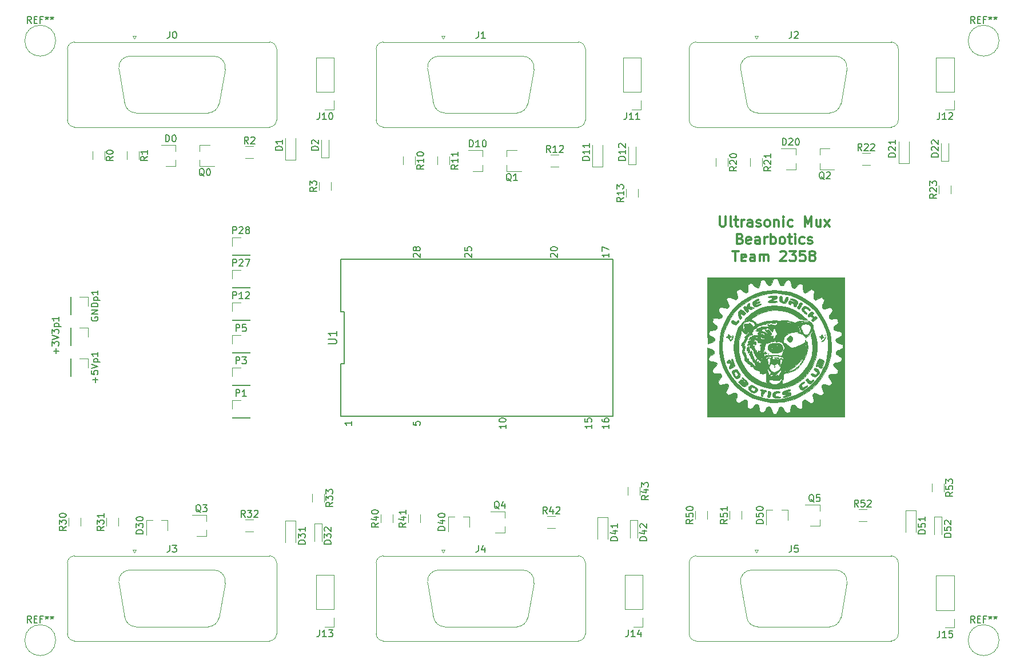
<source format=gto>
G04 #@! TF.FileFunction,Legend,Top*
%FSLAX46Y46*%
G04 Gerber Fmt 4.6, Leading zero omitted, Abs format (unit mm)*
G04 Created by KiCad (PCBNEW 4.0.7-e2-6376~60~ubuntu17.10.1) date Mon Feb  5 04:30:27 2018*
%MOMM*%
%LPD*%
G01*
G04 APERTURE LIST*
%ADD10C,0.100000*%
%ADD11C,0.300000*%
%ADD12C,0.120000*%
%ADD13C,0.150000*%
%ADD14C,0.010000*%
G04 APERTURE END LIST*
D10*
D11*
X206050571Y-88322571D02*
X206050571Y-89536857D01*
X206121999Y-89679714D01*
X206193428Y-89751143D01*
X206336285Y-89822571D01*
X206621999Y-89822571D01*
X206764857Y-89751143D01*
X206836285Y-89679714D01*
X206907714Y-89536857D01*
X206907714Y-88322571D01*
X207836286Y-89822571D02*
X207693428Y-89751143D01*
X207622000Y-89608286D01*
X207622000Y-88322571D01*
X208193428Y-88822571D02*
X208764857Y-88822571D01*
X208407714Y-88322571D02*
X208407714Y-89608286D01*
X208479142Y-89751143D01*
X208622000Y-89822571D01*
X208764857Y-89822571D01*
X209264857Y-89822571D02*
X209264857Y-88822571D01*
X209264857Y-89108286D02*
X209336285Y-88965429D01*
X209407714Y-88894000D01*
X209550571Y-88822571D01*
X209693428Y-88822571D01*
X210836285Y-89822571D02*
X210836285Y-89036857D01*
X210764856Y-88894000D01*
X210621999Y-88822571D01*
X210336285Y-88822571D01*
X210193428Y-88894000D01*
X210836285Y-89751143D02*
X210693428Y-89822571D01*
X210336285Y-89822571D01*
X210193428Y-89751143D01*
X210121999Y-89608286D01*
X210121999Y-89465429D01*
X210193428Y-89322571D01*
X210336285Y-89251143D01*
X210693428Y-89251143D01*
X210836285Y-89179714D01*
X211479142Y-89751143D02*
X211621999Y-89822571D01*
X211907714Y-89822571D01*
X212050571Y-89751143D01*
X212121999Y-89608286D01*
X212121999Y-89536857D01*
X212050571Y-89394000D01*
X211907714Y-89322571D01*
X211693428Y-89322571D01*
X211550571Y-89251143D01*
X211479142Y-89108286D01*
X211479142Y-89036857D01*
X211550571Y-88894000D01*
X211693428Y-88822571D01*
X211907714Y-88822571D01*
X212050571Y-88894000D01*
X212979143Y-89822571D02*
X212836285Y-89751143D01*
X212764857Y-89679714D01*
X212693428Y-89536857D01*
X212693428Y-89108286D01*
X212764857Y-88965429D01*
X212836285Y-88894000D01*
X212979143Y-88822571D01*
X213193428Y-88822571D01*
X213336285Y-88894000D01*
X213407714Y-88965429D01*
X213479143Y-89108286D01*
X213479143Y-89536857D01*
X213407714Y-89679714D01*
X213336285Y-89751143D01*
X213193428Y-89822571D01*
X212979143Y-89822571D01*
X214122000Y-88822571D02*
X214122000Y-89822571D01*
X214122000Y-88965429D02*
X214193428Y-88894000D01*
X214336286Y-88822571D01*
X214550571Y-88822571D01*
X214693428Y-88894000D01*
X214764857Y-89036857D01*
X214764857Y-89822571D01*
X215479143Y-89822571D02*
X215479143Y-88822571D01*
X215479143Y-88322571D02*
X215407714Y-88394000D01*
X215479143Y-88465429D01*
X215550571Y-88394000D01*
X215479143Y-88322571D01*
X215479143Y-88465429D01*
X216836286Y-89751143D02*
X216693429Y-89822571D01*
X216407715Y-89822571D01*
X216264857Y-89751143D01*
X216193429Y-89679714D01*
X216122000Y-89536857D01*
X216122000Y-89108286D01*
X216193429Y-88965429D01*
X216264857Y-88894000D01*
X216407715Y-88822571D01*
X216693429Y-88822571D01*
X216836286Y-88894000D01*
X218622000Y-89822571D02*
X218622000Y-88322571D01*
X219122000Y-89394000D01*
X219622000Y-88322571D01*
X219622000Y-89822571D01*
X220979143Y-88822571D02*
X220979143Y-89822571D01*
X220336286Y-88822571D02*
X220336286Y-89608286D01*
X220407714Y-89751143D01*
X220550572Y-89822571D01*
X220764857Y-89822571D01*
X220907714Y-89751143D01*
X220979143Y-89679714D01*
X221550572Y-89822571D02*
X222336286Y-88822571D01*
X221550572Y-88822571D02*
X222336286Y-89822571D01*
X209050572Y-91586857D02*
X209264858Y-91658286D01*
X209336286Y-91729714D01*
X209407715Y-91872571D01*
X209407715Y-92086857D01*
X209336286Y-92229714D01*
X209264858Y-92301143D01*
X209122000Y-92372571D01*
X208550572Y-92372571D01*
X208550572Y-90872571D01*
X209050572Y-90872571D01*
X209193429Y-90944000D01*
X209264858Y-91015429D01*
X209336286Y-91158286D01*
X209336286Y-91301143D01*
X209264858Y-91444000D01*
X209193429Y-91515429D01*
X209050572Y-91586857D01*
X208550572Y-91586857D01*
X210622000Y-92301143D02*
X210479143Y-92372571D01*
X210193429Y-92372571D01*
X210050572Y-92301143D01*
X209979143Y-92158286D01*
X209979143Y-91586857D01*
X210050572Y-91444000D01*
X210193429Y-91372571D01*
X210479143Y-91372571D01*
X210622000Y-91444000D01*
X210693429Y-91586857D01*
X210693429Y-91729714D01*
X209979143Y-91872571D01*
X211979143Y-92372571D02*
X211979143Y-91586857D01*
X211907714Y-91444000D01*
X211764857Y-91372571D01*
X211479143Y-91372571D01*
X211336286Y-91444000D01*
X211979143Y-92301143D02*
X211836286Y-92372571D01*
X211479143Y-92372571D01*
X211336286Y-92301143D01*
X211264857Y-92158286D01*
X211264857Y-92015429D01*
X211336286Y-91872571D01*
X211479143Y-91801143D01*
X211836286Y-91801143D01*
X211979143Y-91729714D01*
X212693429Y-92372571D02*
X212693429Y-91372571D01*
X212693429Y-91658286D02*
X212764857Y-91515429D01*
X212836286Y-91444000D01*
X212979143Y-91372571D01*
X213122000Y-91372571D01*
X213622000Y-92372571D02*
X213622000Y-90872571D01*
X213622000Y-91444000D02*
X213764857Y-91372571D01*
X214050571Y-91372571D01*
X214193428Y-91444000D01*
X214264857Y-91515429D01*
X214336286Y-91658286D01*
X214336286Y-92086857D01*
X214264857Y-92229714D01*
X214193428Y-92301143D01*
X214050571Y-92372571D01*
X213764857Y-92372571D01*
X213622000Y-92301143D01*
X215193429Y-92372571D02*
X215050571Y-92301143D01*
X214979143Y-92229714D01*
X214907714Y-92086857D01*
X214907714Y-91658286D01*
X214979143Y-91515429D01*
X215050571Y-91444000D01*
X215193429Y-91372571D01*
X215407714Y-91372571D01*
X215550571Y-91444000D01*
X215622000Y-91515429D01*
X215693429Y-91658286D01*
X215693429Y-92086857D01*
X215622000Y-92229714D01*
X215550571Y-92301143D01*
X215407714Y-92372571D01*
X215193429Y-92372571D01*
X216122000Y-91372571D02*
X216693429Y-91372571D01*
X216336286Y-90872571D02*
X216336286Y-92158286D01*
X216407714Y-92301143D01*
X216550572Y-92372571D01*
X216693429Y-92372571D01*
X217193429Y-92372571D02*
X217193429Y-91372571D01*
X217193429Y-90872571D02*
X217122000Y-90944000D01*
X217193429Y-91015429D01*
X217264857Y-90944000D01*
X217193429Y-90872571D01*
X217193429Y-91015429D01*
X218550572Y-92301143D02*
X218407715Y-92372571D01*
X218122001Y-92372571D01*
X217979143Y-92301143D01*
X217907715Y-92229714D01*
X217836286Y-92086857D01*
X217836286Y-91658286D01*
X217907715Y-91515429D01*
X217979143Y-91444000D01*
X218122001Y-91372571D01*
X218407715Y-91372571D01*
X218550572Y-91444000D01*
X219122000Y-92301143D02*
X219264857Y-92372571D01*
X219550572Y-92372571D01*
X219693429Y-92301143D01*
X219764857Y-92158286D01*
X219764857Y-92086857D01*
X219693429Y-91944000D01*
X219550572Y-91872571D01*
X219336286Y-91872571D01*
X219193429Y-91801143D01*
X219122000Y-91658286D01*
X219122000Y-91586857D01*
X219193429Y-91444000D01*
X219336286Y-91372571D01*
X219550572Y-91372571D01*
X219693429Y-91444000D01*
X207943430Y-93422571D02*
X208800573Y-93422571D01*
X208372002Y-94922571D02*
X208372002Y-93422571D01*
X209872001Y-94851143D02*
X209729144Y-94922571D01*
X209443430Y-94922571D01*
X209300573Y-94851143D01*
X209229144Y-94708286D01*
X209229144Y-94136857D01*
X209300573Y-93994000D01*
X209443430Y-93922571D01*
X209729144Y-93922571D01*
X209872001Y-93994000D01*
X209943430Y-94136857D01*
X209943430Y-94279714D01*
X209229144Y-94422571D01*
X211229144Y-94922571D02*
X211229144Y-94136857D01*
X211157715Y-93994000D01*
X211014858Y-93922571D01*
X210729144Y-93922571D01*
X210586287Y-93994000D01*
X211229144Y-94851143D02*
X211086287Y-94922571D01*
X210729144Y-94922571D01*
X210586287Y-94851143D01*
X210514858Y-94708286D01*
X210514858Y-94565429D01*
X210586287Y-94422571D01*
X210729144Y-94351143D01*
X211086287Y-94351143D01*
X211229144Y-94279714D01*
X211943430Y-94922571D02*
X211943430Y-93922571D01*
X211943430Y-94065429D02*
X212014858Y-93994000D01*
X212157716Y-93922571D01*
X212372001Y-93922571D01*
X212514858Y-93994000D01*
X212586287Y-94136857D01*
X212586287Y-94922571D01*
X212586287Y-94136857D02*
X212657716Y-93994000D01*
X212800573Y-93922571D01*
X213014858Y-93922571D01*
X213157716Y-93994000D01*
X213229144Y-94136857D01*
X213229144Y-94922571D01*
X215014858Y-93565429D02*
X215086287Y-93494000D01*
X215229144Y-93422571D01*
X215586287Y-93422571D01*
X215729144Y-93494000D01*
X215800573Y-93565429D01*
X215872001Y-93708286D01*
X215872001Y-93851143D01*
X215800573Y-94065429D01*
X214943430Y-94922571D01*
X215872001Y-94922571D01*
X216372001Y-93422571D02*
X217300572Y-93422571D01*
X216800572Y-93994000D01*
X217014858Y-93994000D01*
X217157715Y-94065429D01*
X217229144Y-94136857D01*
X217300572Y-94279714D01*
X217300572Y-94636857D01*
X217229144Y-94779714D01*
X217157715Y-94851143D01*
X217014858Y-94922571D01*
X216586286Y-94922571D01*
X216443429Y-94851143D01*
X216372001Y-94779714D01*
X218657715Y-93422571D02*
X217943429Y-93422571D01*
X217872000Y-94136857D01*
X217943429Y-94065429D01*
X218086286Y-93994000D01*
X218443429Y-93994000D01*
X218586286Y-94065429D01*
X218657715Y-94136857D01*
X218729143Y-94279714D01*
X218729143Y-94636857D01*
X218657715Y-94779714D01*
X218586286Y-94851143D01*
X218443429Y-94922571D01*
X218086286Y-94922571D01*
X217943429Y-94851143D01*
X217872000Y-94779714D01*
X219586286Y-94065429D02*
X219443428Y-93994000D01*
X219372000Y-93922571D01*
X219300571Y-93779714D01*
X219300571Y-93708286D01*
X219372000Y-93565429D01*
X219443428Y-93494000D01*
X219586286Y-93422571D01*
X219872000Y-93422571D01*
X220014857Y-93494000D01*
X220086286Y-93565429D01*
X220157714Y-93708286D01*
X220157714Y-93779714D01*
X220086286Y-93922571D01*
X220014857Y-93994000D01*
X219872000Y-94065429D01*
X219586286Y-94065429D01*
X219443428Y-94136857D01*
X219372000Y-94208286D01*
X219300571Y-94351143D01*
X219300571Y-94636857D01*
X219372000Y-94779714D01*
X219443428Y-94851143D01*
X219586286Y-94922571D01*
X219872000Y-94922571D01*
X220014857Y-94851143D01*
X220086286Y-94779714D01*
X220157714Y-94636857D01*
X220157714Y-94351143D01*
X220086286Y-94208286D01*
X220014857Y-94136857D01*
X219872000Y-94065429D01*
D12*
X247396000Y-151130000D02*
G75*
G03X247396000Y-151130000I-2286000J0D01*
G01*
X107696000Y-151130000D02*
G75*
G03X107696000Y-151130000I-2286000J0D01*
G01*
X107696000Y-62230000D02*
G75*
G03X107696000Y-62230000I-2286000J0D01*
G01*
X125474000Y-80828000D02*
X125474000Y-79898000D01*
X125474000Y-77668000D02*
X125474000Y-78598000D01*
X125474000Y-77668000D02*
X123314000Y-77668000D01*
X125474000Y-80828000D02*
X124014000Y-80828000D01*
X143244000Y-76724000D02*
X143244000Y-79924000D01*
X141744000Y-79924000D02*
X141744000Y-76724000D01*
X141744000Y-79924000D02*
X143244000Y-79924000D01*
X147024000Y-79524000D02*
X148124000Y-79524000D01*
X148124000Y-79524000D02*
X148124000Y-76924000D01*
X147024000Y-79524000D02*
X147024000Y-76924000D01*
X170940000Y-81590000D02*
X170940000Y-80660000D01*
X170940000Y-78430000D02*
X170940000Y-79360000D01*
X170940000Y-78430000D02*
X168780000Y-78430000D01*
X170940000Y-81590000D02*
X169480000Y-81590000D01*
X188710000Y-77740000D02*
X188710000Y-80940000D01*
X187210000Y-80940000D02*
X187210000Y-77740000D01*
X187210000Y-80940000D02*
X188710000Y-80940000D01*
X192490000Y-80540000D02*
X193590000Y-80540000D01*
X193590000Y-80540000D02*
X193590000Y-77940000D01*
X192490000Y-80540000D02*
X192490000Y-77940000D01*
X217295000Y-81336000D02*
X217295000Y-80406000D01*
X217295000Y-78176000D02*
X217295000Y-79106000D01*
X217295000Y-78176000D02*
X215135000Y-78176000D01*
X217295000Y-81336000D02*
X215835000Y-81336000D01*
X234049000Y-77232000D02*
X234049000Y-80432000D01*
X232549000Y-80432000D02*
X232549000Y-77232000D01*
X232549000Y-80432000D02*
X234049000Y-80432000D01*
X238845000Y-80032000D02*
X239945000Y-80032000D01*
X239945000Y-80032000D02*
X239945000Y-77432000D01*
X238845000Y-80032000D02*
X238845000Y-77432000D01*
X124262000Y-133352000D02*
X123332000Y-133352000D01*
X121102000Y-133352000D02*
X122032000Y-133352000D01*
X121102000Y-133352000D02*
X121102000Y-135512000D01*
X124262000Y-133352000D02*
X124262000Y-134812000D01*
X141744000Y-136636000D02*
X141744000Y-133436000D01*
X143244000Y-133436000D02*
X143244000Y-136636000D01*
X143244000Y-133436000D02*
X141744000Y-133436000D01*
X147108000Y-133836000D02*
X146008000Y-133836000D01*
X146008000Y-133836000D02*
X146008000Y-136436000D01*
X147108000Y-133836000D02*
X147108000Y-136436000D01*
X168966000Y-132844000D02*
X168036000Y-132844000D01*
X165806000Y-132844000D02*
X166736000Y-132844000D01*
X165806000Y-132844000D02*
X165806000Y-135004000D01*
X168966000Y-132844000D02*
X168966000Y-134304000D01*
X187972000Y-136128000D02*
X187972000Y-132928000D01*
X189472000Y-132928000D02*
X189472000Y-136128000D01*
X189472000Y-132928000D02*
X187972000Y-132928000D01*
X193844000Y-133328000D02*
X192744000Y-133328000D01*
X192744000Y-133328000D02*
X192744000Y-135928000D01*
X193844000Y-133328000D02*
X193844000Y-135928000D01*
X216083000Y-131828000D02*
X215153000Y-131828000D01*
X212923000Y-131828000D02*
X213853000Y-131828000D01*
X212923000Y-131828000D02*
X212923000Y-133988000D01*
X216083000Y-131828000D02*
X216083000Y-133288000D01*
X233565000Y-135112000D02*
X233565000Y-131912000D01*
X235065000Y-131912000D02*
X235065000Y-135112000D01*
X235065000Y-131912000D02*
X233565000Y-131912000D01*
X238929000Y-132820000D02*
X237829000Y-132820000D01*
X237829000Y-132820000D02*
X237829000Y-135420000D01*
X238929000Y-132820000D02*
X238929000Y-135420000D01*
X110495000Y-62420000D02*
G75*
G03X109435000Y-63480000I0J-1060000D01*
G01*
X140405000Y-63480000D02*
G75*
G03X139345000Y-62420000I-1060000J0D01*
G01*
X110495000Y-75040000D02*
G75*
G02X109435000Y-73980000I0J1060000D01*
G01*
X139345000Y-75040000D02*
G75*
G03X140405000Y-73980000I0J1060000D01*
G01*
X117053530Y-66468256D02*
G75*
G02X118688311Y-64520000I1634781J288256D01*
G01*
X132786470Y-66468256D02*
G75*
G03X131151689Y-64520000I-1634781J288256D01*
G01*
X117952798Y-71568256D02*
G75*
G03X119587579Y-72940000I1634781J288256D01*
G01*
X131887202Y-71568256D02*
G75*
G02X130252421Y-72940000I-1634781J288256D01*
G01*
X110495000Y-62420000D02*
X139345000Y-62420000D01*
X140405000Y-63480000D02*
X140405000Y-73980000D01*
X139345000Y-75040000D02*
X110495000Y-75040000D01*
X109435000Y-73980000D02*
X109435000Y-63480000D01*
X119130000Y-61525662D02*
X119630000Y-61525662D01*
X119630000Y-61525662D02*
X119380000Y-61958675D01*
X119380000Y-61958675D02*
X119130000Y-61525662D01*
X118688311Y-64520000D02*
X131151689Y-64520000D01*
X119587579Y-72940000D02*
X130252421Y-72940000D01*
X132786470Y-66468256D02*
X131887202Y-71568256D01*
X117053530Y-66468256D02*
X117952798Y-71568256D01*
X156215000Y-62420000D02*
G75*
G03X155155000Y-63480000I0J-1060000D01*
G01*
X186125000Y-63480000D02*
G75*
G03X185065000Y-62420000I-1060000J0D01*
G01*
X156215000Y-75040000D02*
G75*
G02X155155000Y-73980000I0J1060000D01*
G01*
X185065000Y-75040000D02*
G75*
G03X186125000Y-73980000I0J1060000D01*
G01*
X162773530Y-66468256D02*
G75*
G02X164408311Y-64520000I1634781J288256D01*
G01*
X178506470Y-66468256D02*
G75*
G03X176871689Y-64520000I-1634781J288256D01*
G01*
X163672798Y-71568256D02*
G75*
G03X165307579Y-72940000I1634781J288256D01*
G01*
X177607202Y-71568256D02*
G75*
G02X175972421Y-72940000I-1634781J288256D01*
G01*
X156215000Y-62420000D02*
X185065000Y-62420000D01*
X186125000Y-63480000D02*
X186125000Y-73980000D01*
X185065000Y-75040000D02*
X156215000Y-75040000D01*
X155155000Y-73980000D02*
X155155000Y-63480000D01*
X164850000Y-61525662D02*
X165350000Y-61525662D01*
X165350000Y-61525662D02*
X165100000Y-61958675D01*
X165100000Y-61958675D02*
X164850000Y-61525662D01*
X164408311Y-64520000D02*
X176871689Y-64520000D01*
X165307579Y-72940000D02*
X175972421Y-72940000D01*
X178506470Y-66468256D02*
X177607202Y-71568256D01*
X162773530Y-66468256D02*
X163672798Y-71568256D01*
X202570000Y-62420000D02*
G75*
G03X201510000Y-63480000I0J-1060000D01*
G01*
X232480000Y-63480000D02*
G75*
G03X231420000Y-62420000I-1060000J0D01*
G01*
X202570000Y-75040000D02*
G75*
G02X201510000Y-73980000I0J1060000D01*
G01*
X231420000Y-75040000D02*
G75*
G03X232480000Y-73980000I0J1060000D01*
G01*
X209128530Y-66468256D02*
G75*
G02X210763311Y-64520000I1634781J288256D01*
G01*
X224861470Y-66468256D02*
G75*
G03X223226689Y-64520000I-1634781J288256D01*
G01*
X210027798Y-71568256D02*
G75*
G03X211662579Y-72940000I1634781J288256D01*
G01*
X223962202Y-71568256D02*
G75*
G02X222327421Y-72940000I-1634781J288256D01*
G01*
X202570000Y-62420000D02*
X231420000Y-62420000D01*
X232480000Y-63480000D02*
X232480000Y-73980000D01*
X231420000Y-75040000D02*
X202570000Y-75040000D01*
X201510000Y-73980000D02*
X201510000Y-63480000D01*
X211205000Y-61525662D02*
X211705000Y-61525662D01*
X211705000Y-61525662D02*
X211455000Y-61958675D01*
X211455000Y-61958675D02*
X211205000Y-61525662D01*
X210763311Y-64520000D02*
X223226689Y-64520000D01*
X211662579Y-72940000D02*
X222327421Y-72940000D01*
X224861470Y-66468256D02*
X223962202Y-71568256D01*
X209128530Y-66468256D02*
X210027798Y-71568256D01*
X110495000Y-138620000D02*
G75*
G03X109435000Y-139680000I0J-1060000D01*
G01*
X140405000Y-139680000D02*
G75*
G03X139345000Y-138620000I-1060000J0D01*
G01*
X110495000Y-151240000D02*
G75*
G02X109435000Y-150180000I0J1060000D01*
G01*
X139345000Y-151240000D02*
G75*
G03X140405000Y-150180000I0J1060000D01*
G01*
X117053530Y-142668256D02*
G75*
G02X118688311Y-140720000I1634781J288256D01*
G01*
X132786470Y-142668256D02*
G75*
G03X131151689Y-140720000I-1634781J288256D01*
G01*
X117952798Y-147768256D02*
G75*
G03X119587579Y-149140000I1634781J288256D01*
G01*
X131887202Y-147768256D02*
G75*
G02X130252421Y-149140000I-1634781J288256D01*
G01*
X110495000Y-138620000D02*
X139345000Y-138620000D01*
X140405000Y-139680000D02*
X140405000Y-150180000D01*
X139345000Y-151240000D02*
X110495000Y-151240000D01*
X109435000Y-150180000D02*
X109435000Y-139680000D01*
X119130000Y-137725662D02*
X119630000Y-137725662D01*
X119630000Y-137725662D02*
X119380000Y-138158675D01*
X119380000Y-138158675D02*
X119130000Y-137725662D01*
X118688311Y-140720000D02*
X131151689Y-140720000D01*
X119587579Y-149140000D02*
X130252421Y-149140000D01*
X132786470Y-142668256D02*
X131887202Y-147768256D01*
X117053530Y-142668256D02*
X117952798Y-147768256D01*
X156215000Y-138620000D02*
G75*
G03X155155000Y-139680000I0J-1060000D01*
G01*
X186125000Y-139680000D02*
G75*
G03X185065000Y-138620000I-1060000J0D01*
G01*
X156215000Y-151240000D02*
G75*
G02X155155000Y-150180000I0J1060000D01*
G01*
X185065000Y-151240000D02*
G75*
G03X186125000Y-150180000I0J1060000D01*
G01*
X162773530Y-142668256D02*
G75*
G02X164408311Y-140720000I1634781J288256D01*
G01*
X178506470Y-142668256D02*
G75*
G03X176871689Y-140720000I-1634781J288256D01*
G01*
X163672798Y-147768256D02*
G75*
G03X165307579Y-149140000I1634781J288256D01*
G01*
X177607202Y-147768256D02*
G75*
G02X175972421Y-149140000I-1634781J288256D01*
G01*
X156215000Y-138620000D02*
X185065000Y-138620000D01*
X186125000Y-139680000D02*
X186125000Y-150180000D01*
X185065000Y-151240000D02*
X156215000Y-151240000D01*
X155155000Y-150180000D02*
X155155000Y-139680000D01*
X164850000Y-137725662D02*
X165350000Y-137725662D01*
X165350000Y-137725662D02*
X165100000Y-138158675D01*
X165100000Y-138158675D02*
X164850000Y-137725662D01*
X164408311Y-140720000D02*
X176871689Y-140720000D01*
X165307579Y-149140000D02*
X175972421Y-149140000D01*
X178506470Y-142668256D02*
X177607202Y-147768256D01*
X162773530Y-142668256D02*
X163672798Y-147768256D01*
X202570000Y-138620000D02*
G75*
G03X201510000Y-139680000I0J-1060000D01*
G01*
X232480000Y-139680000D02*
G75*
G03X231420000Y-138620000I-1060000J0D01*
G01*
X202570000Y-151240000D02*
G75*
G02X201510000Y-150180000I0J1060000D01*
G01*
X231420000Y-151240000D02*
G75*
G03X232480000Y-150180000I0J1060000D01*
G01*
X209128530Y-142668256D02*
G75*
G02X210763311Y-140720000I1634781J288256D01*
G01*
X224861470Y-142668256D02*
G75*
G03X223226689Y-140720000I-1634781J288256D01*
G01*
X210027798Y-147768256D02*
G75*
G03X211662579Y-149140000I1634781J288256D01*
G01*
X223962202Y-147768256D02*
G75*
G02X222327421Y-149140000I-1634781J288256D01*
G01*
X202570000Y-138620000D02*
X231420000Y-138620000D01*
X232480000Y-139680000D02*
X232480000Y-150180000D01*
X231420000Y-151240000D02*
X202570000Y-151240000D01*
X201510000Y-150180000D02*
X201510000Y-139680000D01*
X211205000Y-137725662D02*
X211705000Y-137725662D01*
X211705000Y-137725662D02*
X211455000Y-138158675D01*
X211455000Y-138158675D02*
X211205000Y-137725662D01*
X210763311Y-140720000D02*
X223226689Y-140720000D01*
X211662579Y-149140000D02*
X222327421Y-149140000D01*
X224861470Y-142668256D02*
X223962202Y-147768256D01*
X209128530Y-142668256D02*
X210027798Y-147768256D01*
X129034000Y-77668000D02*
X129034000Y-78598000D01*
X129034000Y-80828000D02*
X129034000Y-79898000D01*
X129034000Y-80828000D02*
X131194000Y-80828000D01*
X129034000Y-77668000D02*
X130494000Y-77668000D01*
X174500000Y-78430000D02*
X174500000Y-79360000D01*
X174500000Y-81590000D02*
X174500000Y-80660000D01*
X174500000Y-81590000D02*
X176660000Y-81590000D01*
X174500000Y-78430000D02*
X175960000Y-78430000D01*
X220855000Y-78176000D02*
X220855000Y-79106000D01*
X220855000Y-81336000D02*
X220855000Y-80406000D01*
X220855000Y-81336000D02*
X223015000Y-81336000D01*
X220855000Y-78176000D02*
X222315000Y-78176000D01*
X130046000Y-135692000D02*
X130046000Y-134762000D01*
X130046000Y-132532000D02*
X130046000Y-133462000D01*
X130046000Y-132532000D02*
X127886000Y-132532000D01*
X130046000Y-135692000D02*
X128586000Y-135692000D01*
X174242000Y-135184000D02*
X174242000Y-134254000D01*
X174242000Y-132024000D02*
X174242000Y-132954000D01*
X174242000Y-132024000D02*
X172082000Y-132024000D01*
X174242000Y-135184000D02*
X172782000Y-135184000D01*
X220851000Y-134168000D02*
X220851000Y-133238000D01*
X220851000Y-131008000D02*
X220851000Y-131938000D01*
X220851000Y-131008000D02*
X218691000Y-131008000D01*
X220851000Y-134168000D02*
X219391000Y-134168000D01*
X113166000Y-79848000D02*
X113166000Y-78648000D01*
X114926000Y-78648000D02*
X114926000Y-79848000D01*
X118246000Y-79848000D02*
X118246000Y-78648000D01*
X120006000Y-78648000D02*
X120006000Y-79848000D01*
X136998000Y-79620000D02*
X135798000Y-79620000D01*
X135798000Y-77860000D02*
X136998000Y-77860000D01*
X148454000Y-83220000D02*
X148454000Y-84420000D01*
X146694000Y-84420000D02*
X146694000Y-83220000D01*
X159140000Y-80610000D02*
X159140000Y-79410000D01*
X160900000Y-79410000D02*
X160900000Y-80610000D01*
X164220000Y-80610000D02*
X164220000Y-79410000D01*
X165980000Y-79410000D02*
X165980000Y-80610000D01*
X182210000Y-80890000D02*
X181010000Y-80890000D01*
X181010000Y-79130000D02*
X182210000Y-79130000D01*
X193920000Y-84236000D02*
X193920000Y-85436000D01*
X192160000Y-85436000D02*
X192160000Y-84236000D01*
X205495000Y-80864000D02*
X205495000Y-79664000D01*
X207255000Y-79664000D02*
X207255000Y-80864000D01*
X210575000Y-80864000D02*
X210575000Y-79664000D01*
X212335000Y-79664000D02*
X212335000Y-80864000D01*
X228311000Y-80636000D02*
X227111000Y-80636000D01*
X227111000Y-78876000D02*
X228311000Y-78876000D01*
X240275000Y-83728000D02*
X240275000Y-84928000D01*
X238515000Y-84928000D02*
X238515000Y-83728000D01*
X111370000Y-133004000D02*
X111370000Y-134204000D01*
X109610000Y-134204000D02*
X109610000Y-133004000D01*
X116958000Y-133004000D02*
X116958000Y-134204000D01*
X115198000Y-134204000D02*
X115198000Y-133004000D01*
X136998000Y-134992000D02*
X135798000Y-134992000D01*
X135798000Y-133232000D02*
X136998000Y-133232000D01*
X145678000Y-130648000D02*
X145678000Y-129448000D01*
X147438000Y-129448000D02*
X147438000Y-130648000D01*
X157598000Y-132496000D02*
X157598000Y-133696000D01*
X155838000Y-133696000D02*
X155838000Y-132496000D01*
X161662000Y-132496000D02*
X161662000Y-133696000D01*
X159902000Y-133696000D02*
X159902000Y-132496000D01*
X181702000Y-134484000D02*
X180502000Y-134484000D01*
X180502000Y-132724000D02*
X181702000Y-132724000D01*
X192414000Y-129632000D02*
X192414000Y-128432000D01*
X194174000Y-128432000D02*
X194174000Y-129632000D01*
X204207000Y-131988000D02*
X204207000Y-133188000D01*
X202447000Y-133188000D02*
X202447000Y-131988000D01*
X209287000Y-131988000D02*
X209287000Y-133188000D01*
X207527000Y-133188000D02*
X207527000Y-131988000D01*
X227803000Y-133468000D02*
X226603000Y-133468000D01*
X226603000Y-131708000D02*
X227803000Y-131708000D01*
X237499000Y-129124000D02*
X237499000Y-127924000D01*
X239259000Y-127924000D02*
X239259000Y-129124000D01*
D13*
X149941100Y-117933599D02*
X190241100Y-117933600D01*
X190241100Y-117933600D02*
X190241100Y-94613601D01*
X190241100Y-94613601D02*
X149941100Y-94613600D01*
X149941100Y-94613600D02*
X149941100Y-102386934D01*
X149941100Y-102386934D02*
X150391100Y-102386934D01*
X150391100Y-102386934D02*
X150391100Y-110160266D01*
X150391100Y-110160266D02*
X149941100Y-110160266D01*
X149941100Y-110160266D02*
X149941100Y-117933599D01*
D12*
X148904000Y-64710000D02*
X146244000Y-64710000D01*
X148904000Y-69850000D02*
X148904000Y-64710000D01*
X146244000Y-69850000D02*
X146244000Y-64710000D01*
X148904000Y-69850000D02*
X146244000Y-69850000D01*
X148904000Y-71120000D02*
X148904000Y-72450000D01*
X148904000Y-72450000D02*
X147574000Y-72450000D01*
X194370000Y-64710000D02*
X191710000Y-64710000D01*
X194370000Y-69850000D02*
X194370000Y-64710000D01*
X191710000Y-69850000D02*
X191710000Y-64710000D01*
X194370000Y-69850000D02*
X191710000Y-69850000D01*
X194370000Y-71120000D02*
X194370000Y-72450000D01*
X194370000Y-72450000D02*
X193040000Y-72450000D01*
X240725000Y-64710000D02*
X238065000Y-64710000D01*
X240725000Y-69850000D02*
X240725000Y-64710000D01*
X238065000Y-69850000D02*
X238065000Y-64710000D01*
X240725000Y-69850000D02*
X238065000Y-69850000D01*
X240725000Y-71120000D02*
X240725000Y-72450000D01*
X240725000Y-72450000D02*
X239395000Y-72450000D01*
X148904000Y-141418000D02*
X146244000Y-141418000D01*
X148904000Y-146558000D02*
X148904000Y-141418000D01*
X146244000Y-146558000D02*
X146244000Y-141418000D01*
X148904000Y-146558000D02*
X146244000Y-146558000D01*
X148904000Y-147828000D02*
X148904000Y-149158000D01*
X148904000Y-149158000D02*
X147574000Y-149158000D01*
X194624000Y-141418000D02*
X191964000Y-141418000D01*
X194624000Y-146558000D02*
X194624000Y-141418000D01*
X191964000Y-146558000D02*
X191964000Y-141418000D01*
X194624000Y-146558000D02*
X191964000Y-146558000D01*
X194624000Y-147828000D02*
X194624000Y-149158000D01*
X194624000Y-149158000D02*
X193294000Y-149158000D01*
X240725000Y-141545000D02*
X238065000Y-141545000D01*
X240725000Y-146685000D02*
X240725000Y-141545000D01*
X238065000Y-146685000D02*
X238065000Y-141545000D01*
X240725000Y-146685000D02*
X238065000Y-146685000D01*
X240725000Y-147955000D02*
X240725000Y-149285000D01*
X240725000Y-149285000D02*
X239395000Y-149285000D01*
X133798000Y-118170000D02*
X136458000Y-118170000D01*
X133798000Y-118110000D02*
X133798000Y-118170000D01*
X136458000Y-118110000D02*
X136458000Y-118170000D01*
X133798000Y-118110000D02*
X136458000Y-118110000D01*
X133798000Y-116840000D02*
X133798000Y-115510000D01*
X133798000Y-115510000D02*
X135128000Y-115510000D01*
X133798000Y-113344000D02*
X136458000Y-113344000D01*
X133798000Y-113284000D02*
X133798000Y-113344000D01*
X136458000Y-113284000D02*
X136458000Y-113344000D01*
X133798000Y-113284000D02*
X136458000Y-113284000D01*
X133798000Y-112014000D02*
X133798000Y-110684000D01*
X133798000Y-110684000D02*
X135128000Y-110684000D01*
X133798000Y-108518000D02*
X136458000Y-108518000D01*
X133798000Y-108458000D02*
X133798000Y-108518000D01*
X136458000Y-108458000D02*
X136458000Y-108518000D01*
X133798000Y-108458000D02*
X136458000Y-108458000D01*
X133798000Y-107188000D02*
X133798000Y-105858000D01*
X133798000Y-105858000D02*
X135128000Y-105858000D01*
X133798000Y-103692000D02*
X136458000Y-103692000D01*
X133798000Y-103632000D02*
X133798000Y-103692000D01*
X136458000Y-103632000D02*
X136458000Y-103692000D01*
X133798000Y-103632000D02*
X136458000Y-103632000D01*
X133798000Y-102362000D02*
X133798000Y-101032000D01*
X133798000Y-101032000D02*
X135128000Y-101032000D01*
X133798000Y-98866000D02*
X136458000Y-98866000D01*
X133798000Y-98806000D02*
X133798000Y-98866000D01*
X136458000Y-98806000D02*
X136458000Y-98866000D01*
X133798000Y-98806000D02*
X136458000Y-98806000D01*
X133798000Y-97536000D02*
X133798000Y-96206000D01*
X133798000Y-96206000D02*
X135128000Y-96206000D01*
X133798000Y-94040000D02*
X136458000Y-94040000D01*
X133798000Y-93980000D02*
X133798000Y-94040000D01*
X136458000Y-93980000D02*
X136458000Y-94040000D01*
X133798000Y-93980000D02*
X136458000Y-93980000D01*
X133798000Y-92710000D02*
X133798000Y-91380000D01*
X133798000Y-91380000D02*
X135128000Y-91380000D01*
X109858500Y-104778500D02*
X109858500Y-107438500D01*
X109918500Y-104778500D02*
X109858500Y-104778500D01*
X109918500Y-107438500D02*
X109858500Y-107438500D01*
X109918500Y-104778500D02*
X109918500Y-107438500D01*
X111188500Y-104778500D02*
X112518500Y-104778500D01*
X112518500Y-104778500D02*
X112518500Y-106108500D01*
X109858500Y-109350500D02*
X109858500Y-112010500D01*
X109918500Y-109350500D02*
X109858500Y-109350500D01*
X109918500Y-112010500D02*
X109858500Y-112010500D01*
X109918500Y-109350500D02*
X109918500Y-112010500D01*
X111188500Y-109350500D02*
X112518500Y-109350500D01*
X112518500Y-109350500D02*
X112518500Y-110680500D01*
X109858500Y-100206500D02*
X109858500Y-102866500D01*
X109918500Y-100206500D02*
X109858500Y-100206500D01*
X109918500Y-102866500D02*
X109858500Y-102866500D01*
X109918500Y-100206500D02*
X109918500Y-102866500D01*
X111188500Y-100206500D02*
X112518500Y-100206500D01*
X112518500Y-100206500D02*
X112518500Y-101536500D01*
X247396000Y-62230000D02*
G75*
G03X247396000Y-62230000I-2286000J0D01*
G01*
D14*
G36*
X224536000Y-118025333D02*
X204216000Y-118025333D01*
X204216000Y-107791770D01*
X204724000Y-107963324D01*
X205002941Y-108064844D01*
X205155930Y-108150059D01*
X205219932Y-108248841D01*
X205232000Y-108373844D01*
X205204358Y-108531669D01*
X205098750Y-108669651D01*
X204881150Y-108827934D01*
X204808666Y-108873288D01*
X204548670Y-109053650D01*
X204417442Y-109205023D01*
X204385333Y-109340170D01*
X204458360Y-109597520D01*
X204659694Y-109762967D01*
X204920547Y-109813823D01*
X205306236Y-109848832D01*
X205535935Y-109949711D01*
X205609543Y-110116209D01*
X205526961Y-110348076D01*
X205288090Y-110645061D01*
X205262023Y-110671830D01*
X205053252Y-110893132D01*
X204947173Y-111044005D01*
X204922226Y-111169059D01*
X204954919Y-111307210D01*
X205007973Y-111436185D01*
X205086595Y-111508376D01*
X205234542Y-111540220D01*
X205495571Y-111548157D01*
X205596780Y-111548333D01*
X205905710Y-111555049D01*
X206090778Y-111583858D01*
X206197208Y-111647753D01*
X206259246Y-111738642D01*
X206303235Y-111859490D01*
X206284708Y-111988821D01*
X206188943Y-112171193D01*
X206044511Y-112388589D01*
X205877209Y-112637976D01*
X205795530Y-112795435D01*
X205787550Y-112907451D01*
X205841342Y-113020511D01*
X205870710Y-113066114D01*
X205973874Y-113202584D01*
X206084649Y-113266067D01*
X206248569Y-113262086D01*
X206511169Y-113196167D01*
X206636375Y-113159017D01*
X206887083Y-113090067D01*
X207036207Y-113079225D01*
X207142646Y-113130565D01*
X207216782Y-113199153D01*
X207301413Y-113293162D01*
X207330830Y-113384321D01*
X207299719Y-113517718D01*
X207202761Y-113738443D01*
X207136861Y-113876956D01*
X206891821Y-114389639D01*
X207108419Y-114606238D01*
X207325018Y-114822836D01*
X207772815Y-114595920D01*
X208049649Y-114468165D01*
X208236166Y-114421469D01*
X208384224Y-114444910D01*
X208419639Y-114459687D01*
X208540205Y-114527573D01*
X208599055Y-114618174D01*
X208599951Y-114770602D01*
X208546658Y-115023968D01*
X208493583Y-115228142D01*
X208426550Y-115498820D01*
X208421189Y-115661308D01*
X208496975Y-115771409D01*
X208673380Y-115884923D01*
X208735072Y-115920139D01*
X208882475Y-115959597D01*
X209046660Y-115884850D01*
X209116072Y-115832180D01*
X209399759Y-115609169D01*
X209590681Y-115479291D01*
X209725715Y-115426745D01*
X209841738Y-115435731D01*
X209945791Y-115476667D01*
X210064170Y-115541368D01*
X210125334Y-115628386D01*
X210142018Y-115783815D01*
X210126957Y-116053747D01*
X210122114Y-116114852D01*
X210103211Y-116409772D01*
X210113945Y-116581940D01*
X210166017Y-116676986D01*
X210271130Y-116740539D01*
X210284108Y-116746508D01*
X210485865Y-116820382D01*
X210642482Y-116811043D01*
X210801172Y-116700189D01*
X211009153Y-116469521D01*
X211014149Y-116463548D01*
X211199219Y-116252951D01*
X211327993Y-116152296D01*
X211447210Y-116137147D01*
X211572002Y-116171868D01*
X211710175Y-116235767D01*
X211791867Y-116337204D01*
X211840897Y-116523130D01*
X211872633Y-116764451D01*
X211917230Y-117066759D01*
X211986114Y-117240649D01*
X212110935Y-117326878D01*
X212323344Y-117366202D01*
X212341457Y-117368160D01*
X212475486Y-117355818D01*
X212592434Y-117264555D01*
X212726761Y-117062022D01*
X212791331Y-116945833D01*
X212942613Y-116689875D01*
X213066521Y-116554738D01*
X213201306Y-116505145D01*
X213273300Y-116501333D01*
X213409126Y-116516896D01*
X213508700Y-116587256D01*
X213601767Y-116747921D01*
X213716583Y-117030500D01*
X213830047Y-117313141D01*
X213919870Y-117471723D01*
X214018654Y-117541910D01*
X214159002Y-117559362D01*
X214200355Y-117559667D01*
X214357375Y-117549139D01*
X214461663Y-117492969D01*
X214546722Y-117354280D01*
X214646056Y-117096193D01*
X214661865Y-117051667D01*
X214773133Y-116766080D01*
X214870452Y-116606299D01*
X214982589Y-116534274D01*
X215065562Y-116517739D01*
X215200049Y-116523108D01*
X215314388Y-116596181D01*
X215442926Y-116768204D01*
X215563404Y-116970620D01*
X215717356Y-117228183D01*
X215829141Y-117365971D01*
X215935676Y-117413943D01*
X216073876Y-117402056D01*
X216090925Y-117398715D01*
X216294819Y-117362427D01*
X216418583Y-117348000D01*
X216468273Y-117273731D01*
X216492266Y-117091958D01*
X216492666Y-117062250D01*
X216517113Y-116650494D01*
X216595406Y-116381649D01*
X216734978Y-116235775D01*
X216811455Y-116206929D01*
X216956507Y-116197866D01*
X217108310Y-116263937D01*
X217309283Y-116427716D01*
X217416078Y-116528673D01*
X217636653Y-116732391D01*
X217786855Y-116833963D01*
X217912274Y-116854640D01*
X218043345Y-116821051D01*
X218171136Y-116767201D01*
X218240570Y-116689690D01*
X218266852Y-116544268D01*
X218265187Y-116286687D01*
X218261684Y-116185676D01*
X218256462Y-115882902D01*
X218276739Y-115702741D01*
X218335155Y-115598964D01*
X218441878Y-115526661D01*
X218565735Y-115477994D01*
X218688565Y-115491860D01*
X218856391Y-115583744D01*
X219075877Y-115739982D01*
X219314924Y-115911582D01*
X219466813Y-115994079D01*
X219579322Y-116000674D01*
X219700229Y-115944568D01*
X219736837Y-115922613D01*
X219881625Y-115814499D01*
X219946980Y-115687290D01*
X219938742Y-115497297D01*
X219862748Y-115200827D01*
X219842370Y-115132933D01*
X219775811Y-114889921D01*
X219769644Y-114747332D01*
X219829056Y-114645507D01*
X219889861Y-114586805D01*
X220036219Y-114488800D01*
X220193403Y-114495944D01*
X220306908Y-114537039D01*
X220653494Y-114678184D01*
X220878570Y-114762923D01*
X221018775Y-114795368D01*
X221110749Y-114779630D01*
X221191131Y-114719823D01*
X221269518Y-114645069D01*
X221480146Y-114447194D01*
X221325603Y-114140763D01*
X221168751Y-113803007D01*
X221099893Y-113569914D01*
X221113102Y-113405245D01*
X221186404Y-113289814D01*
X221275141Y-113210040D01*
X221382898Y-113179964D01*
X221558087Y-113197331D01*
X221845663Y-113259083D01*
X222131653Y-113321706D01*
X222301959Y-113339500D01*
X222405594Y-113306974D01*
X222491576Y-113218640D01*
X222518744Y-113183702D01*
X222625204Y-113029589D01*
X222654290Y-112904448D01*
X222596035Y-112761050D01*
X222440475Y-112552170D01*
X222366240Y-112461007D01*
X222193203Y-112235891D01*
X222118249Y-112084411D01*
X222123182Y-111957111D01*
X222152758Y-111880787D01*
X222219723Y-111768978D01*
X222321799Y-111707115D01*
X222504320Y-111680726D01*
X222796343Y-111675333D01*
X223095765Y-111670537D01*
X223274237Y-111643907D01*
X223380108Y-111577084D01*
X223461727Y-111451706D01*
X223480715Y-111415438D01*
X223615112Y-111155543D01*
X223228889Y-110815576D01*
X222964607Y-110543162D01*
X222847958Y-110323517D01*
X222842666Y-110276134D01*
X222861027Y-110124259D01*
X222940204Y-110029651D01*
X223116336Y-109970511D01*
X223424556Y-109925161D01*
X223728616Y-109880654D01*
X223906915Y-109818563D01*
X224002683Y-109710538D01*
X224059151Y-109528227D01*
X224064102Y-109505735D01*
X224085679Y-109357223D01*
X224051951Y-109249209D01*
X223933224Y-109143836D01*
X223699801Y-109003246D01*
X223646138Y-108972872D01*
X223385211Y-108816126D01*
X223245446Y-108697318D01*
X223195209Y-108581398D01*
X223197232Y-108475470D01*
X223234666Y-108339607D01*
X223335061Y-108237320D01*
X223536773Y-108139300D01*
X223731666Y-108067063D01*
X224009022Y-107963018D01*
X224164134Y-107875384D01*
X224235984Y-107768813D01*
X224263559Y-107607959D01*
X224265792Y-107582772D01*
X224291918Y-107277751D01*
X223781071Y-107127197D01*
X223492436Y-107032354D01*
X223327871Y-106943500D01*
X223245726Y-106831831D01*
X223217722Y-106737601D01*
X223188978Y-106558901D01*
X223194443Y-106474669D01*
X223278080Y-106422517D01*
X223462428Y-106313574D01*
X223625794Y-106218701D01*
X223896240Y-106054636D01*
X224044207Y-105929701D01*
X224097290Y-105804586D01*
X224083080Y-105639983D01*
X224071349Y-105583961D01*
X224028041Y-105447064D01*
X223944797Y-105364434D01*
X223778350Y-105312372D01*
X223495489Y-105268527D01*
X223201254Y-105220838D01*
X223030558Y-105162633D01*
X222938026Y-105071487D01*
X222893704Y-104971099D01*
X222862343Y-104835292D01*
X222894592Y-104715420D01*
X223013517Y-104568807D01*
X223214038Y-104378432D01*
X223429173Y-104175850D01*
X223539253Y-104039273D01*
X223565903Y-103922339D01*
X223530748Y-103778686D01*
X223514908Y-103733369D01*
X223415655Y-103453738D01*
X222857800Y-103479369D01*
X222557422Y-103489063D01*
X222382343Y-103474492D01*
X222288876Y-103422226D01*
X222233332Y-103318832D01*
X222220225Y-103283344D01*
X222189710Y-103135941D01*
X222227845Y-102987074D01*
X222352891Y-102786675D01*
X222447897Y-102659112D01*
X222616228Y-102432157D01*
X222693971Y-102288040D01*
X222694072Y-102175602D01*
X222629472Y-102043684D01*
X222611389Y-102012934D01*
X222521546Y-101869937D01*
X222435178Y-101796911D01*
X222307842Y-101787465D01*
X222095096Y-101835207D01*
X221854728Y-101904125D01*
X221589001Y-101976695D01*
X221435082Y-101996570D01*
X221343274Y-101961939D01*
X221272890Y-101882958D01*
X221188974Y-101754145D01*
X221164392Y-101630905D01*
X221204276Y-101465102D01*
X221313755Y-101208598D01*
X221354046Y-101121553D01*
X221557105Y-100685439D01*
X221330358Y-100468202D01*
X221103612Y-100250964D01*
X220649920Y-100510078D01*
X220196229Y-100769192D01*
X220025483Y-100598446D01*
X219933935Y-100490725D01*
X219895821Y-100372782D01*
X219905927Y-100192447D01*
X219956666Y-99909608D01*
X220008793Y-99622592D01*
X220018343Y-99450056D01*
X219978300Y-99340921D01*
X219881649Y-99244111D01*
X219863130Y-99228574D01*
X219711650Y-99112220D01*
X219625333Y-99063638D01*
X219541299Y-99110950D01*
X219368797Y-99235128D01*
X219211251Y-99357155D01*
X218894621Y-99575267D01*
X218660028Y-99651690D01*
X218496943Y-99580839D01*
X218394836Y-99357125D01*
X218343179Y-98974962D01*
X218338671Y-98894140D01*
X218319583Y-98598812D01*
X218284479Y-98427797D01*
X218213513Y-98336118D01*
X218086839Y-98278796D01*
X218063725Y-98271017D01*
X217917705Y-98235599D01*
X217799194Y-98261161D01*
X217663458Y-98371445D01*
X217468671Y-98586842D01*
X217270754Y-98804494D01*
X217135192Y-98912510D01*
X217019733Y-98934413D01*
X216902963Y-98901805D01*
X216773697Y-98830755D01*
X216695216Y-98709498D01*
X216644413Y-98490689D01*
X216621589Y-98325261D01*
X216567069Y-98003245D01*
X216485381Y-97815903D01*
X216349418Y-97728576D01*
X216137717Y-97706630D01*
X215987037Y-97734176D01*
X215857165Y-97841887D01*
X215710141Y-98064411D01*
X215672050Y-98131629D01*
X215525194Y-98375439D01*
X215408799Y-98499469D01*
X215282175Y-98537595D01*
X215189011Y-98533796D01*
X215043978Y-98500677D01*
X214940026Y-98409663D01*
X214844776Y-98221231D01*
X214770429Y-98022833D01*
X214669460Y-97754419D01*
X214585123Y-97608851D01*
X214479749Y-97548585D01*
X214315667Y-97536078D01*
X214281973Y-97536000D01*
X214105123Y-97544102D01*
X213994435Y-97593677D01*
X213912774Y-97722627D01*
X213823009Y-97968855D01*
X213805026Y-98022833D01*
X213701630Y-98301684D01*
X213607402Y-98455116D01*
X213492733Y-98522548D01*
X213419368Y-98536226D01*
X213281187Y-98529631D01*
X213158238Y-98452256D01*
X213014436Y-98273878D01*
X212900479Y-98101652D01*
X212735418Y-97853372D01*
X212617301Y-97721298D01*
X212505412Y-97676761D01*
X212359036Y-97691089D01*
X212326619Y-97697556D01*
X212170159Y-97739883D01*
X212078574Y-97815425D01*
X212024215Y-97968580D01*
X211979432Y-98243748D01*
X211977390Y-98258344D01*
X211895383Y-98631348D01*
X211771350Y-98842813D01*
X211597872Y-98894791D01*
X211367525Y-98789334D01*
X211072891Y-98528492D01*
X211057489Y-98512602D01*
X210853707Y-98307402D01*
X210718811Y-98205640D01*
X210605428Y-98187636D01*
X210466186Y-98233712D01*
X210426947Y-98250683D01*
X210283708Y-98319881D01*
X210207742Y-98399631D01*
X210183163Y-98536745D01*
X210194083Y-98778034D01*
X210204244Y-98906875D01*
X210223475Y-99201833D01*
X210213264Y-99374185D01*
X210161230Y-99469796D01*
X210054992Y-99534533D01*
X210031933Y-99545183D01*
X209892003Y-99590071D01*
X209758621Y-99567223D01*
X209579786Y-99459808D01*
X209434215Y-99351722D01*
X209167243Y-99162567D01*
X208978446Y-99080381D01*
X208821889Y-99096930D01*
X208651643Y-99203981D01*
X208643873Y-99210049D01*
X208542798Y-99298520D01*
X208500635Y-99390438D01*
X208513579Y-99535763D01*
X208577825Y-99784455D01*
X208595369Y-99846985D01*
X208668708Y-100122317D01*
X208691314Y-100287620D01*
X208660435Y-100395256D01*
X208573324Y-100497590D01*
X208560536Y-100510426D01*
X208387747Y-100683215D01*
X207955688Y-100464274D01*
X207683536Y-100329732D01*
X207511766Y-100267613D01*
X207389439Y-100274338D01*
X207265618Y-100346328D01*
X207181749Y-100409890D01*
X206972499Y-100570682D01*
X207219534Y-101087538D01*
X207348254Y-101363141D01*
X207408807Y-101531024D01*
X207406600Y-101635981D01*
X207347038Y-101722806D01*
X207301784Y-101769075D01*
X207200219Y-101857214D01*
X207093296Y-101891461D01*
X206929628Y-101874388D01*
X206657831Y-101808567D01*
X206634451Y-101802467D01*
X206356272Y-101733122D01*
X206191939Y-101712201D01*
X206091623Y-101744728D01*
X206005493Y-101835727D01*
X205980167Y-101868423D01*
X205871385Y-102030668D01*
X205843196Y-102168601D01*
X205904657Y-102328611D01*
X206064824Y-102557087D01*
X206131463Y-102643331D01*
X206300210Y-102868878D01*
X206375494Y-103011943D01*
X206371808Y-103120500D01*
X206309712Y-103233306D01*
X206222745Y-103340082D01*
X206108831Y-103394384D01*
X205919230Y-103408065D01*
X205643082Y-103395411D01*
X205105000Y-103361328D01*
X204997985Y-103644831D01*
X204945237Y-103805240D01*
X204950701Y-103922603D01*
X205036084Y-104044160D01*
X205223097Y-104217152D01*
X205286320Y-104272273D01*
X205506926Y-104476820D01*
X205616515Y-104623551D01*
X205640547Y-104754885D01*
X205625970Y-104838130D01*
X205575976Y-104973179D01*
X205483245Y-105062463D01*
X205310221Y-105123975D01*
X205019348Y-105175713D01*
X204881032Y-105195074D01*
X204622044Y-105248192D01*
X204486542Y-105332963D01*
X204437688Y-105435025D01*
X204397803Y-105640753D01*
X204429732Y-105787073D01*
X204559900Y-105917161D01*
X204814733Y-106074194D01*
X204836362Y-106086431D01*
X205086603Y-106236425D01*
X205216967Y-106349954D01*
X205259407Y-106465527D01*
X205251341Y-106586601D01*
X205206186Y-106738101D01*
X205097037Y-106850206D01*
X204882904Y-106957575D01*
X204750445Y-107010113D01*
X204496005Y-107105396D01*
X204313184Y-107169953D01*
X204250799Y-107188000D01*
X204244461Y-107105814D01*
X204238495Y-106869179D01*
X204233007Y-106492978D01*
X204228101Y-105992096D01*
X204223885Y-105381417D01*
X204220462Y-104675823D01*
X204217939Y-103890200D01*
X204216421Y-103039431D01*
X204216000Y-102277333D01*
X204216000Y-97366667D01*
X224536000Y-97366667D01*
X224536000Y-118025333D01*
X224536000Y-118025333D01*
G37*
X224536000Y-118025333D02*
X204216000Y-118025333D01*
X204216000Y-107791770D01*
X204724000Y-107963324D01*
X205002941Y-108064844D01*
X205155930Y-108150059D01*
X205219932Y-108248841D01*
X205232000Y-108373844D01*
X205204358Y-108531669D01*
X205098750Y-108669651D01*
X204881150Y-108827934D01*
X204808666Y-108873288D01*
X204548670Y-109053650D01*
X204417442Y-109205023D01*
X204385333Y-109340170D01*
X204458360Y-109597520D01*
X204659694Y-109762967D01*
X204920547Y-109813823D01*
X205306236Y-109848832D01*
X205535935Y-109949711D01*
X205609543Y-110116209D01*
X205526961Y-110348076D01*
X205288090Y-110645061D01*
X205262023Y-110671830D01*
X205053252Y-110893132D01*
X204947173Y-111044005D01*
X204922226Y-111169059D01*
X204954919Y-111307210D01*
X205007973Y-111436185D01*
X205086595Y-111508376D01*
X205234542Y-111540220D01*
X205495571Y-111548157D01*
X205596780Y-111548333D01*
X205905710Y-111555049D01*
X206090778Y-111583858D01*
X206197208Y-111647753D01*
X206259246Y-111738642D01*
X206303235Y-111859490D01*
X206284708Y-111988821D01*
X206188943Y-112171193D01*
X206044511Y-112388589D01*
X205877209Y-112637976D01*
X205795530Y-112795435D01*
X205787550Y-112907451D01*
X205841342Y-113020511D01*
X205870710Y-113066114D01*
X205973874Y-113202584D01*
X206084649Y-113266067D01*
X206248569Y-113262086D01*
X206511169Y-113196167D01*
X206636375Y-113159017D01*
X206887083Y-113090067D01*
X207036207Y-113079225D01*
X207142646Y-113130565D01*
X207216782Y-113199153D01*
X207301413Y-113293162D01*
X207330830Y-113384321D01*
X207299719Y-113517718D01*
X207202761Y-113738443D01*
X207136861Y-113876956D01*
X206891821Y-114389639D01*
X207108419Y-114606238D01*
X207325018Y-114822836D01*
X207772815Y-114595920D01*
X208049649Y-114468165D01*
X208236166Y-114421469D01*
X208384224Y-114444910D01*
X208419639Y-114459687D01*
X208540205Y-114527573D01*
X208599055Y-114618174D01*
X208599951Y-114770602D01*
X208546658Y-115023968D01*
X208493583Y-115228142D01*
X208426550Y-115498820D01*
X208421189Y-115661308D01*
X208496975Y-115771409D01*
X208673380Y-115884923D01*
X208735072Y-115920139D01*
X208882475Y-115959597D01*
X209046660Y-115884850D01*
X209116072Y-115832180D01*
X209399759Y-115609169D01*
X209590681Y-115479291D01*
X209725715Y-115426745D01*
X209841738Y-115435731D01*
X209945791Y-115476667D01*
X210064170Y-115541368D01*
X210125334Y-115628386D01*
X210142018Y-115783815D01*
X210126957Y-116053747D01*
X210122114Y-116114852D01*
X210103211Y-116409772D01*
X210113945Y-116581940D01*
X210166017Y-116676986D01*
X210271130Y-116740539D01*
X210284108Y-116746508D01*
X210485865Y-116820382D01*
X210642482Y-116811043D01*
X210801172Y-116700189D01*
X211009153Y-116469521D01*
X211014149Y-116463548D01*
X211199219Y-116252951D01*
X211327993Y-116152296D01*
X211447210Y-116137147D01*
X211572002Y-116171868D01*
X211710175Y-116235767D01*
X211791867Y-116337204D01*
X211840897Y-116523130D01*
X211872633Y-116764451D01*
X211917230Y-117066759D01*
X211986114Y-117240649D01*
X212110935Y-117326878D01*
X212323344Y-117366202D01*
X212341457Y-117368160D01*
X212475486Y-117355818D01*
X212592434Y-117264555D01*
X212726761Y-117062022D01*
X212791331Y-116945833D01*
X212942613Y-116689875D01*
X213066521Y-116554738D01*
X213201306Y-116505145D01*
X213273300Y-116501333D01*
X213409126Y-116516896D01*
X213508700Y-116587256D01*
X213601767Y-116747921D01*
X213716583Y-117030500D01*
X213830047Y-117313141D01*
X213919870Y-117471723D01*
X214018654Y-117541910D01*
X214159002Y-117559362D01*
X214200355Y-117559667D01*
X214357375Y-117549139D01*
X214461663Y-117492969D01*
X214546722Y-117354280D01*
X214646056Y-117096193D01*
X214661865Y-117051667D01*
X214773133Y-116766080D01*
X214870452Y-116606299D01*
X214982589Y-116534274D01*
X215065562Y-116517739D01*
X215200049Y-116523108D01*
X215314388Y-116596181D01*
X215442926Y-116768204D01*
X215563404Y-116970620D01*
X215717356Y-117228183D01*
X215829141Y-117365971D01*
X215935676Y-117413943D01*
X216073876Y-117402056D01*
X216090925Y-117398715D01*
X216294819Y-117362427D01*
X216418583Y-117348000D01*
X216468273Y-117273731D01*
X216492266Y-117091958D01*
X216492666Y-117062250D01*
X216517113Y-116650494D01*
X216595406Y-116381649D01*
X216734978Y-116235775D01*
X216811455Y-116206929D01*
X216956507Y-116197866D01*
X217108310Y-116263937D01*
X217309283Y-116427716D01*
X217416078Y-116528673D01*
X217636653Y-116732391D01*
X217786855Y-116833963D01*
X217912274Y-116854640D01*
X218043345Y-116821051D01*
X218171136Y-116767201D01*
X218240570Y-116689690D01*
X218266852Y-116544268D01*
X218265187Y-116286687D01*
X218261684Y-116185676D01*
X218256462Y-115882902D01*
X218276739Y-115702741D01*
X218335155Y-115598964D01*
X218441878Y-115526661D01*
X218565735Y-115477994D01*
X218688565Y-115491860D01*
X218856391Y-115583744D01*
X219075877Y-115739982D01*
X219314924Y-115911582D01*
X219466813Y-115994079D01*
X219579322Y-116000674D01*
X219700229Y-115944568D01*
X219736837Y-115922613D01*
X219881625Y-115814499D01*
X219946980Y-115687290D01*
X219938742Y-115497297D01*
X219862748Y-115200827D01*
X219842370Y-115132933D01*
X219775811Y-114889921D01*
X219769644Y-114747332D01*
X219829056Y-114645507D01*
X219889861Y-114586805D01*
X220036219Y-114488800D01*
X220193403Y-114495944D01*
X220306908Y-114537039D01*
X220653494Y-114678184D01*
X220878570Y-114762923D01*
X221018775Y-114795368D01*
X221110749Y-114779630D01*
X221191131Y-114719823D01*
X221269518Y-114645069D01*
X221480146Y-114447194D01*
X221325603Y-114140763D01*
X221168751Y-113803007D01*
X221099893Y-113569914D01*
X221113102Y-113405245D01*
X221186404Y-113289814D01*
X221275141Y-113210040D01*
X221382898Y-113179964D01*
X221558087Y-113197331D01*
X221845663Y-113259083D01*
X222131653Y-113321706D01*
X222301959Y-113339500D01*
X222405594Y-113306974D01*
X222491576Y-113218640D01*
X222518744Y-113183702D01*
X222625204Y-113029589D01*
X222654290Y-112904448D01*
X222596035Y-112761050D01*
X222440475Y-112552170D01*
X222366240Y-112461007D01*
X222193203Y-112235891D01*
X222118249Y-112084411D01*
X222123182Y-111957111D01*
X222152758Y-111880787D01*
X222219723Y-111768978D01*
X222321799Y-111707115D01*
X222504320Y-111680726D01*
X222796343Y-111675333D01*
X223095765Y-111670537D01*
X223274237Y-111643907D01*
X223380108Y-111577084D01*
X223461727Y-111451706D01*
X223480715Y-111415438D01*
X223615112Y-111155543D01*
X223228889Y-110815576D01*
X222964607Y-110543162D01*
X222847958Y-110323517D01*
X222842666Y-110276134D01*
X222861027Y-110124259D01*
X222940204Y-110029651D01*
X223116336Y-109970511D01*
X223424556Y-109925161D01*
X223728616Y-109880654D01*
X223906915Y-109818563D01*
X224002683Y-109710538D01*
X224059151Y-109528227D01*
X224064102Y-109505735D01*
X224085679Y-109357223D01*
X224051951Y-109249209D01*
X223933224Y-109143836D01*
X223699801Y-109003246D01*
X223646138Y-108972872D01*
X223385211Y-108816126D01*
X223245446Y-108697318D01*
X223195209Y-108581398D01*
X223197232Y-108475470D01*
X223234666Y-108339607D01*
X223335061Y-108237320D01*
X223536773Y-108139300D01*
X223731666Y-108067063D01*
X224009022Y-107963018D01*
X224164134Y-107875384D01*
X224235984Y-107768813D01*
X224263559Y-107607959D01*
X224265792Y-107582772D01*
X224291918Y-107277751D01*
X223781071Y-107127197D01*
X223492436Y-107032354D01*
X223327871Y-106943500D01*
X223245726Y-106831831D01*
X223217722Y-106737601D01*
X223188978Y-106558901D01*
X223194443Y-106474669D01*
X223278080Y-106422517D01*
X223462428Y-106313574D01*
X223625794Y-106218701D01*
X223896240Y-106054636D01*
X224044207Y-105929701D01*
X224097290Y-105804586D01*
X224083080Y-105639983D01*
X224071349Y-105583961D01*
X224028041Y-105447064D01*
X223944797Y-105364434D01*
X223778350Y-105312372D01*
X223495489Y-105268527D01*
X223201254Y-105220838D01*
X223030558Y-105162633D01*
X222938026Y-105071487D01*
X222893704Y-104971099D01*
X222862343Y-104835292D01*
X222894592Y-104715420D01*
X223013517Y-104568807D01*
X223214038Y-104378432D01*
X223429173Y-104175850D01*
X223539253Y-104039273D01*
X223565903Y-103922339D01*
X223530748Y-103778686D01*
X223514908Y-103733369D01*
X223415655Y-103453738D01*
X222857800Y-103479369D01*
X222557422Y-103489063D01*
X222382343Y-103474492D01*
X222288876Y-103422226D01*
X222233332Y-103318832D01*
X222220225Y-103283344D01*
X222189710Y-103135941D01*
X222227845Y-102987074D01*
X222352891Y-102786675D01*
X222447897Y-102659112D01*
X222616228Y-102432157D01*
X222693971Y-102288040D01*
X222694072Y-102175602D01*
X222629472Y-102043684D01*
X222611389Y-102012934D01*
X222521546Y-101869937D01*
X222435178Y-101796911D01*
X222307842Y-101787465D01*
X222095096Y-101835207D01*
X221854728Y-101904125D01*
X221589001Y-101976695D01*
X221435082Y-101996570D01*
X221343274Y-101961939D01*
X221272890Y-101882958D01*
X221188974Y-101754145D01*
X221164392Y-101630905D01*
X221204276Y-101465102D01*
X221313755Y-101208598D01*
X221354046Y-101121553D01*
X221557105Y-100685439D01*
X221330358Y-100468202D01*
X221103612Y-100250964D01*
X220649920Y-100510078D01*
X220196229Y-100769192D01*
X220025483Y-100598446D01*
X219933935Y-100490725D01*
X219895821Y-100372782D01*
X219905927Y-100192447D01*
X219956666Y-99909608D01*
X220008793Y-99622592D01*
X220018343Y-99450056D01*
X219978300Y-99340921D01*
X219881649Y-99244111D01*
X219863130Y-99228574D01*
X219711650Y-99112220D01*
X219625333Y-99063638D01*
X219541299Y-99110950D01*
X219368797Y-99235128D01*
X219211251Y-99357155D01*
X218894621Y-99575267D01*
X218660028Y-99651690D01*
X218496943Y-99580839D01*
X218394836Y-99357125D01*
X218343179Y-98974962D01*
X218338671Y-98894140D01*
X218319583Y-98598812D01*
X218284479Y-98427797D01*
X218213513Y-98336118D01*
X218086839Y-98278796D01*
X218063725Y-98271017D01*
X217917705Y-98235599D01*
X217799194Y-98261161D01*
X217663458Y-98371445D01*
X217468671Y-98586842D01*
X217270754Y-98804494D01*
X217135192Y-98912510D01*
X217019733Y-98934413D01*
X216902963Y-98901805D01*
X216773697Y-98830755D01*
X216695216Y-98709498D01*
X216644413Y-98490689D01*
X216621589Y-98325261D01*
X216567069Y-98003245D01*
X216485381Y-97815903D01*
X216349418Y-97728576D01*
X216137717Y-97706630D01*
X215987037Y-97734176D01*
X215857165Y-97841887D01*
X215710141Y-98064411D01*
X215672050Y-98131629D01*
X215525194Y-98375439D01*
X215408799Y-98499469D01*
X215282175Y-98537595D01*
X215189011Y-98533796D01*
X215043978Y-98500677D01*
X214940026Y-98409663D01*
X214844776Y-98221231D01*
X214770429Y-98022833D01*
X214669460Y-97754419D01*
X214585123Y-97608851D01*
X214479749Y-97548585D01*
X214315667Y-97536078D01*
X214281973Y-97536000D01*
X214105123Y-97544102D01*
X213994435Y-97593677D01*
X213912774Y-97722627D01*
X213823009Y-97968855D01*
X213805026Y-98022833D01*
X213701630Y-98301684D01*
X213607402Y-98455116D01*
X213492733Y-98522548D01*
X213419368Y-98536226D01*
X213281187Y-98529631D01*
X213158238Y-98452256D01*
X213014436Y-98273878D01*
X212900479Y-98101652D01*
X212735418Y-97853372D01*
X212617301Y-97721298D01*
X212505412Y-97676761D01*
X212359036Y-97691089D01*
X212326619Y-97697556D01*
X212170159Y-97739883D01*
X212078574Y-97815425D01*
X212024215Y-97968580D01*
X211979432Y-98243748D01*
X211977390Y-98258344D01*
X211895383Y-98631348D01*
X211771350Y-98842813D01*
X211597872Y-98894791D01*
X211367525Y-98789334D01*
X211072891Y-98528492D01*
X211057489Y-98512602D01*
X210853707Y-98307402D01*
X210718811Y-98205640D01*
X210605428Y-98187636D01*
X210466186Y-98233712D01*
X210426947Y-98250683D01*
X210283708Y-98319881D01*
X210207742Y-98399631D01*
X210183163Y-98536745D01*
X210194083Y-98778034D01*
X210204244Y-98906875D01*
X210223475Y-99201833D01*
X210213264Y-99374185D01*
X210161230Y-99469796D01*
X210054992Y-99534533D01*
X210031933Y-99545183D01*
X209892003Y-99590071D01*
X209758621Y-99567223D01*
X209579786Y-99459808D01*
X209434215Y-99351722D01*
X209167243Y-99162567D01*
X208978446Y-99080381D01*
X208821889Y-99096930D01*
X208651643Y-99203981D01*
X208643873Y-99210049D01*
X208542798Y-99298520D01*
X208500635Y-99390438D01*
X208513579Y-99535763D01*
X208577825Y-99784455D01*
X208595369Y-99846985D01*
X208668708Y-100122317D01*
X208691314Y-100287620D01*
X208660435Y-100395256D01*
X208573324Y-100497590D01*
X208560536Y-100510426D01*
X208387747Y-100683215D01*
X207955688Y-100464274D01*
X207683536Y-100329732D01*
X207511766Y-100267613D01*
X207389439Y-100274338D01*
X207265618Y-100346328D01*
X207181749Y-100409890D01*
X206972499Y-100570682D01*
X207219534Y-101087538D01*
X207348254Y-101363141D01*
X207408807Y-101531024D01*
X207406600Y-101635981D01*
X207347038Y-101722806D01*
X207301784Y-101769075D01*
X207200219Y-101857214D01*
X207093296Y-101891461D01*
X206929628Y-101874388D01*
X206657831Y-101808567D01*
X206634451Y-101802467D01*
X206356272Y-101733122D01*
X206191939Y-101712201D01*
X206091623Y-101744728D01*
X206005493Y-101835727D01*
X205980167Y-101868423D01*
X205871385Y-102030668D01*
X205843196Y-102168601D01*
X205904657Y-102328611D01*
X206064824Y-102557087D01*
X206131463Y-102643331D01*
X206300210Y-102868878D01*
X206375494Y-103011943D01*
X206371808Y-103120500D01*
X206309712Y-103233306D01*
X206222745Y-103340082D01*
X206108831Y-103394384D01*
X205919230Y-103408065D01*
X205643082Y-103395411D01*
X205105000Y-103361328D01*
X204997985Y-103644831D01*
X204945237Y-103805240D01*
X204950701Y-103922603D01*
X205036084Y-104044160D01*
X205223097Y-104217152D01*
X205286320Y-104272273D01*
X205506926Y-104476820D01*
X205616515Y-104623551D01*
X205640547Y-104754885D01*
X205625970Y-104838130D01*
X205575976Y-104973179D01*
X205483245Y-105062463D01*
X205310221Y-105123975D01*
X205019348Y-105175713D01*
X204881032Y-105195074D01*
X204622044Y-105248192D01*
X204486542Y-105332963D01*
X204437688Y-105435025D01*
X204397803Y-105640753D01*
X204429732Y-105787073D01*
X204559900Y-105917161D01*
X204814733Y-106074194D01*
X204836362Y-106086431D01*
X205086603Y-106236425D01*
X205216967Y-106349954D01*
X205259407Y-106465527D01*
X205251341Y-106586601D01*
X205206186Y-106738101D01*
X205097037Y-106850206D01*
X204882904Y-106957575D01*
X204750445Y-107010113D01*
X204496005Y-107105396D01*
X204313184Y-107169953D01*
X204250799Y-107188000D01*
X204244461Y-107105814D01*
X204238495Y-106869179D01*
X204233007Y-106492978D01*
X204228101Y-105992096D01*
X204223885Y-105381417D01*
X204220462Y-104675823D01*
X204217939Y-103890200D01*
X204216421Y-103039431D01*
X204216000Y-102277333D01*
X204216000Y-97366667D01*
X224536000Y-97366667D01*
X224536000Y-118025333D01*
G36*
X214883784Y-99261284D02*
X215660204Y-99338371D01*
X216340634Y-99471166D01*
X216365666Y-99477799D01*
X217345592Y-99815061D01*
X218316824Y-100289777D01*
X219229802Y-100875075D01*
X219831470Y-101357131D01*
X220413080Y-101953501D01*
X220968270Y-102677282D01*
X221472295Y-103486564D01*
X221900408Y-104339432D01*
X222227865Y-105193975D01*
X222349306Y-105621667D01*
X222484353Y-106388856D01*
X222543736Y-107243929D01*
X222528022Y-108123563D01*
X222437774Y-108964438D01*
X222314164Y-109559639D01*
X221928556Y-110698737D01*
X221403490Y-111752070D01*
X220749186Y-112709588D01*
X219975862Y-113561239D01*
X219093737Y-114296973D01*
X218113030Y-114906740D01*
X217043960Y-115380488D01*
X216112145Y-115659556D01*
X215545978Y-115764240D01*
X214897975Y-115835082D01*
X214232886Y-115868413D01*
X213615463Y-115860563D01*
X213211806Y-115823942D01*
X212025090Y-115574430D01*
X210905476Y-115170462D01*
X209859985Y-114615528D01*
X208895638Y-113913122D01*
X208334887Y-113398422D01*
X207580138Y-112529341D01*
X206967337Y-111584146D01*
X206496284Y-110578643D01*
X206166779Y-109528637D01*
X205978621Y-108449935D01*
X205952593Y-107845554D01*
X206425469Y-107845554D01*
X206461928Y-108507215D01*
X206536627Y-109064385D01*
X206822899Y-110121457D01*
X207258134Y-111125165D01*
X207828085Y-112059065D01*
X208518509Y-112906714D01*
X209315160Y-113651669D01*
X210203793Y-114277488D01*
X211170163Y-114767726D01*
X211626608Y-114939724D01*
X212041786Y-115068472D01*
X212491534Y-115190337D01*
X212881147Y-115279725D01*
X212894333Y-115282300D01*
X213458467Y-115352022D01*
X214123537Y-115371766D01*
X214829471Y-115344004D01*
X215516199Y-115271206D01*
X216123650Y-115155844D01*
X216154000Y-115148202D01*
X217240436Y-114784001D01*
X218260015Y-114267324D01*
X219198081Y-113606783D01*
X219927820Y-112930880D01*
X220394256Y-112407677D01*
X220769463Y-111898066D01*
X221099114Y-111335000D01*
X221322075Y-110884136D01*
X221593501Y-110268512D01*
X221789256Y-109722833D01*
X221920267Y-109195730D01*
X221997462Y-108635830D01*
X222031770Y-107991762D01*
X222036294Y-107526667D01*
X222020783Y-106799118D01*
X221969234Y-106187724D01*
X221870382Y-105641131D01*
X221712959Y-105107981D01*
X221485701Y-104536919D01*
X221284064Y-104097667D01*
X220733854Y-103132075D01*
X220061278Y-102270663D01*
X219282171Y-101520241D01*
X218412369Y-100887619D01*
X217467706Y-100379606D01*
X216464018Y-100003011D01*
X215417138Y-99764645D01*
X214342904Y-99671318D01*
X213257149Y-99729838D01*
X212175708Y-99947016D01*
X211856542Y-100043454D01*
X210806244Y-100472197D01*
X209838063Y-101039432D01*
X208964400Y-101731388D01*
X208197655Y-102534289D01*
X207550227Y-103434365D01*
X207034517Y-104417841D01*
X206662925Y-105470944D01*
X206551803Y-105935597D01*
X206470723Y-106494438D01*
X206428506Y-107152860D01*
X206425469Y-107845554D01*
X205952593Y-107845554D01*
X205931610Y-107358344D01*
X206025547Y-106269670D01*
X206260231Y-105199718D01*
X206635463Y-104164296D01*
X207151042Y-103179209D01*
X207806768Y-102260264D01*
X208485055Y-101532619D01*
X209382059Y-100780066D01*
X210332042Y-100182307D01*
X211356436Y-99728127D01*
X212476675Y-99406311D01*
X212598000Y-99380311D01*
X213290741Y-99280652D01*
X214073316Y-99241510D01*
X214883784Y-99261284D01*
X214883784Y-99261284D01*
G37*
X214883784Y-99261284D02*
X215660204Y-99338371D01*
X216340634Y-99471166D01*
X216365666Y-99477799D01*
X217345592Y-99815061D01*
X218316824Y-100289777D01*
X219229802Y-100875075D01*
X219831470Y-101357131D01*
X220413080Y-101953501D01*
X220968270Y-102677282D01*
X221472295Y-103486564D01*
X221900408Y-104339432D01*
X222227865Y-105193975D01*
X222349306Y-105621667D01*
X222484353Y-106388856D01*
X222543736Y-107243929D01*
X222528022Y-108123563D01*
X222437774Y-108964438D01*
X222314164Y-109559639D01*
X221928556Y-110698737D01*
X221403490Y-111752070D01*
X220749186Y-112709588D01*
X219975862Y-113561239D01*
X219093737Y-114296973D01*
X218113030Y-114906740D01*
X217043960Y-115380488D01*
X216112145Y-115659556D01*
X215545978Y-115764240D01*
X214897975Y-115835082D01*
X214232886Y-115868413D01*
X213615463Y-115860563D01*
X213211806Y-115823942D01*
X212025090Y-115574430D01*
X210905476Y-115170462D01*
X209859985Y-114615528D01*
X208895638Y-113913122D01*
X208334887Y-113398422D01*
X207580138Y-112529341D01*
X206967337Y-111584146D01*
X206496284Y-110578643D01*
X206166779Y-109528637D01*
X205978621Y-108449935D01*
X205952593Y-107845554D01*
X206425469Y-107845554D01*
X206461928Y-108507215D01*
X206536627Y-109064385D01*
X206822899Y-110121457D01*
X207258134Y-111125165D01*
X207828085Y-112059065D01*
X208518509Y-112906714D01*
X209315160Y-113651669D01*
X210203793Y-114277488D01*
X211170163Y-114767726D01*
X211626608Y-114939724D01*
X212041786Y-115068472D01*
X212491534Y-115190337D01*
X212881147Y-115279725D01*
X212894333Y-115282300D01*
X213458467Y-115352022D01*
X214123537Y-115371766D01*
X214829471Y-115344004D01*
X215516199Y-115271206D01*
X216123650Y-115155844D01*
X216154000Y-115148202D01*
X217240436Y-114784001D01*
X218260015Y-114267324D01*
X219198081Y-113606783D01*
X219927820Y-112930880D01*
X220394256Y-112407677D01*
X220769463Y-111898066D01*
X221099114Y-111335000D01*
X221322075Y-110884136D01*
X221593501Y-110268512D01*
X221789256Y-109722833D01*
X221920267Y-109195730D01*
X221997462Y-108635830D01*
X222031770Y-107991762D01*
X222036294Y-107526667D01*
X222020783Y-106799118D01*
X221969234Y-106187724D01*
X221870382Y-105641131D01*
X221712959Y-105107981D01*
X221485701Y-104536919D01*
X221284064Y-104097667D01*
X220733854Y-103132075D01*
X220061278Y-102270663D01*
X219282171Y-101520241D01*
X218412369Y-100887619D01*
X217467706Y-100379606D01*
X216464018Y-100003011D01*
X215417138Y-99764645D01*
X214342904Y-99671318D01*
X213257149Y-99729838D01*
X212175708Y-99947016D01*
X211856542Y-100043454D01*
X210806244Y-100472197D01*
X209838063Y-101039432D01*
X208964400Y-101731388D01*
X208197655Y-102534289D01*
X207550227Y-103434365D01*
X207034517Y-104417841D01*
X206662925Y-105470944D01*
X206551803Y-105935597D01*
X206470723Y-106494438D01*
X206428506Y-107152860D01*
X206425469Y-107845554D01*
X205952593Y-107845554D01*
X205931610Y-107358344D01*
X206025547Y-106269670D01*
X206260231Y-105199718D01*
X206635463Y-104164296D01*
X207151042Y-103179209D01*
X207806768Y-102260264D01*
X208485055Y-101532619D01*
X209382059Y-100780066D01*
X210332042Y-100182307D01*
X211356436Y-99728127D01*
X212476675Y-99406311D01*
X212598000Y-99380311D01*
X213290741Y-99280652D01*
X214073316Y-99241510D01*
X214883784Y-99261284D01*
G36*
X214862026Y-114249764D02*
X214964818Y-114317984D01*
X214968666Y-114337465D01*
X214894337Y-114430035D01*
X214665388Y-114480782D01*
X214608833Y-114485632D01*
X214381182Y-114513607D01*
X214276721Y-114573771D01*
X214249316Y-114696599D01*
X214249000Y-114723333D01*
X214268548Y-114856784D01*
X214357034Y-114928733D01*
X214559214Y-114969019D01*
X214630000Y-114977333D01*
X214857154Y-115019378D01*
X214993467Y-115077047D01*
X215011000Y-115104333D01*
X214936402Y-115167320D01*
X214749091Y-115204189D01*
X214503791Y-115214092D01*
X214255228Y-115196178D01*
X214058126Y-115149600D01*
X214002055Y-115119990D01*
X213874366Y-114935318D01*
X213839904Y-114686512D01*
X213899146Y-114449291D01*
X213997071Y-114330349D01*
X214172806Y-114256387D01*
X214411734Y-114218567D01*
X214659569Y-114216492D01*
X214862026Y-114249764D01*
X214862026Y-114249764D01*
G37*
X214862026Y-114249764D02*
X214964818Y-114317984D01*
X214968666Y-114337465D01*
X214894337Y-114430035D01*
X214665388Y-114480782D01*
X214608833Y-114485632D01*
X214381182Y-114513607D01*
X214276721Y-114573771D01*
X214249316Y-114696599D01*
X214249000Y-114723333D01*
X214268548Y-114856784D01*
X214357034Y-114928733D01*
X214559214Y-114969019D01*
X214630000Y-114977333D01*
X214857154Y-115019378D01*
X214993467Y-115077047D01*
X215011000Y-115104333D01*
X214936402Y-115167320D01*
X214749091Y-115204189D01*
X214503791Y-115214092D01*
X214255228Y-115196178D01*
X214058126Y-115149600D01*
X214002055Y-115119990D01*
X213874366Y-114935318D01*
X213839904Y-114686512D01*
X213899146Y-114449291D01*
X213997071Y-114330349D01*
X214172806Y-114256387D01*
X214411734Y-114218567D01*
X214659569Y-114216492D01*
X214862026Y-114249764D01*
G36*
X213411680Y-114182175D02*
X213530585Y-114251701D01*
X213559120Y-114406342D01*
X213551559Y-114496317D01*
X213505339Y-114829267D01*
X213452852Y-115026419D01*
X213379258Y-115121093D01*
X213269714Y-115146607D01*
X213261875Y-115146667D01*
X213161316Y-115133384D01*
X213114506Y-115066600D01*
X213110326Y-114905914D01*
X213131290Y-114672086D01*
X213162925Y-114408186D01*
X213193376Y-114223151D01*
X213210333Y-114167444D01*
X213305598Y-114161671D01*
X213411680Y-114182175D01*
X213411680Y-114182175D01*
G37*
X213411680Y-114182175D02*
X213530585Y-114251701D01*
X213559120Y-114406342D01*
X213551559Y-114496317D01*
X213505339Y-114829267D01*
X213452852Y-115026419D01*
X213379258Y-115121093D01*
X213269714Y-115146607D01*
X213261875Y-115146667D01*
X213161316Y-115133384D01*
X213114506Y-115066600D01*
X213110326Y-114905914D01*
X213131290Y-114672086D01*
X213162925Y-114408186D01*
X213193376Y-114223151D01*
X213210333Y-114167444D01*
X213305598Y-114161671D01*
X213411680Y-114182175D01*
G36*
X216461155Y-113978843D02*
X216447395Y-114084976D01*
X216326395Y-114179360D01*
X216180678Y-114214037D01*
X216031842Y-114241214D01*
X215853568Y-114302647D01*
X215708432Y-114372580D01*
X215659010Y-114425257D01*
X215661032Y-114427921D01*
X215759598Y-114432509D01*
X215951693Y-114393730D01*
X215988333Y-114383615D01*
X216305488Y-114331310D01*
X216498018Y-114391374D01*
X216564480Y-114563199D01*
X216561089Y-114624768D01*
X216511524Y-114768669D01*
X216382415Y-114882221D01*
X216146248Y-114980073D01*
X215775511Y-115076877D01*
X215667166Y-115100781D01*
X215472711Y-115124898D01*
X215397304Y-115076378D01*
X215392000Y-115036445D01*
X215471456Y-114934591D01*
X215689601Y-114840025D01*
X215773000Y-114816832D01*
X216036505Y-114738562D01*
X216140214Y-114682502D01*
X216083624Y-114657495D01*
X215866235Y-114672383D01*
X215780520Y-114684298D01*
X215537296Y-114708370D01*
X215402247Y-114676973D01*
X215319550Y-114576814D01*
X215318134Y-114574181D01*
X215276793Y-114385895D01*
X215331780Y-114274893D01*
X215465240Y-114180253D01*
X215691035Y-114086690D01*
X215956567Y-114007994D01*
X216209239Y-113957951D01*
X216396453Y-113950349D01*
X216461155Y-113978843D01*
X216461155Y-113978843D01*
G37*
X216461155Y-113978843D02*
X216447395Y-114084976D01*
X216326395Y-114179360D01*
X216180678Y-114214037D01*
X216031842Y-114241214D01*
X215853568Y-114302647D01*
X215708432Y-114372580D01*
X215659010Y-114425257D01*
X215661032Y-114427921D01*
X215759598Y-114432509D01*
X215951693Y-114393730D01*
X215988333Y-114383615D01*
X216305488Y-114331310D01*
X216498018Y-114391374D01*
X216564480Y-114563199D01*
X216561089Y-114624768D01*
X216511524Y-114768669D01*
X216382415Y-114882221D01*
X216146248Y-114980073D01*
X215775511Y-115076877D01*
X215667166Y-115100781D01*
X215472711Y-115124898D01*
X215397304Y-115076378D01*
X215392000Y-115036445D01*
X215471456Y-114934591D01*
X215689601Y-114840025D01*
X215773000Y-114816832D01*
X216036505Y-114738562D01*
X216140214Y-114682502D01*
X216083624Y-114657495D01*
X215866235Y-114672383D01*
X215780520Y-114684298D01*
X215537296Y-114708370D01*
X215402247Y-114676973D01*
X215319550Y-114576814D01*
X215318134Y-114574181D01*
X215276793Y-114385895D01*
X215331780Y-114274893D01*
X215465240Y-114180253D01*
X215691035Y-114086690D01*
X215956567Y-114007994D01*
X216209239Y-113957951D01*
X216396453Y-113950349D01*
X216461155Y-113978843D01*
G36*
X212277290Y-113918843D02*
X212586278Y-113998278D01*
X212746166Y-114054691D01*
X212901406Y-114150945D01*
X212923748Y-114245992D01*
X212809058Y-114298314D01*
X212770596Y-114300000D01*
X212641181Y-114352830D01*
X212545470Y-114532099D01*
X212513333Y-114638667D01*
X212438620Y-114870987D01*
X212360464Y-114961858D01*
X212246207Y-114936626D01*
X212179721Y-114897582D01*
X212106791Y-114813170D01*
X212110946Y-114665717D01*
X212152194Y-114512781D01*
X212203619Y-114301357D01*
X212183163Y-114195637D01*
X212125973Y-114158844D01*
X212017436Y-114046790D01*
X212005333Y-113987881D01*
X212076762Y-113914757D01*
X212277290Y-113918843D01*
X212277290Y-113918843D01*
G37*
X212277290Y-113918843D02*
X212586278Y-113998278D01*
X212746166Y-114054691D01*
X212901406Y-114150945D01*
X212923748Y-114245992D01*
X212809058Y-114298314D01*
X212770596Y-114300000D01*
X212641181Y-114352830D01*
X212545470Y-114532099D01*
X212513333Y-114638667D01*
X212438620Y-114870987D01*
X212360464Y-114961858D01*
X212246207Y-114936626D01*
X212179721Y-114897582D01*
X212106791Y-114813170D01*
X212110946Y-114665717D01*
X212152194Y-114512781D01*
X212203619Y-114301357D01*
X212183163Y-114195637D01*
X212125973Y-114158844D01*
X212017436Y-114046790D01*
X212005333Y-113987881D01*
X212076762Y-113914757D01*
X212277290Y-113918843D01*
G36*
X211061750Y-113405776D02*
X211192881Y-113475893D01*
X211487602Y-113672899D01*
X211632879Y-113853505D01*
X211643039Y-114044364D01*
X211579358Y-114194897D01*
X211385327Y-114391246D01*
X211112692Y-114447149D01*
X210779901Y-114360924D01*
X210626506Y-114281850D01*
X210355783Y-114061587D01*
X210260154Y-113839342D01*
X210581233Y-113839342D01*
X210611146Y-113955747D01*
X210783402Y-114073814D01*
X210798833Y-114082239D01*
X211007610Y-114184647D01*
X211126245Y-114194416D01*
X211208725Y-114107796D01*
X211240354Y-114051566D01*
X211311447Y-113897336D01*
X211291971Y-113801342D01*
X211156615Y-113708556D01*
X211058970Y-113657228D01*
X210874064Y-113571621D01*
X210771029Y-113572431D01*
X210684719Y-113662053D01*
X210677970Y-113671236D01*
X210581233Y-113839342D01*
X210260154Y-113839342D01*
X210250681Y-113817327D01*
X210312556Y-113552883D01*
X210346951Y-113495050D01*
X210522077Y-113329386D01*
X210753904Y-113299774D01*
X211061750Y-113405776D01*
X211061750Y-113405776D01*
G37*
X211061750Y-113405776D02*
X211192881Y-113475893D01*
X211487602Y-113672899D01*
X211632879Y-113853505D01*
X211643039Y-114044364D01*
X211579358Y-114194897D01*
X211385327Y-114391246D01*
X211112692Y-114447149D01*
X210779901Y-114360924D01*
X210626506Y-114281850D01*
X210355783Y-114061587D01*
X210260154Y-113839342D01*
X210581233Y-113839342D01*
X210611146Y-113955747D01*
X210783402Y-114073814D01*
X210798833Y-114082239D01*
X211007610Y-114184647D01*
X211126245Y-114194416D01*
X211208725Y-114107796D01*
X211240354Y-114051566D01*
X211311447Y-113897336D01*
X211291971Y-113801342D01*
X211156615Y-113708556D01*
X211058970Y-113657228D01*
X210874064Y-113571621D01*
X210771029Y-113572431D01*
X210684719Y-113662053D01*
X210677970Y-113671236D01*
X210581233Y-113839342D01*
X210260154Y-113839342D01*
X210250681Y-113817327D01*
X210312556Y-113552883D01*
X210346951Y-113495050D01*
X210522077Y-113329386D01*
X210753904Y-113299774D01*
X211061750Y-113405776D01*
G36*
X218602528Y-112816344D02*
X218567073Y-112923975D01*
X218403943Y-113078792D01*
X218355333Y-113114667D01*
X218153511Y-113302154D01*
X218114179Y-113468636D01*
X218225349Y-113620190D01*
X218340948Y-113670720D01*
X218488908Y-113618197D01*
X218598252Y-113545890D01*
X218848840Y-113399249D01*
X218997961Y-113368357D01*
X219029194Y-113434775D01*
X218926117Y-113580068D01*
X218757500Y-113724684D01*
X218478696Y-113913007D01*
X218274047Y-113993353D01*
X218102455Y-113981803D01*
X218101333Y-113981455D01*
X217896868Y-113838619D01*
X217776536Y-113600893D01*
X217762666Y-113485648D01*
X217827042Y-113325728D01*
X217986735Y-113127290D01*
X218191595Y-112938497D01*
X218391474Y-112807508D01*
X218501624Y-112776000D01*
X218602528Y-112816344D01*
X218602528Y-112816344D01*
G37*
X218602528Y-112816344D02*
X218567073Y-112923975D01*
X218403943Y-113078792D01*
X218355333Y-113114667D01*
X218153511Y-113302154D01*
X218114179Y-113468636D01*
X218225349Y-113620190D01*
X218340948Y-113670720D01*
X218488908Y-113618197D01*
X218598252Y-113545890D01*
X218848840Y-113399249D01*
X218997961Y-113368357D01*
X219029194Y-113434775D01*
X218926117Y-113580068D01*
X218757500Y-113724684D01*
X218478696Y-113913007D01*
X218274047Y-113993353D01*
X218102455Y-113981803D01*
X218101333Y-113981455D01*
X217896868Y-113838619D01*
X217776536Y-113600893D01*
X217762666Y-113485648D01*
X217827042Y-113325728D01*
X217986735Y-113127290D01*
X218191595Y-112938497D01*
X218391474Y-112807508D01*
X218501624Y-112776000D01*
X218602528Y-112816344D01*
G36*
X215082432Y-101536191D02*
X216030022Y-101737381D01*
X216939840Y-102089243D01*
X217794476Y-102589646D01*
X218503816Y-103166885D01*
X218990333Y-103625166D01*
X218475297Y-103596477D01*
X218149880Y-103562979D01*
X217904933Y-103485292D01*
X217656019Y-103331814D01*
X217543964Y-103247920D01*
X216799226Y-102779259D01*
X215979859Y-102447740D01*
X215110606Y-102253395D01*
X214216210Y-102196257D01*
X213321414Y-102276357D01*
X212450959Y-102493727D01*
X211629590Y-102848401D01*
X211013117Y-103239428D01*
X210811659Y-103398342D01*
X210680915Y-103518985D01*
X210653284Y-103559321D01*
X210722548Y-103618035D01*
X210858738Y-103665865D01*
X211069007Y-103760001D01*
X211269725Y-103912720D01*
X211411792Y-104079082D01*
X211448472Y-104205617D01*
X211450855Y-104254923D01*
X211468357Y-104226929D01*
X211572563Y-104179204D01*
X211716007Y-104191657D01*
X211882987Y-104198310D01*
X211920666Y-104135067D01*
X211951223Y-104068144D01*
X211974132Y-104080576D01*
X212080781Y-104087466D01*
X212200803Y-104041345D01*
X212384950Y-103967411D01*
X212648878Y-103889217D01*
X212805581Y-103851295D01*
X215752404Y-103851295D01*
X215756896Y-103859943D01*
X215862250Y-103923150D01*
X216078500Y-103997540D01*
X216255968Y-104043087D01*
X216533197Y-104114971D01*
X216753535Y-104188646D01*
X216831333Y-104225462D01*
X217012341Y-104294479D01*
X217085333Y-104301100D01*
X217086082Y-104267731D01*
X216959508Y-104186761D01*
X216776553Y-104096202D01*
X216764677Y-104091350D01*
X217182223Y-104091350D01*
X217202187Y-104135529D01*
X217249669Y-104140000D01*
X217364479Y-104078508D01*
X217381067Y-104056303D01*
X217367439Y-104008191D01*
X217301397Y-104023028D01*
X217182223Y-104091350D01*
X216764677Y-104091350D01*
X216481636Y-103975714D01*
X216195678Y-103882618D01*
X215954763Y-103825276D01*
X215794976Y-103812048D01*
X215752404Y-103851295D01*
X212805581Y-103851295D01*
X212939817Y-103818810D01*
X213204996Y-103768235D01*
X213391643Y-103749539D01*
X213442790Y-103757840D01*
X213558611Y-103767005D01*
X213781903Y-103744805D01*
X213957886Y-103715677D01*
X214263794Y-103673376D01*
X214466024Y-103690831D01*
X214580619Y-103742994D01*
X214743035Y-103811303D01*
X214908865Y-103770224D01*
X214968666Y-103739294D01*
X215232608Y-103668262D01*
X215604626Y-103665433D01*
X216039671Y-103726711D01*
X216492696Y-103847999D01*
X216606059Y-103888180D01*
X216878224Y-103983773D01*
X217054439Y-104018153D01*
X217195273Y-103994729D01*
X217337433Y-103929315D01*
X217339931Y-103928333D01*
X217508666Y-103928333D01*
X217551000Y-103970667D01*
X217593333Y-103928333D01*
X217551000Y-103886000D01*
X217508666Y-103928333D01*
X217339931Y-103928333D01*
X217534703Y-103851786D01*
X217671387Y-103840946D01*
X217680486Y-103845203D01*
X217756980Y-103842824D01*
X217762666Y-103817850D01*
X217840522Y-103780988D01*
X218046958Y-103753363D01*
X218341276Y-103739850D01*
X218418833Y-103739249D01*
X219075000Y-103738792D01*
X218567000Y-103793300D01*
X218268089Y-103841363D01*
X217996100Y-103912086D01*
X217790348Y-103991603D01*
X217690149Y-104066045D01*
X217695221Y-104100777D01*
X217786356Y-104094257D01*
X217981886Y-104041790D01*
X218104639Y-104001468D01*
X218564981Y-103910500D01*
X218846532Y-103919530D01*
X219076733Y-103935581D01*
X219164128Y-103904957D01*
X219159035Y-103884978D01*
X219139746Y-103803832D01*
X219222603Y-103813697D01*
X219375962Y-103901785D01*
X219558098Y-104046245D01*
X219747111Y-104253285D01*
X219828975Y-104476803D01*
X219844705Y-104660078D01*
X219888187Y-104983940D01*
X219978999Y-105303877D01*
X219997998Y-105350309D01*
X220206078Y-105907895D01*
X220339763Y-106481639D01*
X220408249Y-107123307D01*
X220422197Y-107738333D01*
X220415426Y-108201106D01*
X220394526Y-108552304D01*
X220350661Y-108849604D01*
X220274991Y-109150682D01*
X220158678Y-109513216D01*
X220143247Y-109558667D01*
X219733100Y-110516951D01*
X219195416Y-111373949D01*
X218541791Y-112119932D01*
X217783823Y-112745167D01*
X216933111Y-113239925D01*
X216001252Y-113594476D01*
X215105550Y-113785267D01*
X214654482Y-113840631D01*
X214292554Y-113861648D01*
X213943066Y-113848189D01*
X213529317Y-113800124D01*
X213404721Y-113782374D01*
X212411537Y-113555133D01*
X211488415Y-113177475D01*
X210646958Y-112657904D01*
X209898767Y-112004927D01*
X209255447Y-111227048D01*
X208745454Y-110366973D01*
X208416086Y-109593903D01*
X208212986Y-108833625D01*
X208121148Y-108021661D01*
X208112136Y-107646043D01*
X208115926Y-107587662D01*
X208805192Y-107587662D01*
X208840554Y-108395165D01*
X208904451Y-108785290D01*
X209174341Y-109663994D01*
X209589932Y-110488105D01*
X210133222Y-111236623D01*
X210786212Y-111888546D01*
X211530901Y-112422877D01*
X212349287Y-112818615D01*
X212367633Y-112825474D01*
X212697933Y-112945312D01*
X212896388Y-113005605D01*
X212988746Y-113008756D01*
X213000756Y-112957168D01*
X212971535Y-112881833D01*
X212940652Y-112726253D01*
X212931617Y-112579641D01*
X213289785Y-112579641D01*
X213303510Y-112642640D01*
X213351975Y-112801705D01*
X213360000Y-112857016D01*
X213433525Y-112947568D01*
X213616728Y-113049239D01*
X213853553Y-113138430D01*
X214087940Y-113191545D01*
X214168620Y-113197405D01*
X214437043Y-113163921D01*
X214642512Y-113097584D01*
X214769912Y-113002295D01*
X215257704Y-113002295D01*
X215289587Y-113080862D01*
X215405231Y-113073776D01*
X215460776Y-113060926D01*
X215660307Y-113002808D01*
X215949345Y-112906550D01*
X216212970Y-112812136D01*
X217030575Y-112421076D01*
X217777072Y-111889293D01*
X218433503Y-111237163D01*
X218980915Y-110485066D01*
X219400352Y-109653378D01*
X219554332Y-109220000D01*
X219647512Y-108880828D01*
X219705155Y-108560225D01*
X219733905Y-108200434D01*
X219740403Y-107743701D01*
X219739370Y-107611333D01*
X219717038Y-107016389D01*
X219665685Y-106535309D01*
X219596603Y-106221629D01*
X219523074Y-105968971D01*
X219509318Y-105810146D01*
X219558671Y-105679338D01*
X219629444Y-105573559D01*
X219742833Y-105381339D01*
X219791637Y-105232898D01*
X219791666Y-105227596D01*
X219756448Y-105200963D01*
X219685833Y-105291250D01*
X219546152Y-105495831D01*
X219358076Y-105724987D01*
X219151629Y-105948282D01*
X218956834Y-106135282D01*
X218803714Y-106255548D01*
X218722293Y-106278647D01*
X218718231Y-106272149D01*
X218527705Y-105985088D01*
X218214039Y-105750248D01*
X217886769Y-105618931D01*
X217656579Y-105553979D01*
X217578596Y-105519030D01*
X217640498Y-105504028D01*
X217741500Y-105500381D01*
X217941452Y-105470225D01*
X218014089Y-105377098D01*
X218016666Y-105341957D01*
X217981474Y-105184981D01*
X217892327Y-104956532D01*
X217790600Y-104741595D01*
X218017594Y-104741595D01*
X218058214Y-104905342D01*
X218094819Y-104940307D01*
X218167250Y-105050653D01*
X218228319Y-105240606D01*
X218340778Y-105479232D01*
X218537097Y-105688971D01*
X218760780Y-105816719D01*
X218858910Y-105833333D01*
X219005073Y-105775655D01*
X219190904Y-105632439D01*
X219238167Y-105585769D01*
X219448729Y-105257192D01*
X219517486Y-104964369D01*
X219531201Y-104716458D01*
X219483994Y-104561424D01*
X219351048Y-104426708D01*
X219327060Y-104407600D01*
X219061958Y-104277083D01*
X218738326Y-104223078D01*
X218423142Y-104248067D01*
X218183384Y-104354532D01*
X218171500Y-104364789D01*
X218058601Y-104537052D01*
X218017594Y-104741595D01*
X217790600Y-104741595D01*
X217773866Y-104706240D01*
X217650735Y-104483735D01*
X217547575Y-104338648D01*
X217503948Y-104309333D01*
X217493131Y-104372675D01*
X217558208Y-104530192D01*
X217587984Y-104584500D01*
X217713104Y-104848911D01*
X217798163Y-105110201D01*
X217800173Y-105119584D01*
X217854089Y-105379502D01*
X217357809Y-105393180D01*
X216755180Y-105465295D01*
X216238309Y-105639143D01*
X215829389Y-105903734D01*
X215550616Y-106248081D01*
X215523582Y-106301301D01*
X215426206Y-106625632D01*
X215469367Y-106923434D01*
X215661472Y-107224074D01*
X215840147Y-107407321D01*
X216029865Y-107582643D01*
X216102281Y-107644421D01*
X216063566Y-107594993D01*
X215921055Y-107437969D01*
X215724901Y-107207280D01*
X215654561Y-107088605D01*
X215704412Y-107087196D01*
X215868831Y-107208307D01*
X216021995Y-107343681D01*
X216264323Y-107542488D01*
X216495373Y-107692087D01*
X216621215Y-107746287D01*
X216822010Y-107741205D01*
X216834104Y-107738333D01*
X217339333Y-107738333D01*
X217381666Y-107780667D01*
X217424000Y-107738333D01*
X217381666Y-107696000D01*
X217339333Y-107738333D01*
X216834104Y-107738333D01*
X217124757Y-107669314D01*
X217170715Y-107653667D01*
X217508666Y-107653667D01*
X217551000Y-107696000D01*
X217593333Y-107653667D01*
X217551000Y-107611333D01*
X217508666Y-107653667D01*
X217170715Y-107653667D01*
X217419402Y-107569000D01*
X217678000Y-107569000D01*
X217720333Y-107611333D01*
X217762666Y-107569000D01*
X218863333Y-107569000D01*
X218905666Y-107611333D01*
X218948000Y-107569000D01*
X218905666Y-107526667D01*
X218863333Y-107569000D01*
X217762666Y-107569000D01*
X217720333Y-107526667D01*
X217678000Y-107569000D01*
X217419402Y-107569000D01*
X217483937Y-107547029D01*
X217844780Y-107394670D01*
X218694000Y-107394670D01*
X218721902Y-107516999D01*
X218795214Y-107480328D01*
X218817384Y-107447850D01*
X218806766Y-107339110D01*
X218780047Y-107315853D01*
X218706417Y-107334248D01*
X218694000Y-107394670D01*
X217844780Y-107394670D01*
X217854031Y-107390764D01*
X218189521Y-107216934D01*
X218325417Y-107131725D01*
X218512730Y-107027640D01*
X218641515Y-106997377D01*
X218658354Y-107004725D01*
X218683992Y-107002341D01*
X218665076Y-106962986D01*
X218653371Y-106817156D01*
X218696224Y-106666652D01*
X218756879Y-106536544D01*
X218764911Y-106559024D01*
X218748304Y-106652499D01*
X218752645Y-106787691D01*
X218823281Y-106794409D01*
X218912085Y-106836581D01*
X218988170Y-107007273D01*
X219044799Y-107265774D01*
X219075238Y-107571377D01*
X219072749Y-107883371D01*
X219041666Y-108114249D01*
X218856065Y-108747387D01*
X218581169Y-109379516D01*
X218241021Y-109969320D01*
X217859666Y-110475483D01*
X217461147Y-110856691D01*
X217433660Y-110877311D01*
X217029854Y-111129669D01*
X216587294Y-111333640D01*
X216163363Y-111466337D01*
X215857469Y-111506000D01*
X215589481Y-111570947D01*
X215437671Y-111750218D01*
X215419638Y-112020452D01*
X215430779Y-112072318D01*
X215444078Y-112269286D01*
X215407394Y-112381932D01*
X215344619Y-112526065D01*
X215289213Y-112754220D01*
X215282024Y-112797455D01*
X215257704Y-113002295D01*
X214769912Y-113002295D01*
X214844540Y-112946477D01*
X215037770Y-112715708D01*
X215177289Y-112468048D01*
X215220092Y-112290354D01*
X215207820Y-112196726D01*
X215158553Y-112247052D01*
X215121494Y-112310333D01*
X215037958Y-112437254D01*
X214937301Y-112517030D01*
X214784046Y-112557389D01*
X214542717Y-112566062D01*
X214177835Y-112550779D01*
X214051663Y-112543437D01*
X213679670Y-112523589D01*
X213447822Y-112520471D01*
X213327426Y-112537886D01*
X213289785Y-112579641D01*
X212931617Y-112579641D01*
X212925456Y-112479667D01*
X213021333Y-112479667D01*
X213063666Y-112522000D01*
X213106000Y-112479667D01*
X213063666Y-112437333D01*
X213021333Y-112479667D01*
X212925456Y-112479667D01*
X212924159Y-112458632D01*
X212925490Y-112135905D01*
X212925889Y-112124662D01*
X212934530Y-111810150D01*
X212924793Y-111629218D01*
X212886308Y-111546306D01*
X212808706Y-111525849D01*
X212751911Y-111527934D01*
X212567927Y-111572903D01*
X212485720Y-111628938D01*
X212406202Y-111662956D01*
X212372880Y-111611979D01*
X212263114Y-111544494D01*
X212129437Y-111556625D01*
X211987959Y-111572072D01*
X211942889Y-111488787D01*
X211945944Y-111366711D01*
X211933866Y-111191226D01*
X211834479Y-111125031D01*
X211751333Y-111116611D01*
X211427192Y-111058627D01*
X213108574Y-111058627D01*
X213149102Y-111354619D01*
X213258032Y-111638609D01*
X213408319Y-111857332D01*
X213564231Y-111956047D01*
X213876321Y-112001240D01*
X214052497Y-111981506D01*
X214114681Y-111893257D01*
X214115315Y-111865833D01*
X214115267Y-111865652D01*
X214291333Y-111865652D01*
X214356335Y-111927588D01*
X214376000Y-111929333D01*
X214450304Y-111860418D01*
X214460666Y-111797336D01*
X214500068Y-111708539D01*
X214541635Y-111715381D01*
X214586225Y-111825124D01*
X214571693Y-111898095D01*
X214553316Y-111983640D01*
X214626764Y-111962786D01*
X214699914Y-111918897D01*
X214869508Y-111752192D01*
X214960513Y-111593013D01*
X215034346Y-111379000D01*
X215815333Y-111379000D01*
X215857666Y-111421333D01*
X215900000Y-111379000D01*
X215857666Y-111336667D01*
X215815333Y-111379000D01*
X215034346Y-111379000D01*
X215070234Y-111274978D01*
X215085480Y-111207157D01*
X215596885Y-111207157D01*
X215603666Y-111252000D01*
X215676086Y-111332682D01*
X215688333Y-111336667D01*
X215755647Y-111277615D01*
X215773000Y-111252000D01*
X215764583Y-111221971D01*
X216154000Y-111221971D01*
X216221856Y-111254730D01*
X216394453Y-111225763D01*
X216625337Y-111149587D01*
X216868050Y-111040719D01*
X217024506Y-110949940D01*
X217485329Y-110604817D01*
X217871171Y-110236959D01*
X218145418Y-109882558D01*
X218197109Y-109790890D01*
X218321774Y-109507966D01*
X218347654Y-109357715D01*
X218285367Y-109343563D01*
X218145532Y-109468937D01*
X217955725Y-109713003D01*
X217428304Y-110332249D01*
X216817993Y-110816428D01*
X216513833Y-110989511D01*
X216303018Y-111105480D01*
X216173513Y-111195548D01*
X216154000Y-111221971D01*
X215764583Y-111221971D01*
X215752894Y-111180271D01*
X215688333Y-111167333D01*
X215596885Y-111207157D01*
X215085480Y-111207157D01*
X215116325Y-111069957D01*
X215094738Y-110998000D01*
X215010022Y-111056253D01*
X214854994Y-111203670D01*
X214667635Y-111399231D01*
X214485925Y-111601921D01*
X214347844Y-111770722D01*
X214291371Y-111864616D01*
X214291333Y-111865652D01*
X214115267Y-111865652D01*
X214093632Y-111785601D01*
X214065926Y-111823500D01*
X213957522Y-111904393D01*
X213839777Y-111919512D01*
X213727222Y-111905571D01*
X213777085Y-111878436D01*
X213804500Y-111870970D01*
X213930004Y-111804205D01*
X213952666Y-111760000D01*
X214022324Y-111680597D01*
X214100833Y-111649029D01*
X214145224Y-111619511D01*
X214031605Y-111601462D01*
X214011169Y-111600488D01*
X213846344Y-111618761D01*
X213831272Y-111684404D01*
X213824568Y-111742081D01*
X213709269Y-111721032D01*
X213562821Y-111709462D01*
X213529333Y-111759291D01*
X213477709Y-111814958D01*
X213444017Y-111801932D01*
X213423440Y-111709462D01*
X213491030Y-111616874D01*
X213573328Y-111507502D01*
X213543020Y-111403126D01*
X213460909Y-111304772D01*
X213302436Y-111105701D01*
X213204804Y-110955667D01*
X213141261Y-110858849D01*
X213114712Y-110897349D01*
X213108574Y-111058627D01*
X211427192Y-111058627D01*
X211396239Y-111053090D01*
X211149916Y-110887823D01*
X211046267Y-110745917D01*
X210907153Y-110576047D01*
X210754528Y-110546167D01*
X210727923Y-110552072D01*
X210599513Y-110559483D01*
X210573145Y-110456213D01*
X210579847Y-110396992D01*
X210559485Y-110227833D01*
X210481333Y-110186432D01*
X210262752Y-110159780D01*
X210165794Y-110103055D01*
X210142746Y-109986179D01*
X210142666Y-109972941D01*
X210102698Y-109842042D01*
X210028117Y-109838507D01*
X209885592Y-109816279D01*
X209752578Y-109687402D01*
X209674491Y-109510712D01*
X209678283Y-109385291D01*
X209669917Y-109210318D01*
X209582851Y-108944876D01*
X209507424Y-108780356D01*
X209376962Y-108484803D01*
X209337400Y-108283738D01*
X209363690Y-108164998D01*
X209404085Y-107985314D01*
X209404169Y-107764218D01*
X209370693Y-107564858D01*
X209310410Y-107450388D01*
X209286390Y-107442000D01*
X209214618Y-107381279D01*
X209214732Y-107379677D01*
X209636457Y-107379677D01*
X209657410Y-107480864D01*
X209730708Y-107477303D01*
X209789299Y-107486349D01*
X209781983Y-107636701D01*
X209773041Y-107683973D01*
X209714070Y-107976067D01*
X209665625Y-108216027D01*
X209645690Y-108395698D01*
X209691123Y-108431434D01*
X209707958Y-108422696D01*
X209786226Y-108436176D01*
X209804000Y-108532673D01*
X209841781Y-108696830D01*
X209888666Y-108754333D01*
X209945627Y-108866770D01*
X209972925Y-109072483D01*
X209973333Y-109101708D01*
X209991153Y-109302002D01*
X210058491Y-109373369D01*
X210121500Y-109371878D01*
X210240996Y-109405814D01*
X210296142Y-109577744D01*
X210296776Y-109583138D01*
X210359346Y-109768904D01*
X210524817Y-109858283D01*
X210571942Y-109868888D01*
X210769796Y-109954891D01*
X210820000Y-110077250D01*
X210874973Y-110208632D01*
X210944825Y-110236000D01*
X211065119Y-110304703D01*
X211191381Y-110472174D01*
X211202431Y-110492768D01*
X211321870Y-110652459D01*
X211431896Y-110694934D01*
X211493857Y-110610768D01*
X211496202Y-110579663D01*
X212005333Y-110579663D01*
X212032541Y-110656591D01*
X212094976Y-110589481D01*
X212106950Y-110562515D01*
X213291437Y-110562515D01*
X213316574Y-110753552D01*
X213482876Y-110998879D01*
X213577733Y-111103833D01*
X213838810Y-111328969D01*
X214081321Y-111409396D01*
X214340418Y-111345462D01*
X214651253Y-111137518D01*
X214679250Y-111114801D01*
X214897295Y-110902346D01*
X215025961Y-110708414D01*
X215053341Y-110562030D01*
X214967532Y-110492219D01*
X214935511Y-110490000D01*
X214873022Y-110447667D01*
X214875957Y-110447667D01*
X215049710Y-110275583D01*
X215189137Y-110039573D01*
X215244231Y-109767583D01*
X215245139Y-109549013D01*
X215198093Y-109452174D01*
X215095666Y-109431667D01*
X214999685Y-109452564D01*
X214944034Y-109540804D01*
X214914039Y-109734708D01*
X214901145Y-109939667D01*
X214875957Y-110447667D01*
X214873022Y-110447667D01*
X214828958Y-110417816D01*
X214764565Y-110278333D01*
X214667831Y-110105158D01*
X214510972Y-110086133D01*
X214305787Y-110222112D01*
X214283723Y-110243610D01*
X214106780Y-110420553D01*
X213918433Y-110243610D01*
X213723982Y-110101206D01*
X213585154Y-110077228D01*
X213529445Y-110175935D01*
X213529333Y-110183300D01*
X213469602Y-110331680D01*
X213402333Y-110405333D01*
X213291437Y-110562515D01*
X212106950Y-110562515D01*
X212122305Y-110527936D01*
X212128222Y-110440536D01*
X212089030Y-110448266D01*
X212008342Y-110556667D01*
X212005333Y-110579663D01*
X211496202Y-110579663D01*
X211497333Y-110564673D01*
X211445167Y-110518770D01*
X211412666Y-110532333D01*
X211340819Y-110512370D01*
X211328000Y-110448459D01*
X211292012Y-110272363D01*
X211219050Y-110109000D01*
X212682666Y-110109000D01*
X212725000Y-110151333D01*
X212767333Y-110109000D01*
X212725000Y-110066667D01*
X212682666Y-110109000D01*
X211219050Y-110109000D01*
X211205147Y-110077871D01*
X211099051Y-109919649D01*
X211005370Y-109852361D01*
X210985727Y-109857228D01*
X210926410Y-109824513D01*
X210904666Y-109690663D01*
X210861661Y-109517114D01*
X210778667Y-109474000D01*
X210674245Y-109392519D01*
X210602138Y-109157068D01*
X210598512Y-109135333D01*
X210548358Y-108923663D01*
X210488711Y-108805545D01*
X210470512Y-108796667D01*
X210401863Y-108737827D01*
X210432713Y-108587308D01*
X210554871Y-108384109D01*
X210557995Y-108380029D01*
X210715559Y-108175058D01*
X210777964Y-108544427D01*
X210842229Y-108799497D01*
X210927846Y-108992581D01*
X210957184Y-109030613D01*
X211058656Y-109199985D01*
X211076692Y-109289547D01*
X211128167Y-109469966D01*
X211197345Y-109587335D01*
X211282771Y-109682577D01*
X211324521Y-109643070D01*
X211348963Y-109502668D01*
X211372712Y-109373072D01*
X211397328Y-109379597D01*
X211434051Y-109535536D01*
X211450980Y-109623302D01*
X211498579Y-109839170D01*
X211543605Y-109912158D01*
X211607313Y-109867037D01*
X211632643Y-109834968D01*
X211719497Y-109732799D01*
X211746005Y-109769393D01*
X211748640Y-109838830D01*
X211787234Y-109941976D01*
X211836000Y-109939667D01*
X211913432Y-109954677D01*
X211923359Y-109998170D01*
X211962761Y-110033173D01*
X212050359Y-109944651D01*
X212149549Y-109781541D01*
X212169183Y-109679836D01*
X212103080Y-109677950D01*
X212092255Y-109684272D01*
X211983128Y-109666115D01*
X211901438Y-109597016D01*
X213106000Y-109597016D01*
X213132569Y-109844545D01*
X213199049Y-110084750D01*
X213285603Y-110261696D01*
X213362682Y-110320667D01*
X213406915Y-110244788D01*
X213454478Y-110050580D01*
X213479376Y-109894562D01*
X213506980Y-109580948D01*
X213478894Y-109399323D01*
X213383999Y-109318311D01*
X213270336Y-109304667D01*
X213155993Y-109340413D01*
X213110556Y-109476786D01*
X213106000Y-109597016D01*
X211901438Y-109597016D01*
X211865486Y-109566606D01*
X211735251Y-109455716D01*
X211651563Y-109441001D01*
X211589979Y-109415301D01*
X211582000Y-109365119D01*
X211574782Y-109347486D01*
X212143862Y-109347486D01*
X212157301Y-109456365D01*
X212219657Y-109474000D01*
X212330652Y-109430132D01*
X212344000Y-109394330D01*
X212292209Y-109281680D01*
X212192674Y-109282154D01*
X212143862Y-109347486D01*
X211574782Y-109347486D01*
X211544429Y-109273337D01*
X212852000Y-109273337D01*
X212874441Y-109373440D01*
X212966027Y-109364493D01*
X213100875Y-109288218D01*
X213263735Y-109231304D01*
X213457442Y-109281111D01*
X213501893Y-109301577D01*
X213769107Y-109400568D01*
X214004494Y-109438656D01*
X214163764Y-109412957D01*
X214206666Y-109347454D01*
X214206437Y-109347000D01*
X214291333Y-109347000D01*
X214337050Y-109459672D01*
X214376000Y-109474000D01*
X214416896Y-109436663D01*
X214545333Y-109436663D01*
X214592672Y-109546090D01*
X214630000Y-109558667D01*
X214698125Y-109487541D01*
X214714666Y-109384336D01*
X214682073Y-109267266D01*
X214630000Y-109262333D01*
X214552095Y-109384835D01*
X214545333Y-109436663D01*
X214416896Y-109436663D01*
X214451114Y-109405423D01*
X214460666Y-109347000D01*
X214414949Y-109234328D01*
X214376000Y-109220000D01*
X214300885Y-109288576D01*
X214291333Y-109347000D01*
X214206437Y-109347000D01*
X214139704Y-109214986D01*
X214100833Y-109191296D01*
X214109670Y-109167521D01*
X214252432Y-109155887D01*
X214362811Y-109156099D01*
X214615042Y-109180656D01*
X214748672Y-109253994D01*
X214793368Y-109333334D01*
X214862765Y-109439467D01*
X214917387Y-109403809D01*
X215052041Y-109314919D01*
X215222065Y-109325937D01*
X215337659Y-109430913D01*
X215337951Y-109431667D01*
X215412146Y-109547454D01*
X215467210Y-109521983D01*
X215475370Y-109452833D01*
X215427059Y-109279547D01*
X215270110Y-109155718D01*
X214979020Y-109064807D01*
X214833223Y-109036378D01*
X214390374Y-108981800D01*
X213950714Y-108968072D01*
X213545838Y-108991417D01*
X213207343Y-109048056D01*
X212966826Y-109134209D01*
X212855882Y-109246098D01*
X212852000Y-109273337D01*
X211544429Y-109273337D01*
X211523799Y-109222942D01*
X211412666Y-109093000D01*
X211376343Y-109045154D01*
X212026091Y-109045154D01*
X212037673Y-109050667D01*
X212114938Y-108991063D01*
X212132333Y-108966000D01*
X212153908Y-108886846D01*
X212142326Y-108881333D01*
X212065061Y-108940937D01*
X212047666Y-108966000D01*
X212026091Y-109045154D01*
X211376343Y-109045154D01*
X211284226Y-108923818D01*
X211243333Y-108788541D01*
X211201947Y-108632437D01*
X211160007Y-108585828D01*
X211159425Y-108585000D01*
X211412666Y-108585000D01*
X211455000Y-108627333D01*
X211497333Y-108585000D01*
X211455000Y-108542667D01*
X211412666Y-108585000D01*
X211159425Y-108585000D01*
X211081853Y-108474678D01*
X211006338Y-108275716D01*
X211002895Y-108263332D01*
X210927364Y-108085736D01*
X210841132Y-108012688D01*
X210832221Y-108013500D01*
X210755110Y-107960973D01*
X210735333Y-107859628D01*
X210701551Y-107733080D01*
X210572955Y-107736162D01*
X210566000Y-107738333D01*
X210424722Y-107749482D01*
X210413508Y-107652617D01*
X210477043Y-107530709D01*
X210524850Y-107377961D01*
X210445837Y-107319345D01*
X210299610Y-107363964D01*
X210129712Y-107421069D01*
X210074423Y-107374700D01*
X210146214Y-107256442D01*
X210228598Y-107184092D01*
X210358774Y-107073078D01*
X210356991Y-107027838D01*
X210283777Y-107020549D01*
X210170447Y-106975714D01*
X210161817Y-106918882D01*
X210195507Y-106859586D01*
X210862333Y-106859586D01*
X211116333Y-106818612D01*
X211288614Y-106805721D01*
X211363925Y-106873095D01*
X211391272Y-107065066D01*
X211391449Y-107067486D01*
X211381148Y-107286534D01*
X211309817Y-107350551D01*
X211181422Y-107256760D01*
X211158666Y-107230333D01*
X211017595Y-107113691D01*
X210929522Y-107156212D01*
X210904666Y-107312343D01*
X210931562Y-107461111D01*
X211027887Y-107473748D01*
X211041437Y-107468868D01*
X211135630Y-107459431D01*
X211130338Y-107565567D01*
X211120271Y-107598924D01*
X211120854Y-107745554D01*
X211180462Y-107914602D01*
X211271039Y-108061643D01*
X211364532Y-108142249D01*
X211432887Y-108111993D01*
X211437317Y-108100999D01*
X211455626Y-108091385D01*
X211447082Y-108218423D01*
X211446338Y-108224411D01*
X211462526Y-108396062D01*
X211545894Y-108431546D01*
X211658760Y-108327654D01*
X211703734Y-108246333D01*
X211762718Y-108141073D01*
X211794472Y-108180821D01*
X211814743Y-108305190D01*
X211868298Y-108468344D01*
X211973104Y-108484727D01*
X211975274Y-108483907D01*
X212057101Y-108427328D01*
X212012245Y-108382512D01*
X212428666Y-108382512D01*
X212499588Y-108438235D01*
X212661500Y-108419262D01*
X212817063Y-108385782D01*
X212823281Y-108410994D01*
X212725000Y-108487906D01*
X212591874Y-108667159D01*
X212551732Y-108832156D01*
X212579907Y-109005980D01*
X212651586Y-109043337D01*
X212734701Y-108928774D01*
X212737479Y-108921675D01*
X212781492Y-108868265D01*
X212882519Y-108834644D01*
X213067742Y-108818682D01*
X213364340Y-108818249D01*
X213799492Y-108831213D01*
X213861892Y-108833552D01*
X214282630Y-108853304D01*
X214650120Y-108877519D01*
X214926682Y-108903239D01*
X215074635Y-108927500D01*
X215079736Y-108929269D01*
X215200208Y-108928832D01*
X215201797Y-108923667D01*
X215646000Y-108923667D01*
X215688333Y-108966000D01*
X215730666Y-108923667D01*
X215688333Y-108881333D01*
X215646000Y-108923667D01*
X215201797Y-108923667D01*
X215222666Y-108855872D01*
X215238154Y-108796667D01*
X215476666Y-108796667D01*
X215507644Y-108866357D01*
X215533111Y-108853111D01*
X215543244Y-108752631D01*
X215533111Y-108740222D01*
X215482776Y-108751844D01*
X215476666Y-108796667D01*
X215238154Y-108796667D01*
X215259850Y-108713740D01*
X215355702Y-108482407D01*
X215447229Y-108294792D01*
X215573431Y-108032633D01*
X215623920Y-107847282D01*
X215615603Y-107742334D01*
X216281479Y-107742334D01*
X216360682Y-107816721D01*
X216565260Y-107911515D01*
X216784015Y-107940263D01*
X216946703Y-107932088D01*
X216958552Y-107917646D01*
X216812812Y-107885465D01*
X216743790Y-107871898D01*
X216506498Y-107814459D01*
X216490461Y-107808889D01*
X217113555Y-107808889D01*
X217125177Y-107859223D01*
X217170000Y-107865333D01*
X217239690Y-107834355D01*
X217226444Y-107808889D01*
X217125964Y-107798756D01*
X217113555Y-107808889D01*
X216490461Y-107808889D01*
X216330458Y-107753319D01*
X216320457Y-107748356D01*
X216281479Y-107742334D01*
X215615603Y-107742334D01*
X215609886Y-107670212D01*
X215572191Y-107529521D01*
X215395019Y-107166497D01*
X215122851Y-106943643D01*
X214755350Y-106860724D01*
X214617877Y-106863683D01*
X214392599Y-106871830D01*
X214263012Y-106861154D01*
X214249454Y-106848399D01*
X214225020Y-106756802D01*
X214148667Y-106637667D01*
X214545333Y-106637667D01*
X214587666Y-106680000D01*
X214630000Y-106637667D01*
X214587666Y-106595333D01*
X214545333Y-106637667D01*
X214148667Y-106637667D01*
X214148068Y-106636733D01*
X214057128Y-106524632D01*
X214048294Y-106557770D01*
X214080680Y-106671641D01*
X214106301Y-106814583D01*
X214044692Y-106835888D01*
X214007481Y-106823505D01*
X213865715Y-106821329D01*
X213820840Y-106857142D01*
X213722424Y-106888446D01*
X213648795Y-106843077D01*
X213552519Y-106790185D01*
X213529333Y-106867188D01*
X213469787Y-106985444D01*
X213423500Y-107003759D01*
X213260963Y-107027771D01*
X213106000Y-107053148D01*
X212920585Y-107083388D01*
X212830833Y-107096278D01*
X212786457Y-107175387D01*
X212767349Y-107356542D01*
X212767333Y-107362330D01*
X212743014Y-107540340D01*
X212673613Y-107563404D01*
X212618573Y-107575609D01*
X212629893Y-107729979D01*
X212640798Y-107782785D01*
X212670007Y-107966117D01*
X212635970Y-108023827D01*
X212563226Y-108006950D01*
X212471153Y-107990093D01*
X212490867Y-108075659D01*
X212514353Y-108121239D01*
X212559813Y-108259006D01*
X212516312Y-108288667D01*
X212432772Y-108354181D01*
X212428666Y-108382512D01*
X212012245Y-108382512D01*
X211991265Y-108361551D01*
X211923155Y-108282818D01*
X211984380Y-108220038D01*
X212052210Y-108090307D01*
X212058986Y-107881371D01*
X212062474Y-107677358D01*
X212141128Y-107611356D01*
X212143439Y-107611333D01*
X212248703Y-107556230D01*
X212259333Y-107516792D01*
X212192323Y-107458581D01*
X212090000Y-107466532D01*
X211948670Y-107472748D01*
X211938383Y-107399910D01*
X212057053Y-107273614D01*
X212108838Y-107235134D01*
X212225976Y-107140801D01*
X212204450Y-107106124D01*
X212151172Y-107103333D01*
X212026879Y-107064091D01*
X212005333Y-107021324D01*
X211943424Y-106974365D01*
X211880301Y-106987294D01*
X211749896Y-106955777D01*
X211655044Y-106815303D01*
X211598426Y-106740682D01*
X211929251Y-106740682D01*
X212014088Y-106722917D01*
X212030151Y-106716890D01*
X212063556Y-106695279D01*
X212436456Y-106695279D01*
X212497114Y-106754060D01*
X212513333Y-106764667D01*
X212640735Y-106838596D01*
X212680005Y-106816609D01*
X212682666Y-106764667D01*
X212641136Y-106722333D01*
X212852000Y-106722333D01*
X212894333Y-106764667D01*
X212936666Y-106722333D01*
X212894333Y-106680000D01*
X212852000Y-106722333D01*
X212641136Y-106722333D01*
X212612856Y-106693506D01*
X212534500Y-106681296D01*
X212436456Y-106695279D01*
X212063556Y-106695279D01*
X212133829Y-106649817D01*
X212134573Y-106611685D01*
X212045008Y-106621182D01*
X211982755Y-106669494D01*
X211929251Y-106740682D01*
X211598426Y-106740682D01*
X211523255Y-106641610D01*
X211338762Y-106613244D01*
X211079677Y-106727010D01*
X211074000Y-106730460D01*
X210862333Y-106859586D01*
X210195507Y-106859586D01*
X210204758Y-106843306D01*
X210302728Y-106770405D01*
X210494327Y-106676281D01*
X210693000Y-106589997D01*
X210846251Y-106510798D01*
X210846558Y-106462767D01*
X210803270Y-106448599D01*
X210615787Y-106459972D01*
X210485770Y-106508292D01*
X210342772Y-106555630D01*
X210312000Y-106513645D01*
X210377500Y-106430085D01*
X210405725Y-106426000D01*
X210444639Y-106383667D01*
X210989333Y-106383667D01*
X211031666Y-106426000D01*
X211065708Y-106391958D01*
X212071833Y-106391958D01*
X212202152Y-106479528D01*
X212456888Y-106509370D01*
X212566216Y-106490923D01*
X214326820Y-106490923D01*
X214338135Y-106517898D01*
X214440923Y-106559846D01*
X214467898Y-106548531D01*
X214509845Y-106445743D01*
X214498530Y-106418768D01*
X214395743Y-106376821D01*
X214368768Y-106388136D01*
X214326820Y-106490923D01*
X212566216Y-106490923D01*
X212631587Y-106479893D01*
X212659771Y-106404833D01*
X212558298Y-106328446D01*
X212471231Y-106326668D01*
X212306562Y-106296021D01*
X212247181Y-106242002D01*
X212171183Y-106175792D01*
X212094469Y-106254432D01*
X212071833Y-106391958D01*
X211065708Y-106391958D01*
X211074000Y-106383667D01*
X211031666Y-106341333D01*
X210989333Y-106383667D01*
X210444639Y-106383667D01*
X210462338Y-106364413D01*
X210450715Y-106299000D01*
X210460876Y-106201619D01*
X210602876Y-106173541D01*
X211284714Y-106173541D01*
X211314638Y-106248998D01*
X211390463Y-106282771D01*
X211578812Y-106325493D01*
X211654399Y-106315525D01*
X211666666Y-106266541D01*
X211597326Y-106186631D01*
X211449876Y-106140002D01*
X211315172Y-106148776D01*
X211284714Y-106173541D01*
X210602876Y-106173541D01*
X210610599Y-106172014D01*
X210615987Y-106172000D01*
X210758446Y-106147620D01*
X210783615Y-106096959D01*
X210815382Y-106017939D01*
X210926785Y-105960182D01*
X211152343Y-105894349D01*
X211291106Y-105884601D01*
X211414434Y-105926520D01*
X211420862Y-105929598D01*
X211588513Y-105937410D01*
X211653696Y-105897104D01*
X211737962Y-105775582D01*
X211738415Y-105697282D01*
X211658219Y-105711554D01*
X211607362Y-105717205D01*
X211633805Y-105652917D01*
X211970394Y-105652917D01*
X212033424Y-105686339D01*
X212246429Y-105740677D01*
X212340557Y-105748667D01*
X212520543Y-105809876D01*
X212599698Y-105877713D01*
X212709218Y-105987625D01*
X212743839Y-105977279D01*
X212709635Y-105875130D01*
X212612684Y-105709638D01*
X212543130Y-105612756D01*
X212301826Y-105296391D01*
X212555746Y-105359262D01*
X212790604Y-105470581D01*
X212997121Y-105648900D01*
X213131645Y-105795141D01*
X213183979Y-105818779D01*
X213160107Y-105741775D01*
X213066016Y-105586089D01*
X212929552Y-105401017D01*
X212771906Y-105188641D01*
X212730777Y-105089525D01*
X212806694Y-105093559D01*
X212942232Y-105158979D01*
X213068470Y-105202125D01*
X213105516Y-105123420D01*
X213106000Y-105100037D01*
X213133525Y-105037568D01*
X213229903Y-105085546D01*
X213402333Y-105240667D01*
X213577456Y-105440124D01*
X213683817Y-105618579D01*
X213698666Y-105680609D01*
X213652666Y-105814333D01*
X213555984Y-105810289D01*
X213495548Y-105727500D01*
X213467584Y-105707995D01*
X213472354Y-105791000D01*
X213533685Y-105918899D01*
X213597861Y-105939167D01*
X213691163Y-105978727D01*
X213698666Y-106013033D01*
X213739576Y-106057805D01*
X213825614Y-106002710D01*
X213907768Y-105952694D01*
X213923734Y-106018876D01*
X213899698Y-106161676D01*
X213890276Y-106362613D01*
X213955944Y-106428686D01*
X214075674Y-106364443D01*
X214228435Y-106174429D01*
X214286353Y-106078093D01*
X214481888Y-105730186D01*
X214326744Y-105273759D01*
X214272390Y-105136256D01*
X217459487Y-105136256D01*
X217470802Y-105163231D01*
X217573589Y-105205179D01*
X217600564Y-105193864D01*
X217642512Y-105091077D01*
X217631197Y-105064102D01*
X217528410Y-105022154D01*
X217501435Y-105033469D01*
X217459487Y-105136256D01*
X214272390Y-105136256D01*
X214222344Y-105009652D01*
X214129251Y-104848031D01*
X214062553Y-104808015D01*
X214037333Y-104906997D01*
X213984317Y-104954936D01*
X213943595Y-104938727D01*
X213886801Y-104945248D01*
X213910333Y-105071333D01*
X213934030Y-105202790D01*
X213872430Y-105201020D01*
X213868000Y-105198333D01*
X213802409Y-105192801D01*
X213818220Y-105320976D01*
X213822377Y-105335897D01*
X213829929Y-105419397D01*
X213766240Y-105394028D01*
X213616874Y-105250667D01*
X213513948Y-105140994D01*
X213286783Y-104921369D01*
X213069432Y-104754514D01*
X212936666Y-104686978D01*
X212797282Y-104659183D01*
X212796130Y-104700679D01*
X212830833Y-104740084D01*
X212926632Y-104883380D01*
X212907816Y-104963583D01*
X212802938Y-104953467D01*
X212590178Y-104927893D01*
X212391497Y-104986944D01*
X212271157Y-105105907D01*
X212259333Y-105162521D01*
X212215131Y-105276703D01*
X212132333Y-105271284D01*
X212014976Y-105244882D01*
X212014732Y-105285448D01*
X212110550Y-105362048D01*
X212238166Y-105426801D01*
X212471000Y-105524078D01*
X212174666Y-105574044D01*
X211996016Y-105613623D01*
X211970394Y-105652917D01*
X211633805Y-105652917D01*
X211655448Y-105600303D01*
X211657249Y-105596929D01*
X211773929Y-105444791D01*
X211856004Y-105389221D01*
X211846962Y-105355361D01*
X211705159Y-105308665D01*
X211581808Y-105282153D01*
X211362159Y-105237766D01*
X211295900Y-105209860D01*
X211369442Y-105186768D01*
X211455000Y-105173294D01*
X211613808Y-105141927D01*
X211618709Y-105107756D01*
X211544523Y-105075653D01*
X211455184Y-105027815D01*
X211487253Y-104971107D01*
X211657620Y-104876873D01*
X211663364Y-104874004D01*
X211901627Y-104776966D01*
X212106935Y-104727834D01*
X212124174Y-104726716D01*
X212249595Y-104717058D01*
X212216202Y-104682617D01*
X212142595Y-104648000D01*
X214206666Y-104648000D01*
X214237644Y-104717690D01*
X214263111Y-104704444D01*
X214273244Y-104603965D01*
X214263111Y-104591555D01*
X214212776Y-104603178D01*
X214206666Y-104648000D01*
X212142595Y-104648000D01*
X212132333Y-104643174D01*
X212111644Y-104605696D01*
X212258608Y-104588976D01*
X212573406Y-104592999D01*
X212676300Y-104597153D01*
X213020887Y-104611164D01*
X213220221Y-104611601D01*
X213298210Y-104592521D01*
X213278761Y-104547985D01*
X213185782Y-104472050D01*
X213184300Y-104470911D01*
X213056755Y-104361710D01*
X213061501Y-104317888D01*
X213132732Y-104311216D01*
X213335727Y-104349256D01*
X213448327Y-104395959D01*
X213563589Y-104441238D01*
X213568370Y-104375615D01*
X213556923Y-104343776D01*
X213538481Y-104252670D01*
X213617253Y-104267539D01*
X213687578Y-104303399D01*
X213857080Y-104361843D01*
X213948566Y-104354201D01*
X214056538Y-104364172D01*
X214074152Y-104385078D01*
X214193784Y-104449711D01*
X214363824Y-104376382D01*
X214555570Y-104177993D01*
X214647753Y-104045331D01*
X214651970Y-104013953D01*
X214630504Y-104031220D01*
X214518511Y-104083970D01*
X214408540Y-103990858D01*
X214407038Y-103988887D01*
X214363326Y-103937870D01*
X215167103Y-103937870D01*
X215180333Y-103970667D01*
X215256415Y-104051437D01*
X215269996Y-104055333D01*
X215306362Y-103989827D01*
X215307333Y-103970667D01*
X215242245Y-103889253D01*
X215217669Y-103886000D01*
X215167103Y-103937870D01*
X214363326Y-103937870D01*
X214321867Y-103889483D01*
X214296343Y-103928114D01*
X214294026Y-103989448D01*
X214264512Y-104079129D01*
X214152233Y-104108910D01*
X213931500Y-104092904D01*
X213591651Y-104069940D01*
X213273603Y-104077522D01*
X213014003Y-104110902D01*
X212849497Y-104165334D01*
X212816731Y-104236067D01*
X212817439Y-104237244D01*
X212787712Y-104278793D01*
X212646810Y-104261060D01*
X212363666Y-104272895D01*
X212219362Y-104342333D01*
X212028655Y-104442310D01*
X211892857Y-104478667D01*
X211756395Y-104534555D01*
X211582733Y-104670704D01*
X211566458Y-104686632D01*
X211351193Y-104860164D01*
X211133197Y-104980255D01*
X210972244Y-105083799D01*
X210953483Y-105184697D01*
X210928470Y-105311410D01*
X210868146Y-105353720D01*
X210783308Y-105428585D01*
X210805013Y-105580548D01*
X210818851Y-105618646D01*
X210860562Y-105774002D01*
X210800091Y-105829037D01*
X210712071Y-105834796D01*
X210522427Y-105901261D01*
X210314088Y-106060903D01*
X210148657Y-106257816D01*
X210089216Y-106400061D01*
X210020834Y-106557041D01*
X209924279Y-106687426D01*
X209836261Y-106806085D01*
X209838011Y-106849333D01*
X209840757Y-106907438D01*
X209766467Y-107037505D01*
X209674129Y-107215652D01*
X209636457Y-107379677D01*
X209214732Y-107379677D01*
X209224959Y-107237207D01*
X209304992Y-107066922D01*
X209389334Y-106968489D01*
X209564085Y-106774445D01*
X209694768Y-106565309D01*
X209760026Y-106385636D01*
X209738506Y-106279979D01*
X209723139Y-106272046D01*
X209713814Y-106202650D01*
X209798527Y-106067516D01*
X209939600Y-105907327D01*
X210099358Y-105762765D01*
X210240122Y-105674511D01*
X210286275Y-105664000D01*
X210386831Y-105596977D01*
X210396666Y-105550122D01*
X210454705Y-105412190D01*
X210567196Y-105281917D01*
X210683764Y-105111462D01*
X210692032Y-104983617D01*
X210726416Y-104853764D01*
X210855761Y-104702307D01*
X211022460Y-104581106D01*
X211168904Y-104542016D01*
X211179833Y-104544505D01*
X211227156Y-104487211D01*
X211243333Y-104350422D01*
X211168131Y-104125841D01*
X210968539Y-103955643D01*
X210683572Y-103849808D01*
X210352247Y-103818318D01*
X210013582Y-103871153D01*
X209774067Y-103974568D01*
X209540365Y-104142523D01*
X209425380Y-104327940D01*
X209406054Y-104585479D01*
X209429786Y-104790740D01*
X209496672Y-105074000D01*
X209586629Y-105219727D01*
X209689710Y-105212852D01*
X209701347Y-105202208D01*
X209694816Y-105117732D01*
X209656240Y-105084667D01*
X209603906Y-104997485D01*
X209654799Y-104833427D01*
X209679859Y-104783259D01*
X209778246Y-104579019D01*
X209790465Y-104492438D01*
X209716219Y-104495231D01*
X209677000Y-104509284D01*
X209569928Y-104529254D01*
X209567672Y-104450797D01*
X209638221Y-104302691D01*
X209738525Y-104189319D01*
X209880681Y-104220504D01*
X209892221Y-104226569D01*
X210026906Y-104272289D01*
X210058000Y-104224667D01*
X210108713Y-104179017D01*
X210235345Y-104228954D01*
X210361500Y-104282156D01*
X210376921Y-104219182D01*
X210353170Y-104136336D01*
X210327656Y-104031392D01*
X210363898Y-104019100D01*
X210489004Y-104105657D01*
X210599156Y-104192570D01*
X210814624Y-104384896D01*
X210890846Y-104523293D01*
X210835334Y-104638302D01*
X210728248Y-104717442D01*
X210601773Y-104859175D01*
X210603901Y-104963314D01*
X210579691Y-105108670D01*
X210450693Y-105295151D01*
X210260470Y-105482237D01*
X210052581Y-105629406D01*
X209870590Y-105696136D01*
X209819831Y-105692672D01*
X209642939Y-105595336D01*
X209448796Y-105419150D01*
X209288301Y-105219146D01*
X209212349Y-105050357D01*
X209211333Y-105034730D01*
X209169816Y-104896712D01*
X209141986Y-104869135D01*
X209104238Y-104909326D01*
X209107783Y-105065347D01*
X209109262Y-105075805D01*
X209154575Y-105252135D01*
X209211950Y-105325333D01*
X209218439Y-105399118D01*
X209177934Y-105595532D01*
X209098764Y-105877163D01*
X209065871Y-105981500D01*
X208881589Y-106760676D01*
X208805192Y-107587662D01*
X208115926Y-107587662D01*
X208159846Y-106911288D01*
X208296569Y-106161906D01*
X208508620Y-105449091D01*
X208782318Y-104824037D01*
X208936087Y-104563333D01*
X209075400Y-104351667D01*
X209134927Y-104563333D01*
X209173004Y-104673589D01*
X209192989Y-104641824D01*
X209202670Y-104454601D01*
X209202893Y-104446042D01*
X209279229Y-104119650D01*
X209495315Y-103863517D01*
X209859800Y-103669617D01*
X210130083Y-103585708D01*
X210371046Y-103521393D01*
X210454523Y-103491193D01*
X210387849Y-103490387D01*
X210255901Y-103504770D01*
X209993205Y-103543579D01*
X209782382Y-103587069D01*
X209747901Y-103596942D01*
X209693416Y-103587223D01*
X209751157Y-103495372D01*
X209898216Y-103341296D01*
X210111682Y-103144905D01*
X210368647Y-102926105D01*
X210646201Y-102704803D01*
X210921435Y-102500908D01*
X211171439Y-102334327D01*
X211262550Y-102280756D01*
X212187130Y-101857955D01*
X213143576Y-101594347D01*
X214114480Y-101487803D01*
X215082432Y-101536191D01*
X215082432Y-101536191D01*
G37*
X215082432Y-101536191D02*
X216030022Y-101737381D01*
X216939840Y-102089243D01*
X217794476Y-102589646D01*
X218503816Y-103166885D01*
X218990333Y-103625166D01*
X218475297Y-103596477D01*
X218149880Y-103562979D01*
X217904933Y-103485292D01*
X217656019Y-103331814D01*
X217543964Y-103247920D01*
X216799226Y-102779259D01*
X215979859Y-102447740D01*
X215110606Y-102253395D01*
X214216210Y-102196257D01*
X213321414Y-102276357D01*
X212450959Y-102493727D01*
X211629590Y-102848401D01*
X211013117Y-103239428D01*
X210811659Y-103398342D01*
X210680915Y-103518985D01*
X210653284Y-103559321D01*
X210722548Y-103618035D01*
X210858738Y-103665865D01*
X211069007Y-103760001D01*
X211269725Y-103912720D01*
X211411792Y-104079082D01*
X211448472Y-104205617D01*
X211450855Y-104254923D01*
X211468357Y-104226929D01*
X211572563Y-104179204D01*
X211716007Y-104191657D01*
X211882987Y-104198310D01*
X211920666Y-104135067D01*
X211951223Y-104068144D01*
X211974132Y-104080576D01*
X212080781Y-104087466D01*
X212200803Y-104041345D01*
X212384950Y-103967411D01*
X212648878Y-103889217D01*
X212805581Y-103851295D01*
X215752404Y-103851295D01*
X215756896Y-103859943D01*
X215862250Y-103923150D01*
X216078500Y-103997540D01*
X216255968Y-104043087D01*
X216533197Y-104114971D01*
X216753535Y-104188646D01*
X216831333Y-104225462D01*
X217012341Y-104294479D01*
X217085333Y-104301100D01*
X217086082Y-104267731D01*
X216959508Y-104186761D01*
X216776553Y-104096202D01*
X216764677Y-104091350D01*
X217182223Y-104091350D01*
X217202187Y-104135529D01*
X217249669Y-104140000D01*
X217364479Y-104078508D01*
X217381067Y-104056303D01*
X217367439Y-104008191D01*
X217301397Y-104023028D01*
X217182223Y-104091350D01*
X216764677Y-104091350D01*
X216481636Y-103975714D01*
X216195678Y-103882618D01*
X215954763Y-103825276D01*
X215794976Y-103812048D01*
X215752404Y-103851295D01*
X212805581Y-103851295D01*
X212939817Y-103818810D01*
X213204996Y-103768235D01*
X213391643Y-103749539D01*
X213442790Y-103757840D01*
X213558611Y-103767005D01*
X213781903Y-103744805D01*
X213957886Y-103715677D01*
X214263794Y-103673376D01*
X214466024Y-103690831D01*
X214580619Y-103742994D01*
X214743035Y-103811303D01*
X214908865Y-103770224D01*
X214968666Y-103739294D01*
X215232608Y-103668262D01*
X215604626Y-103665433D01*
X216039671Y-103726711D01*
X216492696Y-103847999D01*
X216606059Y-103888180D01*
X216878224Y-103983773D01*
X217054439Y-104018153D01*
X217195273Y-103994729D01*
X217337433Y-103929315D01*
X217339931Y-103928333D01*
X217508666Y-103928333D01*
X217551000Y-103970667D01*
X217593333Y-103928333D01*
X217551000Y-103886000D01*
X217508666Y-103928333D01*
X217339931Y-103928333D01*
X217534703Y-103851786D01*
X217671387Y-103840946D01*
X217680486Y-103845203D01*
X217756980Y-103842824D01*
X217762666Y-103817850D01*
X217840522Y-103780988D01*
X218046958Y-103753363D01*
X218341276Y-103739850D01*
X218418833Y-103739249D01*
X219075000Y-103738792D01*
X218567000Y-103793300D01*
X218268089Y-103841363D01*
X217996100Y-103912086D01*
X217790348Y-103991603D01*
X217690149Y-104066045D01*
X217695221Y-104100777D01*
X217786356Y-104094257D01*
X217981886Y-104041790D01*
X218104639Y-104001468D01*
X218564981Y-103910500D01*
X218846532Y-103919530D01*
X219076733Y-103935581D01*
X219164128Y-103904957D01*
X219159035Y-103884978D01*
X219139746Y-103803832D01*
X219222603Y-103813697D01*
X219375962Y-103901785D01*
X219558098Y-104046245D01*
X219747111Y-104253285D01*
X219828975Y-104476803D01*
X219844705Y-104660078D01*
X219888187Y-104983940D01*
X219978999Y-105303877D01*
X219997998Y-105350309D01*
X220206078Y-105907895D01*
X220339763Y-106481639D01*
X220408249Y-107123307D01*
X220422197Y-107738333D01*
X220415426Y-108201106D01*
X220394526Y-108552304D01*
X220350661Y-108849604D01*
X220274991Y-109150682D01*
X220158678Y-109513216D01*
X220143247Y-109558667D01*
X219733100Y-110516951D01*
X219195416Y-111373949D01*
X218541791Y-112119932D01*
X217783823Y-112745167D01*
X216933111Y-113239925D01*
X216001252Y-113594476D01*
X215105550Y-113785267D01*
X214654482Y-113840631D01*
X214292554Y-113861648D01*
X213943066Y-113848189D01*
X213529317Y-113800124D01*
X213404721Y-113782374D01*
X212411537Y-113555133D01*
X211488415Y-113177475D01*
X210646958Y-112657904D01*
X209898767Y-112004927D01*
X209255447Y-111227048D01*
X208745454Y-110366973D01*
X208416086Y-109593903D01*
X208212986Y-108833625D01*
X208121148Y-108021661D01*
X208112136Y-107646043D01*
X208115926Y-107587662D01*
X208805192Y-107587662D01*
X208840554Y-108395165D01*
X208904451Y-108785290D01*
X209174341Y-109663994D01*
X209589932Y-110488105D01*
X210133222Y-111236623D01*
X210786212Y-111888546D01*
X211530901Y-112422877D01*
X212349287Y-112818615D01*
X212367633Y-112825474D01*
X212697933Y-112945312D01*
X212896388Y-113005605D01*
X212988746Y-113008756D01*
X213000756Y-112957168D01*
X212971535Y-112881833D01*
X212940652Y-112726253D01*
X212931617Y-112579641D01*
X213289785Y-112579641D01*
X213303510Y-112642640D01*
X213351975Y-112801705D01*
X213360000Y-112857016D01*
X213433525Y-112947568D01*
X213616728Y-113049239D01*
X213853553Y-113138430D01*
X214087940Y-113191545D01*
X214168620Y-113197405D01*
X214437043Y-113163921D01*
X214642512Y-113097584D01*
X214769912Y-113002295D01*
X215257704Y-113002295D01*
X215289587Y-113080862D01*
X215405231Y-113073776D01*
X215460776Y-113060926D01*
X215660307Y-113002808D01*
X215949345Y-112906550D01*
X216212970Y-112812136D01*
X217030575Y-112421076D01*
X217777072Y-111889293D01*
X218433503Y-111237163D01*
X218980915Y-110485066D01*
X219400352Y-109653378D01*
X219554332Y-109220000D01*
X219647512Y-108880828D01*
X219705155Y-108560225D01*
X219733905Y-108200434D01*
X219740403Y-107743701D01*
X219739370Y-107611333D01*
X219717038Y-107016389D01*
X219665685Y-106535309D01*
X219596603Y-106221629D01*
X219523074Y-105968971D01*
X219509318Y-105810146D01*
X219558671Y-105679338D01*
X219629444Y-105573559D01*
X219742833Y-105381339D01*
X219791637Y-105232898D01*
X219791666Y-105227596D01*
X219756448Y-105200963D01*
X219685833Y-105291250D01*
X219546152Y-105495831D01*
X219358076Y-105724987D01*
X219151629Y-105948282D01*
X218956834Y-106135282D01*
X218803714Y-106255548D01*
X218722293Y-106278647D01*
X218718231Y-106272149D01*
X218527705Y-105985088D01*
X218214039Y-105750248D01*
X217886769Y-105618931D01*
X217656579Y-105553979D01*
X217578596Y-105519030D01*
X217640498Y-105504028D01*
X217741500Y-105500381D01*
X217941452Y-105470225D01*
X218014089Y-105377098D01*
X218016666Y-105341957D01*
X217981474Y-105184981D01*
X217892327Y-104956532D01*
X217790600Y-104741595D01*
X218017594Y-104741595D01*
X218058214Y-104905342D01*
X218094819Y-104940307D01*
X218167250Y-105050653D01*
X218228319Y-105240606D01*
X218340778Y-105479232D01*
X218537097Y-105688971D01*
X218760780Y-105816719D01*
X218858910Y-105833333D01*
X219005073Y-105775655D01*
X219190904Y-105632439D01*
X219238167Y-105585769D01*
X219448729Y-105257192D01*
X219517486Y-104964369D01*
X219531201Y-104716458D01*
X219483994Y-104561424D01*
X219351048Y-104426708D01*
X219327060Y-104407600D01*
X219061958Y-104277083D01*
X218738326Y-104223078D01*
X218423142Y-104248067D01*
X218183384Y-104354532D01*
X218171500Y-104364789D01*
X218058601Y-104537052D01*
X218017594Y-104741595D01*
X217790600Y-104741595D01*
X217773866Y-104706240D01*
X217650735Y-104483735D01*
X217547575Y-104338648D01*
X217503948Y-104309333D01*
X217493131Y-104372675D01*
X217558208Y-104530192D01*
X217587984Y-104584500D01*
X217713104Y-104848911D01*
X217798163Y-105110201D01*
X217800173Y-105119584D01*
X217854089Y-105379502D01*
X217357809Y-105393180D01*
X216755180Y-105465295D01*
X216238309Y-105639143D01*
X215829389Y-105903734D01*
X215550616Y-106248081D01*
X215523582Y-106301301D01*
X215426206Y-106625632D01*
X215469367Y-106923434D01*
X215661472Y-107224074D01*
X215840147Y-107407321D01*
X216029865Y-107582643D01*
X216102281Y-107644421D01*
X216063566Y-107594993D01*
X215921055Y-107437969D01*
X215724901Y-107207280D01*
X215654561Y-107088605D01*
X215704412Y-107087196D01*
X215868831Y-107208307D01*
X216021995Y-107343681D01*
X216264323Y-107542488D01*
X216495373Y-107692087D01*
X216621215Y-107746287D01*
X216822010Y-107741205D01*
X216834104Y-107738333D01*
X217339333Y-107738333D01*
X217381666Y-107780667D01*
X217424000Y-107738333D01*
X217381666Y-107696000D01*
X217339333Y-107738333D01*
X216834104Y-107738333D01*
X217124757Y-107669314D01*
X217170715Y-107653667D01*
X217508666Y-107653667D01*
X217551000Y-107696000D01*
X217593333Y-107653667D01*
X217551000Y-107611333D01*
X217508666Y-107653667D01*
X217170715Y-107653667D01*
X217419402Y-107569000D01*
X217678000Y-107569000D01*
X217720333Y-107611333D01*
X217762666Y-107569000D01*
X218863333Y-107569000D01*
X218905666Y-107611333D01*
X218948000Y-107569000D01*
X218905666Y-107526667D01*
X218863333Y-107569000D01*
X217762666Y-107569000D01*
X217720333Y-107526667D01*
X217678000Y-107569000D01*
X217419402Y-107569000D01*
X217483937Y-107547029D01*
X217844780Y-107394670D01*
X218694000Y-107394670D01*
X218721902Y-107516999D01*
X218795214Y-107480328D01*
X218817384Y-107447850D01*
X218806766Y-107339110D01*
X218780047Y-107315853D01*
X218706417Y-107334248D01*
X218694000Y-107394670D01*
X217844780Y-107394670D01*
X217854031Y-107390764D01*
X218189521Y-107216934D01*
X218325417Y-107131725D01*
X218512730Y-107027640D01*
X218641515Y-106997377D01*
X218658354Y-107004725D01*
X218683992Y-107002341D01*
X218665076Y-106962986D01*
X218653371Y-106817156D01*
X218696224Y-106666652D01*
X218756879Y-106536544D01*
X218764911Y-106559024D01*
X218748304Y-106652499D01*
X218752645Y-106787691D01*
X218823281Y-106794409D01*
X218912085Y-106836581D01*
X218988170Y-107007273D01*
X219044799Y-107265774D01*
X219075238Y-107571377D01*
X219072749Y-107883371D01*
X219041666Y-108114249D01*
X218856065Y-108747387D01*
X218581169Y-109379516D01*
X218241021Y-109969320D01*
X217859666Y-110475483D01*
X217461147Y-110856691D01*
X217433660Y-110877311D01*
X217029854Y-111129669D01*
X216587294Y-111333640D01*
X216163363Y-111466337D01*
X215857469Y-111506000D01*
X215589481Y-111570947D01*
X215437671Y-111750218D01*
X215419638Y-112020452D01*
X215430779Y-112072318D01*
X215444078Y-112269286D01*
X215407394Y-112381932D01*
X215344619Y-112526065D01*
X215289213Y-112754220D01*
X215282024Y-112797455D01*
X215257704Y-113002295D01*
X214769912Y-113002295D01*
X214844540Y-112946477D01*
X215037770Y-112715708D01*
X215177289Y-112468048D01*
X215220092Y-112290354D01*
X215207820Y-112196726D01*
X215158553Y-112247052D01*
X215121494Y-112310333D01*
X215037958Y-112437254D01*
X214937301Y-112517030D01*
X214784046Y-112557389D01*
X214542717Y-112566062D01*
X214177835Y-112550779D01*
X214051663Y-112543437D01*
X213679670Y-112523589D01*
X213447822Y-112520471D01*
X213327426Y-112537886D01*
X213289785Y-112579641D01*
X212931617Y-112579641D01*
X212925456Y-112479667D01*
X213021333Y-112479667D01*
X213063666Y-112522000D01*
X213106000Y-112479667D01*
X213063666Y-112437333D01*
X213021333Y-112479667D01*
X212925456Y-112479667D01*
X212924159Y-112458632D01*
X212925490Y-112135905D01*
X212925889Y-112124662D01*
X212934530Y-111810150D01*
X212924793Y-111629218D01*
X212886308Y-111546306D01*
X212808706Y-111525849D01*
X212751911Y-111527934D01*
X212567927Y-111572903D01*
X212485720Y-111628938D01*
X212406202Y-111662956D01*
X212372880Y-111611979D01*
X212263114Y-111544494D01*
X212129437Y-111556625D01*
X211987959Y-111572072D01*
X211942889Y-111488787D01*
X211945944Y-111366711D01*
X211933866Y-111191226D01*
X211834479Y-111125031D01*
X211751333Y-111116611D01*
X211427192Y-111058627D01*
X213108574Y-111058627D01*
X213149102Y-111354619D01*
X213258032Y-111638609D01*
X213408319Y-111857332D01*
X213564231Y-111956047D01*
X213876321Y-112001240D01*
X214052497Y-111981506D01*
X214114681Y-111893257D01*
X214115315Y-111865833D01*
X214115267Y-111865652D01*
X214291333Y-111865652D01*
X214356335Y-111927588D01*
X214376000Y-111929333D01*
X214450304Y-111860418D01*
X214460666Y-111797336D01*
X214500068Y-111708539D01*
X214541635Y-111715381D01*
X214586225Y-111825124D01*
X214571693Y-111898095D01*
X214553316Y-111983640D01*
X214626764Y-111962786D01*
X214699914Y-111918897D01*
X214869508Y-111752192D01*
X214960513Y-111593013D01*
X215034346Y-111379000D01*
X215815333Y-111379000D01*
X215857666Y-111421333D01*
X215900000Y-111379000D01*
X215857666Y-111336667D01*
X215815333Y-111379000D01*
X215034346Y-111379000D01*
X215070234Y-111274978D01*
X215085480Y-111207157D01*
X215596885Y-111207157D01*
X215603666Y-111252000D01*
X215676086Y-111332682D01*
X215688333Y-111336667D01*
X215755647Y-111277615D01*
X215773000Y-111252000D01*
X215764583Y-111221971D01*
X216154000Y-111221971D01*
X216221856Y-111254730D01*
X216394453Y-111225763D01*
X216625337Y-111149587D01*
X216868050Y-111040719D01*
X217024506Y-110949940D01*
X217485329Y-110604817D01*
X217871171Y-110236959D01*
X218145418Y-109882558D01*
X218197109Y-109790890D01*
X218321774Y-109507966D01*
X218347654Y-109357715D01*
X218285367Y-109343563D01*
X218145532Y-109468937D01*
X217955725Y-109713003D01*
X217428304Y-110332249D01*
X216817993Y-110816428D01*
X216513833Y-110989511D01*
X216303018Y-111105480D01*
X216173513Y-111195548D01*
X216154000Y-111221971D01*
X215764583Y-111221971D01*
X215752894Y-111180271D01*
X215688333Y-111167333D01*
X215596885Y-111207157D01*
X215085480Y-111207157D01*
X215116325Y-111069957D01*
X215094738Y-110998000D01*
X215010022Y-111056253D01*
X214854994Y-111203670D01*
X214667635Y-111399231D01*
X214485925Y-111601921D01*
X214347844Y-111770722D01*
X214291371Y-111864616D01*
X214291333Y-111865652D01*
X214115267Y-111865652D01*
X214093632Y-111785601D01*
X214065926Y-111823500D01*
X213957522Y-111904393D01*
X213839777Y-111919512D01*
X213727222Y-111905571D01*
X213777085Y-111878436D01*
X213804500Y-111870970D01*
X213930004Y-111804205D01*
X213952666Y-111760000D01*
X214022324Y-111680597D01*
X214100833Y-111649029D01*
X214145224Y-111619511D01*
X214031605Y-111601462D01*
X214011169Y-111600488D01*
X213846344Y-111618761D01*
X213831272Y-111684404D01*
X213824568Y-111742081D01*
X213709269Y-111721032D01*
X213562821Y-111709462D01*
X213529333Y-111759291D01*
X213477709Y-111814958D01*
X213444017Y-111801932D01*
X213423440Y-111709462D01*
X213491030Y-111616874D01*
X213573328Y-111507502D01*
X213543020Y-111403126D01*
X213460909Y-111304772D01*
X213302436Y-111105701D01*
X213204804Y-110955667D01*
X213141261Y-110858849D01*
X213114712Y-110897349D01*
X213108574Y-111058627D01*
X211427192Y-111058627D01*
X211396239Y-111053090D01*
X211149916Y-110887823D01*
X211046267Y-110745917D01*
X210907153Y-110576047D01*
X210754528Y-110546167D01*
X210727923Y-110552072D01*
X210599513Y-110559483D01*
X210573145Y-110456213D01*
X210579847Y-110396992D01*
X210559485Y-110227833D01*
X210481333Y-110186432D01*
X210262752Y-110159780D01*
X210165794Y-110103055D01*
X210142746Y-109986179D01*
X210142666Y-109972941D01*
X210102698Y-109842042D01*
X210028117Y-109838507D01*
X209885592Y-109816279D01*
X209752578Y-109687402D01*
X209674491Y-109510712D01*
X209678283Y-109385291D01*
X209669917Y-109210318D01*
X209582851Y-108944876D01*
X209507424Y-108780356D01*
X209376962Y-108484803D01*
X209337400Y-108283738D01*
X209363690Y-108164998D01*
X209404085Y-107985314D01*
X209404169Y-107764218D01*
X209370693Y-107564858D01*
X209310410Y-107450388D01*
X209286390Y-107442000D01*
X209214618Y-107381279D01*
X209214732Y-107379677D01*
X209636457Y-107379677D01*
X209657410Y-107480864D01*
X209730708Y-107477303D01*
X209789299Y-107486349D01*
X209781983Y-107636701D01*
X209773041Y-107683973D01*
X209714070Y-107976067D01*
X209665625Y-108216027D01*
X209645690Y-108395698D01*
X209691123Y-108431434D01*
X209707958Y-108422696D01*
X209786226Y-108436176D01*
X209804000Y-108532673D01*
X209841781Y-108696830D01*
X209888666Y-108754333D01*
X209945627Y-108866770D01*
X209972925Y-109072483D01*
X209973333Y-109101708D01*
X209991153Y-109302002D01*
X210058491Y-109373369D01*
X210121500Y-109371878D01*
X210240996Y-109405814D01*
X210296142Y-109577744D01*
X210296776Y-109583138D01*
X210359346Y-109768904D01*
X210524817Y-109858283D01*
X210571942Y-109868888D01*
X210769796Y-109954891D01*
X210820000Y-110077250D01*
X210874973Y-110208632D01*
X210944825Y-110236000D01*
X211065119Y-110304703D01*
X211191381Y-110472174D01*
X211202431Y-110492768D01*
X211321870Y-110652459D01*
X211431896Y-110694934D01*
X211493857Y-110610768D01*
X211496202Y-110579663D01*
X212005333Y-110579663D01*
X212032541Y-110656591D01*
X212094976Y-110589481D01*
X212106950Y-110562515D01*
X213291437Y-110562515D01*
X213316574Y-110753552D01*
X213482876Y-110998879D01*
X213577733Y-111103833D01*
X213838810Y-111328969D01*
X214081321Y-111409396D01*
X214340418Y-111345462D01*
X214651253Y-111137518D01*
X214679250Y-111114801D01*
X214897295Y-110902346D01*
X215025961Y-110708414D01*
X215053341Y-110562030D01*
X214967532Y-110492219D01*
X214935511Y-110490000D01*
X214873022Y-110447667D01*
X214875957Y-110447667D01*
X215049710Y-110275583D01*
X215189137Y-110039573D01*
X215244231Y-109767583D01*
X215245139Y-109549013D01*
X215198093Y-109452174D01*
X215095666Y-109431667D01*
X214999685Y-109452564D01*
X214944034Y-109540804D01*
X214914039Y-109734708D01*
X214901145Y-109939667D01*
X214875957Y-110447667D01*
X214873022Y-110447667D01*
X214828958Y-110417816D01*
X214764565Y-110278333D01*
X214667831Y-110105158D01*
X214510972Y-110086133D01*
X214305787Y-110222112D01*
X214283723Y-110243610D01*
X214106780Y-110420553D01*
X213918433Y-110243610D01*
X213723982Y-110101206D01*
X213585154Y-110077228D01*
X213529445Y-110175935D01*
X213529333Y-110183300D01*
X213469602Y-110331680D01*
X213402333Y-110405333D01*
X213291437Y-110562515D01*
X212106950Y-110562515D01*
X212122305Y-110527936D01*
X212128222Y-110440536D01*
X212089030Y-110448266D01*
X212008342Y-110556667D01*
X212005333Y-110579663D01*
X211496202Y-110579663D01*
X211497333Y-110564673D01*
X211445167Y-110518770D01*
X211412666Y-110532333D01*
X211340819Y-110512370D01*
X211328000Y-110448459D01*
X211292012Y-110272363D01*
X211219050Y-110109000D01*
X212682666Y-110109000D01*
X212725000Y-110151333D01*
X212767333Y-110109000D01*
X212725000Y-110066667D01*
X212682666Y-110109000D01*
X211219050Y-110109000D01*
X211205147Y-110077871D01*
X211099051Y-109919649D01*
X211005370Y-109852361D01*
X210985727Y-109857228D01*
X210926410Y-109824513D01*
X210904666Y-109690663D01*
X210861661Y-109517114D01*
X210778667Y-109474000D01*
X210674245Y-109392519D01*
X210602138Y-109157068D01*
X210598512Y-109135333D01*
X210548358Y-108923663D01*
X210488711Y-108805545D01*
X210470512Y-108796667D01*
X210401863Y-108737827D01*
X210432713Y-108587308D01*
X210554871Y-108384109D01*
X210557995Y-108380029D01*
X210715559Y-108175058D01*
X210777964Y-108544427D01*
X210842229Y-108799497D01*
X210927846Y-108992581D01*
X210957184Y-109030613D01*
X211058656Y-109199985D01*
X211076692Y-109289547D01*
X211128167Y-109469966D01*
X211197345Y-109587335D01*
X211282771Y-109682577D01*
X211324521Y-109643070D01*
X211348963Y-109502668D01*
X211372712Y-109373072D01*
X211397328Y-109379597D01*
X211434051Y-109535536D01*
X211450980Y-109623302D01*
X211498579Y-109839170D01*
X211543605Y-109912158D01*
X211607313Y-109867037D01*
X211632643Y-109834968D01*
X211719497Y-109732799D01*
X211746005Y-109769393D01*
X211748640Y-109838830D01*
X211787234Y-109941976D01*
X211836000Y-109939667D01*
X211913432Y-109954677D01*
X211923359Y-109998170D01*
X211962761Y-110033173D01*
X212050359Y-109944651D01*
X212149549Y-109781541D01*
X212169183Y-109679836D01*
X212103080Y-109677950D01*
X212092255Y-109684272D01*
X211983128Y-109666115D01*
X211901438Y-109597016D01*
X213106000Y-109597016D01*
X213132569Y-109844545D01*
X213199049Y-110084750D01*
X213285603Y-110261696D01*
X213362682Y-110320667D01*
X213406915Y-110244788D01*
X213454478Y-110050580D01*
X213479376Y-109894562D01*
X213506980Y-109580948D01*
X213478894Y-109399323D01*
X213383999Y-109318311D01*
X213270336Y-109304667D01*
X213155993Y-109340413D01*
X213110556Y-109476786D01*
X213106000Y-109597016D01*
X211901438Y-109597016D01*
X211865486Y-109566606D01*
X211735251Y-109455716D01*
X211651563Y-109441001D01*
X211589979Y-109415301D01*
X211582000Y-109365119D01*
X211574782Y-109347486D01*
X212143862Y-109347486D01*
X212157301Y-109456365D01*
X212219657Y-109474000D01*
X212330652Y-109430132D01*
X212344000Y-109394330D01*
X212292209Y-109281680D01*
X212192674Y-109282154D01*
X212143862Y-109347486D01*
X211574782Y-109347486D01*
X211544429Y-109273337D01*
X212852000Y-109273337D01*
X212874441Y-109373440D01*
X212966027Y-109364493D01*
X213100875Y-109288218D01*
X213263735Y-109231304D01*
X213457442Y-109281111D01*
X213501893Y-109301577D01*
X213769107Y-109400568D01*
X214004494Y-109438656D01*
X214163764Y-109412957D01*
X214206666Y-109347454D01*
X214206437Y-109347000D01*
X214291333Y-109347000D01*
X214337050Y-109459672D01*
X214376000Y-109474000D01*
X214416896Y-109436663D01*
X214545333Y-109436663D01*
X214592672Y-109546090D01*
X214630000Y-109558667D01*
X214698125Y-109487541D01*
X214714666Y-109384336D01*
X214682073Y-109267266D01*
X214630000Y-109262333D01*
X214552095Y-109384835D01*
X214545333Y-109436663D01*
X214416896Y-109436663D01*
X214451114Y-109405423D01*
X214460666Y-109347000D01*
X214414949Y-109234328D01*
X214376000Y-109220000D01*
X214300885Y-109288576D01*
X214291333Y-109347000D01*
X214206437Y-109347000D01*
X214139704Y-109214986D01*
X214100833Y-109191296D01*
X214109670Y-109167521D01*
X214252432Y-109155887D01*
X214362811Y-109156099D01*
X214615042Y-109180656D01*
X214748672Y-109253994D01*
X214793368Y-109333334D01*
X214862765Y-109439467D01*
X214917387Y-109403809D01*
X215052041Y-109314919D01*
X215222065Y-109325937D01*
X215337659Y-109430913D01*
X215337951Y-109431667D01*
X215412146Y-109547454D01*
X215467210Y-109521983D01*
X215475370Y-109452833D01*
X215427059Y-109279547D01*
X215270110Y-109155718D01*
X214979020Y-109064807D01*
X214833223Y-109036378D01*
X214390374Y-108981800D01*
X213950714Y-108968072D01*
X213545838Y-108991417D01*
X213207343Y-109048056D01*
X212966826Y-109134209D01*
X212855882Y-109246098D01*
X212852000Y-109273337D01*
X211544429Y-109273337D01*
X211523799Y-109222942D01*
X211412666Y-109093000D01*
X211376343Y-109045154D01*
X212026091Y-109045154D01*
X212037673Y-109050667D01*
X212114938Y-108991063D01*
X212132333Y-108966000D01*
X212153908Y-108886846D01*
X212142326Y-108881333D01*
X212065061Y-108940937D01*
X212047666Y-108966000D01*
X212026091Y-109045154D01*
X211376343Y-109045154D01*
X211284226Y-108923818D01*
X211243333Y-108788541D01*
X211201947Y-108632437D01*
X211160007Y-108585828D01*
X211159425Y-108585000D01*
X211412666Y-108585000D01*
X211455000Y-108627333D01*
X211497333Y-108585000D01*
X211455000Y-108542667D01*
X211412666Y-108585000D01*
X211159425Y-108585000D01*
X211081853Y-108474678D01*
X211006338Y-108275716D01*
X211002895Y-108263332D01*
X210927364Y-108085736D01*
X210841132Y-108012688D01*
X210832221Y-108013500D01*
X210755110Y-107960973D01*
X210735333Y-107859628D01*
X210701551Y-107733080D01*
X210572955Y-107736162D01*
X210566000Y-107738333D01*
X210424722Y-107749482D01*
X210413508Y-107652617D01*
X210477043Y-107530709D01*
X210524850Y-107377961D01*
X210445837Y-107319345D01*
X210299610Y-107363964D01*
X210129712Y-107421069D01*
X210074423Y-107374700D01*
X210146214Y-107256442D01*
X210228598Y-107184092D01*
X210358774Y-107073078D01*
X210356991Y-107027838D01*
X210283777Y-107020549D01*
X210170447Y-106975714D01*
X210161817Y-106918882D01*
X210195507Y-106859586D01*
X210862333Y-106859586D01*
X211116333Y-106818612D01*
X211288614Y-106805721D01*
X211363925Y-106873095D01*
X211391272Y-107065066D01*
X211391449Y-107067486D01*
X211381148Y-107286534D01*
X211309817Y-107350551D01*
X211181422Y-107256760D01*
X211158666Y-107230333D01*
X211017595Y-107113691D01*
X210929522Y-107156212D01*
X210904666Y-107312343D01*
X210931562Y-107461111D01*
X211027887Y-107473748D01*
X211041437Y-107468868D01*
X211135630Y-107459431D01*
X211130338Y-107565567D01*
X211120271Y-107598924D01*
X211120854Y-107745554D01*
X211180462Y-107914602D01*
X211271039Y-108061643D01*
X211364532Y-108142249D01*
X211432887Y-108111993D01*
X211437317Y-108100999D01*
X211455626Y-108091385D01*
X211447082Y-108218423D01*
X211446338Y-108224411D01*
X211462526Y-108396062D01*
X211545894Y-108431546D01*
X211658760Y-108327654D01*
X211703734Y-108246333D01*
X211762718Y-108141073D01*
X211794472Y-108180821D01*
X211814743Y-108305190D01*
X211868298Y-108468344D01*
X211973104Y-108484727D01*
X211975274Y-108483907D01*
X212057101Y-108427328D01*
X212012245Y-108382512D01*
X212428666Y-108382512D01*
X212499588Y-108438235D01*
X212661500Y-108419262D01*
X212817063Y-108385782D01*
X212823281Y-108410994D01*
X212725000Y-108487906D01*
X212591874Y-108667159D01*
X212551732Y-108832156D01*
X212579907Y-109005980D01*
X212651586Y-109043337D01*
X212734701Y-108928774D01*
X212737479Y-108921675D01*
X212781492Y-108868265D01*
X212882519Y-108834644D01*
X213067742Y-108818682D01*
X213364340Y-108818249D01*
X213799492Y-108831213D01*
X213861892Y-108833552D01*
X214282630Y-108853304D01*
X214650120Y-108877519D01*
X214926682Y-108903239D01*
X215074635Y-108927500D01*
X215079736Y-108929269D01*
X215200208Y-108928832D01*
X215201797Y-108923667D01*
X215646000Y-108923667D01*
X215688333Y-108966000D01*
X215730666Y-108923667D01*
X215688333Y-108881333D01*
X215646000Y-108923667D01*
X215201797Y-108923667D01*
X215222666Y-108855872D01*
X215238154Y-108796667D01*
X215476666Y-108796667D01*
X215507644Y-108866357D01*
X215533111Y-108853111D01*
X215543244Y-108752631D01*
X215533111Y-108740222D01*
X215482776Y-108751844D01*
X215476666Y-108796667D01*
X215238154Y-108796667D01*
X215259850Y-108713740D01*
X215355702Y-108482407D01*
X215447229Y-108294792D01*
X215573431Y-108032633D01*
X215623920Y-107847282D01*
X215615603Y-107742334D01*
X216281479Y-107742334D01*
X216360682Y-107816721D01*
X216565260Y-107911515D01*
X216784015Y-107940263D01*
X216946703Y-107932088D01*
X216958552Y-107917646D01*
X216812812Y-107885465D01*
X216743790Y-107871898D01*
X216506498Y-107814459D01*
X216490461Y-107808889D01*
X217113555Y-107808889D01*
X217125177Y-107859223D01*
X217170000Y-107865333D01*
X217239690Y-107834355D01*
X217226444Y-107808889D01*
X217125964Y-107798756D01*
X217113555Y-107808889D01*
X216490461Y-107808889D01*
X216330458Y-107753319D01*
X216320457Y-107748356D01*
X216281479Y-107742334D01*
X215615603Y-107742334D01*
X215609886Y-107670212D01*
X215572191Y-107529521D01*
X215395019Y-107166497D01*
X215122851Y-106943643D01*
X214755350Y-106860724D01*
X214617877Y-106863683D01*
X214392599Y-106871830D01*
X214263012Y-106861154D01*
X214249454Y-106848399D01*
X214225020Y-106756802D01*
X214148667Y-106637667D01*
X214545333Y-106637667D01*
X214587666Y-106680000D01*
X214630000Y-106637667D01*
X214587666Y-106595333D01*
X214545333Y-106637667D01*
X214148667Y-106637667D01*
X214148068Y-106636733D01*
X214057128Y-106524632D01*
X214048294Y-106557770D01*
X214080680Y-106671641D01*
X214106301Y-106814583D01*
X214044692Y-106835888D01*
X214007481Y-106823505D01*
X213865715Y-106821329D01*
X213820840Y-106857142D01*
X213722424Y-106888446D01*
X213648795Y-106843077D01*
X213552519Y-106790185D01*
X213529333Y-106867188D01*
X213469787Y-106985444D01*
X213423500Y-107003759D01*
X213260963Y-107027771D01*
X213106000Y-107053148D01*
X212920585Y-107083388D01*
X212830833Y-107096278D01*
X212786457Y-107175387D01*
X212767349Y-107356542D01*
X212767333Y-107362330D01*
X212743014Y-107540340D01*
X212673613Y-107563404D01*
X212618573Y-107575609D01*
X212629893Y-107729979D01*
X212640798Y-107782785D01*
X212670007Y-107966117D01*
X212635970Y-108023827D01*
X212563226Y-108006950D01*
X212471153Y-107990093D01*
X212490867Y-108075659D01*
X212514353Y-108121239D01*
X212559813Y-108259006D01*
X212516312Y-108288667D01*
X212432772Y-108354181D01*
X212428666Y-108382512D01*
X212012245Y-108382512D01*
X211991265Y-108361551D01*
X211923155Y-108282818D01*
X211984380Y-108220038D01*
X212052210Y-108090307D01*
X212058986Y-107881371D01*
X212062474Y-107677358D01*
X212141128Y-107611356D01*
X212143439Y-107611333D01*
X212248703Y-107556230D01*
X212259333Y-107516792D01*
X212192323Y-107458581D01*
X212090000Y-107466532D01*
X211948670Y-107472748D01*
X211938383Y-107399910D01*
X212057053Y-107273614D01*
X212108838Y-107235134D01*
X212225976Y-107140801D01*
X212204450Y-107106124D01*
X212151172Y-107103333D01*
X212026879Y-107064091D01*
X212005333Y-107021324D01*
X211943424Y-106974365D01*
X211880301Y-106987294D01*
X211749896Y-106955777D01*
X211655044Y-106815303D01*
X211598426Y-106740682D01*
X211929251Y-106740682D01*
X212014088Y-106722917D01*
X212030151Y-106716890D01*
X212063556Y-106695279D01*
X212436456Y-106695279D01*
X212497114Y-106754060D01*
X212513333Y-106764667D01*
X212640735Y-106838596D01*
X212680005Y-106816609D01*
X212682666Y-106764667D01*
X212641136Y-106722333D01*
X212852000Y-106722333D01*
X212894333Y-106764667D01*
X212936666Y-106722333D01*
X212894333Y-106680000D01*
X212852000Y-106722333D01*
X212641136Y-106722333D01*
X212612856Y-106693506D01*
X212534500Y-106681296D01*
X212436456Y-106695279D01*
X212063556Y-106695279D01*
X212133829Y-106649817D01*
X212134573Y-106611685D01*
X212045008Y-106621182D01*
X211982755Y-106669494D01*
X211929251Y-106740682D01*
X211598426Y-106740682D01*
X211523255Y-106641610D01*
X211338762Y-106613244D01*
X211079677Y-106727010D01*
X211074000Y-106730460D01*
X210862333Y-106859586D01*
X210195507Y-106859586D01*
X210204758Y-106843306D01*
X210302728Y-106770405D01*
X210494327Y-106676281D01*
X210693000Y-106589997D01*
X210846251Y-106510798D01*
X210846558Y-106462767D01*
X210803270Y-106448599D01*
X210615787Y-106459972D01*
X210485770Y-106508292D01*
X210342772Y-106555630D01*
X210312000Y-106513645D01*
X210377500Y-106430085D01*
X210405725Y-106426000D01*
X210444639Y-106383667D01*
X210989333Y-106383667D01*
X211031666Y-106426000D01*
X211065708Y-106391958D01*
X212071833Y-106391958D01*
X212202152Y-106479528D01*
X212456888Y-106509370D01*
X212566216Y-106490923D01*
X214326820Y-106490923D01*
X214338135Y-106517898D01*
X214440923Y-106559846D01*
X214467898Y-106548531D01*
X214509845Y-106445743D01*
X214498530Y-106418768D01*
X214395743Y-106376821D01*
X214368768Y-106388136D01*
X214326820Y-106490923D01*
X212566216Y-106490923D01*
X212631587Y-106479893D01*
X212659771Y-106404833D01*
X212558298Y-106328446D01*
X212471231Y-106326668D01*
X212306562Y-106296021D01*
X212247181Y-106242002D01*
X212171183Y-106175792D01*
X212094469Y-106254432D01*
X212071833Y-106391958D01*
X211065708Y-106391958D01*
X211074000Y-106383667D01*
X211031666Y-106341333D01*
X210989333Y-106383667D01*
X210444639Y-106383667D01*
X210462338Y-106364413D01*
X210450715Y-106299000D01*
X210460876Y-106201619D01*
X210602876Y-106173541D01*
X211284714Y-106173541D01*
X211314638Y-106248998D01*
X211390463Y-106282771D01*
X211578812Y-106325493D01*
X211654399Y-106315525D01*
X211666666Y-106266541D01*
X211597326Y-106186631D01*
X211449876Y-106140002D01*
X211315172Y-106148776D01*
X211284714Y-106173541D01*
X210602876Y-106173541D01*
X210610599Y-106172014D01*
X210615987Y-106172000D01*
X210758446Y-106147620D01*
X210783615Y-106096959D01*
X210815382Y-106017939D01*
X210926785Y-105960182D01*
X211152343Y-105894349D01*
X211291106Y-105884601D01*
X211414434Y-105926520D01*
X211420862Y-105929598D01*
X211588513Y-105937410D01*
X211653696Y-105897104D01*
X211737962Y-105775582D01*
X211738415Y-105697282D01*
X211658219Y-105711554D01*
X211607362Y-105717205D01*
X211633805Y-105652917D01*
X211970394Y-105652917D01*
X212033424Y-105686339D01*
X212246429Y-105740677D01*
X212340557Y-105748667D01*
X212520543Y-105809876D01*
X212599698Y-105877713D01*
X212709218Y-105987625D01*
X212743839Y-105977279D01*
X212709635Y-105875130D01*
X212612684Y-105709638D01*
X212543130Y-105612756D01*
X212301826Y-105296391D01*
X212555746Y-105359262D01*
X212790604Y-105470581D01*
X212997121Y-105648900D01*
X213131645Y-105795141D01*
X213183979Y-105818779D01*
X213160107Y-105741775D01*
X213066016Y-105586089D01*
X212929552Y-105401017D01*
X212771906Y-105188641D01*
X212730777Y-105089525D01*
X212806694Y-105093559D01*
X212942232Y-105158979D01*
X213068470Y-105202125D01*
X213105516Y-105123420D01*
X213106000Y-105100037D01*
X213133525Y-105037568D01*
X213229903Y-105085546D01*
X213402333Y-105240667D01*
X213577456Y-105440124D01*
X213683817Y-105618579D01*
X213698666Y-105680609D01*
X213652666Y-105814333D01*
X213555984Y-105810289D01*
X213495548Y-105727500D01*
X213467584Y-105707995D01*
X213472354Y-105791000D01*
X213533685Y-105918899D01*
X213597861Y-105939167D01*
X213691163Y-105978727D01*
X213698666Y-106013033D01*
X213739576Y-106057805D01*
X213825614Y-106002710D01*
X213907768Y-105952694D01*
X213923734Y-106018876D01*
X213899698Y-106161676D01*
X213890276Y-106362613D01*
X213955944Y-106428686D01*
X214075674Y-106364443D01*
X214228435Y-106174429D01*
X214286353Y-106078093D01*
X214481888Y-105730186D01*
X214326744Y-105273759D01*
X214272390Y-105136256D01*
X217459487Y-105136256D01*
X217470802Y-105163231D01*
X217573589Y-105205179D01*
X217600564Y-105193864D01*
X217642512Y-105091077D01*
X217631197Y-105064102D01*
X217528410Y-105022154D01*
X217501435Y-105033469D01*
X217459487Y-105136256D01*
X214272390Y-105136256D01*
X214222344Y-105009652D01*
X214129251Y-104848031D01*
X214062553Y-104808015D01*
X214037333Y-104906997D01*
X213984317Y-104954936D01*
X213943595Y-104938727D01*
X213886801Y-104945248D01*
X213910333Y-105071333D01*
X213934030Y-105202790D01*
X213872430Y-105201020D01*
X213868000Y-105198333D01*
X213802409Y-105192801D01*
X213818220Y-105320976D01*
X213822377Y-105335897D01*
X213829929Y-105419397D01*
X213766240Y-105394028D01*
X213616874Y-105250667D01*
X213513948Y-105140994D01*
X213286783Y-104921369D01*
X213069432Y-104754514D01*
X212936666Y-104686978D01*
X212797282Y-104659183D01*
X212796130Y-104700679D01*
X212830833Y-104740084D01*
X212926632Y-104883380D01*
X212907816Y-104963583D01*
X212802938Y-104953467D01*
X212590178Y-104927893D01*
X212391497Y-104986944D01*
X212271157Y-105105907D01*
X212259333Y-105162521D01*
X212215131Y-105276703D01*
X212132333Y-105271284D01*
X212014976Y-105244882D01*
X212014732Y-105285448D01*
X212110550Y-105362048D01*
X212238166Y-105426801D01*
X212471000Y-105524078D01*
X212174666Y-105574044D01*
X211996016Y-105613623D01*
X211970394Y-105652917D01*
X211633805Y-105652917D01*
X211655448Y-105600303D01*
X211657249Y-105596929D01*
X211773929Y-105444791D01*
X211856004Y-105389221D01*
X211846962Y-105355361D01*
X211705159Y-105308665D01*
X211581808Y-105282153D01*
X211362159Y-105237766D01*
X211295900Y-105209860D01*
X211369442Y-105186768D01*
X211455000Y-105173294D01*
X211613808Y-105141927D01*
X211618709Y-105107756D01*
X211544523Y-105075653D01*
X211455184Y-105027815D01*
X211487253Y-104971107D01*
X211657620Y-104876873D01*
X211663364Y-104874004D01*
X211901627Y-104776966D01*
X212106935Y-104727834D01*
X212124174Y-104726716D01*
X212249595Y-104717058D01*
X212216202Y-104682617D01*
X212142595Y-104648000D01*
X214206666Y-104648000D01*
X214237644Y-104717690D01*
X214263111Y-104704444D01*
X214273244Y-104603965D01*
X214263111Y-104591555D01*
X214212776Y-104603178D01*
X214206666Y-104648000D01*
X212142595Y-104648000D01*
X212132333Y-104643174D01*
X212111644Y-104605696D01*
X212258608Y-104588976D01*
X212573406Y-104592999D01*
X212676300Y-104597153D01*
X213020887Y-104611164D01*
X213220221Y-104611601D01*
X213298210Y-104592521D01*
X213278761Y-104547985D01*
X213185782Y-104472050D01*
X213184300Y-104470911D01*
X213056755Y-104361710D01*
X213061501Y-104317888D01*
X213132732Y-104311216D01*
X213335727Y-104349256D01*
X213448327Y-104395959D01*
X213563589Y-104441238D01*
X213568370Y-104375615D01*
X213556923Y-104343776D01*
X213538481Y-104252670D01*
X213617253Y-104267539D01*
X213687578Y-104303399D01*
X213857080Y-104361843D01*
X213948566Y-104354201D01*
X214056538Y-104364172D01*
X214074152Y-104385078D01*
X214193784Y-104449711D01*
X214363824Y-104376382D01*
X214555570Y-104177993D01*
X214647753Y-104045331D01*
X214651970Y-104013953D01*
X214630504Y-104031220D01*
X214518511Y-104083970D01*
X214408540Y-103990858D01*
X214407038Y-103988887D01*
X214363326Y-103937870D01*
X215167103Y-103937870D01*
X215180333Y-103970667D01*
X215256415Y-104051437D01*
X215269996Y-104055333D01*
X215306362Y-103989827D01*
X215307333Y-103970667D01*
X215242245Y-103889253D01*
X215217669Y-103886000D01*
X215167103Y-103937870D01*
X214363326Y-103937870D01*
X214321867Y-103889483D01*
X214296343Y-103928114D01*
X214294026Y-103989448D01*
X214264512Y-104079129D01*
X214152233Y-104108910D01*
X213931500Y-104092904D01*
X213591651Y-104069940D01*
X213273603Y-104077522D01*
X213014003Y-104110902D01*
X212849497Y-104165334D01*
X212816731Y-104236067D01*
X212817439Y-104237244D01*
X212787712Y-104278793D01*
X212646810Y-104261060D01*
X212363666Y-104272895D01*
X212219362Y-104342333D01*
X212028655Y-104442310D01*
X211892857Y-104478667D01*
X211756395Y-104534555D01*
X211582733Y-104670704D01*
X211566458Y-104686632D01*
X211351193Y-104860164D01*
X211133197Y-104980255D01*
X210972244Y-105083799D01*
X210953483Y-105184697D01*
X210928470Y-105311410D01*
X210868146Y-105353720D01*
X210783308Y-105428585D01*
X210805013Y-105580548D01*
X210818851Y-105618646D01*
X210860562Y-105774002D01*
X210800091Y-105829037D01*
X210712071Y-105834796D01*
X210522427Y-105901261D01*
X210314088Y-106060903D01*
X210148657Y-106257816D01*
X210089216Y-106400061D01*
X210020834Y-106557041D01*
X209924279Y-106687426D01*
X209836261Y-106806085D01*
X209838011Y-106849333D01*
X209840757Y-106907438D01*
X209766467Y-107037505D01*
X209674129Y-107215652D01*
X209636457Y-107379677D01*
X209214732Y-107379677D01*
X209224959Y-107237207D01*
X209304992Y-107066922D01*
X209389334Y-106968489D01*
X209564085Y-106774445D01*
X209694768Y-106565309D01*
X209760026Y-106385636D01*
X209738506Y-106279979D01*
X209723139Y-106272046D01*
X209713814Y-106202650D01*
X209798527Y-106067516D01*
X209939600Y-105907327D01*
X210099358Y-105762765D01*
X210240122Y-105674511D01*
X210286275Y-105664000D01*
X210386831Y-105596977D01*
X210396666Y-105550122D01*
X210454705Y-105412190D01*
X210567196Y-105281917D01*
X210683764Y-105111462D01*
X210692032Y-104983617D01*
X210726416Y-104853764D01*
X210855761Y-104702307D01*
X211022460Y-104581106D01*
X211168904Y-104542016D01*
X211179833Y-104544505D01*
X211227156Y-104487211D01*
X211243333Y-104350422D01*
X211168131Y-104125841D01*
X210968539Y-103955643D01*
X210683572Y-103849808D01*
X210352247Y-103818318D01*
X210013582Y-103871153D01*
X209774067Y-103974568D01*
X209540365Y-104142523D01*
X209425380Y-104327940D01*
X209406054Y-104585479D01*
X209429786Y-104790740D01*
X209496672Y-105074000D01*
X209586629Y-105219727D01*
X209689710Y-105212852D01*
X209701347Y-105202208D01*
X209694816Y-105117732D01*
X209656240Y-105084667D01*
X209603906Y-104997485D01*
X209654799Y-104833427D01*
X209679859Y-104783259D01*
X209778246Y-104579019D01*
X209790465Y-104492438D01*
X209716219Y-104495231D01*
X209677000Y-104509284D01*
X209569928Y-104529254D01*
X209567672Y-104450797D01*
X209638221Y-104302691D01*
X209738525Y-104189319D01*
X209880681Y-104220504D01*
X209892221Y-104226569D01*
X210026906Y-104272289D01*
X210058000Y-104224667D01*
X210108713Y-104179017D01*
X210235345Y-104228954D01*
X210361500Y-104282156D01*
X210376921Y-104219182D01*
X210353170Y-104136336D01*
X210327656Y-104031392D01*
X210363898Y-104019100D01*
X210489004Y-104105657D01*
X210599156Y-104192570D01*
X210814624Y-104384896D01*
X210890846Y-104523293D01*
X210835334Y-104638302D01*
X210728248Y-104717442D01*
X210601773Y-104859175D01*
X210603901Y-104963314D01*
X210579691Y-105108670D01*
X210450693Y-105295151D01*
X210260470Y-105482237D01*
X210052581Y-105629406D01*
X209870590Y-105696136D01*
X209819831Y-105692672D01*
X209642939Y-105595336D01*
X209448796Y-105419150D01*
X209288301Y-105219146D01*
X209212349Y-105050357D01*
X209211333Y-105034730D01*
X209169816Y-104896712D01*
X209141986Y-104869135D01*
X209104238Y-104909326D01*
X209107783Y-105065347D01*
X209109262Y-105075805D01*
X209154575Y-105252135D01*
X209211950Y-105325333D01*
X209218439Y-105399118D01*
X209177934Y-105595532D01*
X209098764Y-105877163D01*
X209065871Y-105981500D01*
X208881589Y-106760676D01*
X208805192Y-107587662D01*
X208115926Y-107587662D01*
X208159846Y-106911288D01*
X208296569Y-106161906D01*
X208508620Y-105449091D01*
X208782318Y-104824037D01*
X208936087Y-104563333D01*
X209075400Y-104351667D01*
X209134927Y-104563333D01*
X209173004Y-104673589D01*
X209192989Y-104641824D01*
X209202670Y-104454601D01*
X209202893Y-104446042D01*
X209279229Y-104119650D01*
X209495315Y-103863517D01*
X209859800Y-103669617D01*
X210130083Y-103585708D01*
X210371046Y-103521393D01*
X210454523Y-103491193D01*
X210387849Y-103490387D01*
X210255901Y-103504770D01*
X209993205Y-103543579D01*
X209782382Y-103587069D01*
X209747901Y-103596942D01*
X209693416Y-103587223D01*
X209751157Y-103495372D01*
X209898216Y-103341296D01*
X210111682Y-103144905D01*
X210368647Y-102926105D01*
X210646201Y-102704803D01*
X210921435Y-102500908D01*
X211171439Y-102334327D01*
X211262550Y-102280756D01*
X212187130Y-101857955D01*
X213143576Y-101594347D01*
X214114480Y-101487803D01*
X215082432Y-101536191D01*
G36*
X209524595Y-112243463D02*
X209710856Y-112395058D01*
X209915033Y-112594928D01*
X210094750Y-112799881D01*
X210207629Y-112966726D01*
X210225870Y-113026461D01*
X210156439Y-113193888D01*
X209992543Y-113370714D01*
X209795935Y-113500995D01*
X209665066Y-113534527D01*
X209519949Y-113478415D01*
X209307628Y-113336889D01*
X209132518Y-113191933D01*
X208810054Y-112900435D01*
X209312676Y-112900435D01*
X209322607Y-112987889D01*
X209414854Y-113106220D01*
X209532396Y-113190079D01*
X209573489Y-113199333D01*
X209589450Y-113147858D01*
X209507196Y-113029481D01*
X209382020Y-112918493D01*
X209312676Y-112900435D01*
X208810054Y-112900435D01*
X208757370Y-112852811D01*
X209208658Y-112401523D01*
X209506329Y-112690037D01*
X209675416Y-112838699D01*
X209783264Y-112904266D01*
X209804000Y-112893116D01*
X209747621Y-112785583D01*
X209606793Y-112620912D01*
X209550000Y-112564333D01*
X209355031Y-112352585D01*
X209303013Y-112226620D01*
X209392731Y-112183385D01*
X209398628Y-112183333D01*
X209524595Y-112243463D01*
X209524595Y-112243463D01*
G37*
X209524595Y-112243463D02*
X209710856Y-112395058D01*
X209915033Y-112594928D01*
X210094750Y-112799881D01*
X210207629Y-112966726D01*
X210225870Y-113026461D01*
X210156439Y-113193888D01*
X209992543Y-113370714D01*
X209795935Y-113500995D01*
X209665066Y-113534527D01*
X209519949Y-113478415D01*
X209307628Y-113336889D01*
X209132518Y-113191933D01*
X208810054Y-112900435D01*
X209312676Y-112900435D01*
X209322607Y-112987889D01*
X209414854Y-113106220D01*
X209532396Y-113190079D01*
X209573489Y-113199333D01*
X209589450Y-113147858D01*
X209507196Y-113029481D01*
X209382020Y-112918493D01*
X209312676Y-112900435D01*
X208810054Y-112900435D01*
X208757370Y-112852811D01*
X209208658Y-112401523D01*
X209506329Y-112690037D01*
X209675416Y-112838699D01*
X209783264Y-112904266D01*
X209804000Y-112893116D01*
X209747621Y-112785583D01*
X209606793Y-112620912D01*
X209550000Y-112564333D01*
X209355031Y-112352585D01*
X209303013Y-112226620D01*
X209392731Y-112183385D01*
X209398628Y-112183333D01*
X209524595Y-112243463D01*
G36*
X219058385Y-112342634D02*
X219199104Y-112476586D01*
X219202118Y-112479793D01*
X219405806Y-112651809D01*
X219569213Y-112673872D01*
X219712978Y-112560745D01*
X219835714Y-112480887D01*
X219909053Y-112517853D01*
X219913002Y-112625274D01*
X219818747Y-112783941D01*
X219667132Y-112948459D01*
X219499000Y-113073432D01*
X219372101Y-113114667D01*
X219233978Y-113057345D01*
X219045074Y-112912727D01*
X218962536Y-112833331D01*
X218800824Y-112658228D01*
X218745948Y-112553430D01*
X218784504Y-112470008D01*
X218846621Y-112410124D01*
X218962308Y-112324677D01*
X219058385Y-112342634D01*
X219058385Y-112342634D01*
G37*
X219058385Y-112342634D02*
X219199104Y-112476586D01*
X219202118Y-112479793D01*
X219405806Y-112651809D01*
X219569213Y-112673872D01*
X219712978Y-112560745D01*
X219835714Y-112480887D01*
X219909053Y-112517853D01*
X219913002Y-112625274D01*
X219818747Y-112783941D01*
X219667132Y-112948459D01*
X219499000Y-113073432D01*
X219372101Y-113114667D01*
X219233978Y-113057345D01*
X219045074Y-112912727D01*
X218962536Y-112833331D01*
X218800824Y-112658228D01*
X218745948Y-112553430D01*
X218784504Y-112470008D01*
X218846621Y-112410124D01*
X218962308Y-112324677D01*
X219058385Y-112342634D01*
G36*
X208549193Y-111017535D02*
X208782738Y-111253325D01*
X208914076Y-111454453D01*
X209054594Y-111769080D01*
X209052798Y-112008613D01*
X208905443Y-112194574D01*
X208791625Y-112266059D01*
X208601162Y-112342179D01*
X208441515Y-112313471D01*
X208350081Y-112264901D01*
X208168739Y-112093310D01*
X207998863Y-111830445D01*
X207899111Y-111590367D01*
X208130118Y-111590367D01*
X208237528Y-111775303D01*
X208258833Y-111804913D01*
X208375364Y-111958124D01*
X208456343Y-112000640D01*
X208570386Y-111955264D01*
X208624232Y-111926354D01*
X208755664Y-111830008D01*
X208768248Y-111715336D01*
X208660991Y-111537990D01*
X208614167Y-111477177D01*
X208478719Y-111333107D01*
X208367114Y-111313597D01*
X208275500Y-111359125D01*
X208142125Y-111469037D01*
X208130118Y-111590367D01*
X207899111Y-111590367D01*
X207882961Y-111551499D01*
X207856666Y-111392125D01*
X207936901Y-111154469D01*
X208071801Y-111030275D01*
X208314849Y-110944512D01*
X208549193Y-111017535D01*
X208549193Y-111017535D01*
G37*
X208549193Y-111017535D02*
X208782738Y-111253325D01*
X208914076Y-111454453D01*
X209054594Y-111769080D01*
X209052798Y-112008613D01*
X208905443Y-112194574D01*
X208791625Y-112266059D01*
X208601162Y-112342179D01*
X208441515Y-112313471D01*
X208350081Y-112264901D01*
X208168739Y-112093310D01*
X207998863Y-111830445D01*
X207899111Y-111590367D01*
X208130118Y-111590367D01*
X208237528Y-111775303D01*
X208258833Y-111804913D01*
X208375364Y-111958124D01*
X208456343Y-112000640D01*
X208570386Y-111955264D01*
X208624232Y-111926354D01*
X208755664Y-111830008D01*
X208768248Y-111715336D01*
X208660991Y-111537990D01*
X208614167Y-111477177D01*
X208478719Y-111333107D01*
X208367114Y-111313597D01*
X208275500Y-111359125D01*
X208142125Y-111469037D01*
X208130118Y-111590367D01*
X207899111Y-111590367D01*
X207882961Y-111551499D01*
X207856666Y-111392125D01*
X207936901Y-111154469D01*
X208071801Y-111030275D01*
X208314849Y-110944512D01*
X208549193Y-111017535D01*
G36*
X220229314Y-110768855D02*
X220363220Y-110842018D01*
X220575038Y-111012288D01*
X220721687Y-111193384D01*
X220787047Y-111333697D01*
X220780747Y-111460165D01*
X220691192Y-111633260D01*
X220614652Y-111751533D01*
X220383252Y-112009866D01*
X220135338Y-112100735D01*
X219860057Y-112025913D01*
X219679900Y-111904360D01*
X219528581Y-111768653D01*
X219500697Y-111680725D01*
X219567985Y-111603128D01*
X219689220Y-111543368D01*
X219845293Y-111576502D01*
X219964000Y-111633000D01*
X220171572Y-111717010D01*
X220307399Y-111700425D01*
X220351081Y-111670286D01*
X220461324Y-111519852D01*
X220412253Y-111371964D01*
X220218000Y-111223135D01*
X220031190Y-111097694D01*
X219975052Y-110993862D01*
X220027385Y-110860421D01*
X220047016Y-110828667D01*
X220121532Y-110751679D01*
X220229314Y-110768855D01*
X220229314Y-110768855D01*
G37*
X220229314Y-110768855D02*
X220363220Y-110842018D01*
X220575038Y-111012288D01*
X220721687Y-111193384D01*
X220787047Y-111333697D01*
X220780747Y-111460165D01*
X220691192Y-111633260D01*
X220614652Y-111751533D01*
X220383252Y-112009866D01*
X220135338Y-112100735D01*
X219860057Y-112025913D01*
X219679900Y-111904360D01*
X219528581Y-111768653D01*
X219500697Y-111680725D01*
X219567985Y-111603128D01*
X219689220Y-111543368D01*
X219845293Y-111576502D01*
X219964000Y-111633000D01*
X220171572Y-111717010D01*
X220307399Y-111700425D01*
X220351081Y-111670286D01*
X220461324Y-111519852D01*
X220412253Y-111371964D01*
X220218000Y-111223135D01*
X220031190Y-111097694D01*
X219975052Y-110993862D01*
X220027385Y-110860421D01*
X220047016Y-110828667D01*
X220121532Y-110751679D01*
X220229314Y-110768855D01*
G36*
X207922031Y-109462764D02*
X208008742Y-109648660D01*
X208101754Y-109895424D01*
X208183253Y-110151460D01*
X208235428Y-110365171D01*
X208240466Y-110484960D01*
X208238784Y-110488191D01*
X208134681Y-110573128D01*
X207938259Y-110683172D01*
X207874236Y-110713638D01*
X207662616Y-110811081D01*
X207521675Y-110877257D01*
X207502929Y-110886466D01*
X207437046Y-110841210D01*
X207386719Y-110730514D01*
X207388405Y-110535061D01*
X207472969Y-110439169D01*
X207578598Y-110289379D01*
X207563097Y-110134299D01*
X207449963Y-110033613D01*
X207312049Y-110030464D01*
X207132952Y-110015683D01*
X207043420Y-109902589D01*
X207069886Y-109749995D01*
X207148574Y-109666733D01*
X207366775Y-109563172D01*
X207541971Y-109614530D01*
X207689144Y-109827089D01*
X207724016Y-109907901D01*
X207831163Y-110138368D01*
X207895312Y-110211028D01*
X207905286Y-110134394D01*
X207849905Y-109916977D01*
X207821693Y-109833528D01*
X207748504Y-109567659D01*
X207766144Y-109426264D01*
X207859433Y-109389333D01*
X207922031Y-109462764D01*
X207922031Y-109462764D01*
G37*
X207922031Y-109462764D02*
X208008742Y-109648660D01*
X208101754Y-109895424D01*
X208183253Y-110151460D01*
X208235428Y-110365171D01*
X208240466Y-110484960D01*
X208238784Y-110488191D01*
X208134681Y-110573128D01*
X207938259Y-110683172D01*
X207874236Y-110713638D01*
X207662616Y-110811081D01*
X207521675Y-110877257D01*
X207502929Y-110886466D01*
X207437046Y-110841210D01*
X207386719Y-110730514D01*
X207388405Y-110535061D01*
X207472969Y-110439169D01*
X207578598Y-110289379D01*
X207563097Y-110134299D01*
X207449963Y-110033613D01*
X207312049Y-110030464D01*
X207132952Y-110015683D01*
X207043420Y-109902589D01*
X207069886Y-109749995D01*
X207148574Y-109666733D01*
X207366775Y-109563172D01*
X207541971Y-109614530D01*
X207689144Y-109827089D01*
X207724016Y-109907901D01*
X207831163Y-110138368D01*
X207895312Y-110211028D01*
X207905286Y-110134394D01*
X207849905Y-109916977D01*
X207821693Y-109833528D01*
X207748504Y-109567659D01*
X207766144Y-109426264D01*
X207859433Y-109389333D01*
X207922031Y-109462764D01*
G36*
X220925900Y-109419104D02*
X221145300Y-109493115D01*
X221348091Y-109599357D01*
X221473247Y-109709264D01*
X221488000Y-109750930D01*
X221461788Y-109899218D01*
X221396423Y-110133881D01*
X221311808Y-110394157D01*
X221227845Y-110619284D01*
X221164438Y-110748499D01*
X221159246Y-110754583D01*
X221050443Y-110767761D01*
X220874166Y-110726361D01*
X220688367Y-110611052D01*
X220651605Y-110434759D01*
X220731353Y-110225997D01*
X220732632Y-110221791D01*
X220989874Y-110221791D01*
X221002305Y-110295831D01*
X221064666Y-110278333D01*
X221138335Y-110157505D01*
X221148036Y-110082836D01*
X221134335Y-109988084D01*
X221075803Y-110049629D01*
X221064666Y-110066667D01*
X220989874Y-110221791D01*
X220732632Y-110221791D01*
X220791836Y-110027237D01*
X220790574Y-109914063D01*
X220750576Y-109885859D01*
X220683393Y-110010305D01*
X220647992Y-110109000D01*
X220537767Y-110397702D01*
X220440424Y-110539179D01*
X220340685Y-110553180D01*
X220314712Y-110539778D01*
X220292905Y-110437060D01*
X220333058Y-110234705D01*
X220416268Y-109981850D01*
X220523630Y-109727637D01*
X220636240Y-109521204D01*
X220735196Y-109411692D01*
X220750916Y-109405892D01*
X220925900Y-109419104D01*
X220925900Y-109419104D01*
G37*
X220925900Y-109419104D02*
X221145300Y-109493115D01*
X221348091Y-109599357D01*
X221473247Y-109709264D01*
X221488000Y-109750930D01*
X221461788Y-109899218D01*
X221396423Y-110133881D01*
X221311808Y-110394157D01*
X221227845Y-110619284D01*
X221164438Y-110748499D01*
X221159246Y-110754583D01*
X221050443Y-110767761D01*
X220874166Y-110726361D01*
X220688367Y-110611052D01*
X220651605Y-110434759D01*
X220731353Y-110225997D01*
X220732632Y-110221791D01*
X220989874Y-110221791D01*
X221002305Y-110295831D01*
X221064666Y-110278333D01*
X221138335Y-110157505D01*
X221148036Y-110082836D01*
X221134335Y-109988084D01*
X221075803Y-110049629D01*
X221064666Y-110066667D01*
X220989874Y-110221791D01*
X220732632Y-110221791D01*
X220791836Y-110027237D01*
X220790574Y-109914063D01*
X220750576Y-109885859D01*
X220683393Y-110010305D01*
X220647992Y-110109000D01*
X220537767Y-110397702D01*
X220440424Y-110539179D01*
X220340685Y-110553180D01*
X220314712Y-110539778D01*
X220292905Y-110437060D01*
X220333058Y-110234705D01*
X220416268Y-109981850D01*
X220523630Y-109727637D01*
X220636240Y-109521204D01*
X220735196Y-109411692D01*
X220750916Y-109405892D01*
X220925900Y-109419104D01*
G36*
X221726311Y-106102209D02*
X221729485Y-106172000D01*
X221664954Y-106431087D01*
X221487518Y-106660086D01*
X221247449Y-106809679D01*
X221049066Y-106839512D01*
X221019965Y-106815967D01*
X221086869Y-106790771D01*
X221189295Y-106724557D01*
X221188305Y-106674562D01*
X221205297Y-106630506D01*
X221259412Y-106642889D01*
X221385979Y-106610708D01*
X221526262Y-106461231D01*
X221644022Y-106238958D01*
X221680240Y-106126137D01*
X221711517Y-106035219D01*
X221726311Y-106102209D01*
X221726311Y-106102209D01*
G37*
X221726311Y-106102209D02*
X221729485Y-106172000D01*
X221664954Y-106431087D01*
X221487518Y-106660086D01*
X221247449Y-106809679D01*
X221049066Y-106839512D01*
X221019965Y-106815967D01*
X221086869Y-106790771D01*
X221189295Y-106724557D01*
X221188305Y-106674562D01*
X221205297Y-106630506D01*
X221259412Y-106642889D01*
X221385979Y-106610708D01*
X221526262Y-106461231D01*
X221644022Y-106238958D01*
X221680240Y-106126137D01*
X221711517Y-106035219D01*
X221726311Y-106102209D01*
G36*
X207335724Y-105793694D02*
X207372526Y-105838580D01*
X207538704Y-105981463D01*
X207645000Y-106037560D01*
X207758778Y-106091829D01*
X207725218Y-106136054D01*
X207620127Y-106179122D01*
X207485919Y-106258256D01*
X207492158Y-106373704D01*
X207517273Y-106424642D01*
X207623029Y-106559400D01*
X207695308Y-106595333D01*
X207743097Y-106543287D01*
X207729666Y-106510667D01*
X207733471Y-106432520D01*
X207761892Y-106426000D01*
X207823212Y-106351128D01*
X207869202Y-106165504D01*
X207875857Y-106108500D01*
X207897012Y-105907911D01*
X207918626Y-105863809D01*
X207956542Y-105964043D01*
X207976663Y-106031204D01*
X207999495Y-106259472D01*
X207896939Y-106473504D01*
X207883710Y-106491532D01*
X207747073Y-106643948D01*
X207619119Y-106742329D01*
X207539235Y-106762101D01*
X207535008Y-106709104D01*
X207499431Y-106591397D01*
X207379883Y-106436962D01*
X207231494Y-106305641D01*
X207118183Y-106256667D01*
X207018161Y-106204175D01*
X207010000Y-106172000D01*
X207078576Y-106096885D01*
X207137000Y-106087333D01*
X207240460Y-106014829D01*
X207266692Y-105896833D01*
X207280581Y-105768826D01*
X207335724Y-105793694D01*
X207335724Y-105793694D01*
G37*
X207335724Y-105793694D02*
X207372526Y-105838580D01*
X207538704Y-105981463D01*
X207645000Y-106037560D01*
X207758778Y-106091829D01*
X207725218Y-106136054D01*
X207620127Y-106179122D01*
X207485919Y-106258256D01*
X207492158Y-106373704D01*
X207517273Y-106424642D01*
X207623029Y-106559400D01*
X207695308Y-106595333D01*
X207743097Y-106543287D01*
X207729666Y-106510667D01*
X207733471Y-106432520D01*
X207761892Y-106426000D01*
X207823212Y-106351128D01*
X207869202Y-106165504D01*
X207875857Y-106108500D01*
X207897012Y-105907911D01*
X207918626Y-105863809D01*
X207956542Y-105964043D01*
X207976663Y-106031204D01*
X207999495Y-106259472D01*
X207896939Y-106473504D01*
X207883710Y-106491532D01*
X207747073Y-106643948D01*
X207619119Y-106742329D01*
X207539235Y-106762101D01*
X207535008Y-106709104D01*
X207499431Y-106591397D01*
X207379883Y-106436962D01*
X207231494Y-106305641D01*
X207118183Y-106256667D01*
X207018161Y-106204175D01*
X207010000Y-106172000D01*
X207078576Y-106096885D01*
X207137000Y-106087333D01*
X207240460Y-106014829D01*
X207266692Y-105896833D01*
X207280581Y-105768826D01*
X207335724Y-105793694D01*
G36*
X221234000Y-105929833D02*
X221294907Y-106053933D01*
X221382166Y-106138807D01*
X221477540Y-106224055D01*
X221422872Y-106251210D01*
X221339833Y-106253974D01*
X221186179Y-106304482D01*
X221149333Y-106383667D01*
X221103615Y-106496338D01*
X221064666Y-106510667D01*
X220995876Y-106439754D01*
X220980000Y-106341333D01*
X220924823Y-106201629D01*
X220848003Y-106172000D01*
X220760800Y-106130343D01*
X220769186Y-106085952D01*
X220871029Y-106037349D01*
X220901781Y-106048985D01*
X220993744Y-106027502D01*
X221031989Y-105965700D01*
X221116978Y-105852348D01*
X221204353Y-105847915D01*
X221234000Y-105929833D01*
X221234000Y-105929833D01*
G37*
X221234000Y-105929833D02*
X221294907Y-106053933D01*
X221382166Y-106138807D01*
X221477540Y-106224055D01*
X221422872Y-106251210D01*
X221339833Y-106253974D01*
X221186179Y-106304482D01*
X221149333Y-106383667D01*
X221103615Y-106496338D01*
X221064666Y-106510667D01*
X220995876Y-106439754D01*
X220980000Y-106341333D01*
X220924823Y-106201629D01*
X220848003Y-106172000D01*
X220760800Y-106130343D01*
X220769186Y-106085952D01*
X220871029Y-106037349D01*
X220901781Y-106048985D01*
X220993744Y-106027502D01*
X221031989Y-105965700D01*
X221116978Y-105852348D01*
X221204353Y-105847915D01*
X221234000Y-105929833D01*
G36*
X221657333Y-105875667D02*
X221615000Y-105918000D01*
X221572666Y-105875667D01*
X221615000Y-105833333D01*
X221657333Y-105875667D01*
X221657333Y-105875667D01*
G37*
X221657333Y-105875667D02*
X221615000Y-105918000D01*
X221572666Y-105875667D01*
X221615000Y-105833333D01*
X221657333Y-105875667D01*
G36*
X208875236Y-103761471D02*
X208802692Y-103952638D01*
X208765056Y-104015039D01*
X208595482Y-104244722D01*
X208448924Y-104339226D01*
X208277371Y-104317090D01*
X208142367Y-104255480D01*
X207859392Y-104086415D01*
X207728763Y-103942052D01*
X207738428Y-103806503D01*
X207768746Y-103762920D01*
X207854978Y-103688671D01*
X207962151Y-103697637D01*
X208145605Y-103796856D01*
X208174275Y-103814482D01*
X208470604Y-103997624D01*
X208617684Y-103802635D01*
X208763954Y-103659405D01*
X208856065Y-103654705D01*
X208875236Y-103761471D01*
X208875236Y-103761471D01*
G37*
X208875236Y-103761471D02*
X208802692Y-103952638D01*
X208765056Y-104015039D01*
X208595482Y-104244722D01*
X208448924Y-104339226D01*
X208277371Y-104317090D01*
X208142367Y-104255480D01*
X207859392Y-104086415D01*
X207728763Y-103942052D01*
X207738428Y-103806503D01*
X207768746Y-103762920D01*
X207854978Y-103688671D01*
X207962151Y-103697637D01*
X208145605Y-103796856D01*
X208174275Y-103814482D01*
X208470604Y-103997624D01*
X208617684Y-103802635D01*
X208763954Y-103659405D01*
X208856065Y-103654705D01*
X208875236Y-103761471D01*
G36*
X219796995Y-102421297D02*
X219864320Y-102482186D01*
X219958177Y-102600547D01*
X219918660Y-102687584D01*
X219843825Y-102746828D01*
X219734241Y-102844442D01*
X219747372Y-102932775D01*
X219833315Y-103035262D01*
X219987503Y-103149182D01*
X220135099Y-103123055D01*
X220296854Y-103098446D01*
X220398000Y-103179186D01*
X220448352Y-103274610D01*
X220411191Y-103376973D01*
X220266092Y-103525976D01*
X220181117Y-103600740D01*
X219963447Y-103782667D01*
X219829635Y-103865189D01*
X219738063Y-103862611D01*
X219647114Y-103789239D01*
X219643422Y-103785556D01*
X219593241Y-103675218D01*
X219678407Y-103535483D01*
X219681944Y-103531556D01*
X219772597Y-103406101D01*
X219745390Y-103301151D01*
X219670132Y-103211391D01*
X219525847Y-103099089D01*
X219377786Y-103121333D01*
X219349909Y-103135466D01*
X219195331Y-103180922D01*
X219107862Y-103111575D01*
X219050071Y-102996811D01*
X219064651Y-102899358D01*
X219173339Y-102778869D01*
X219377487Y-102611126D01*
X219583597Y-102455386D01*
X219707645Y-102396291D01*
X219796995Y-102421297D01*
X219796995Y-102421297D01*
G37*
X219796995Y-102421297D02*
X219864320Y-102482186D01*
X219958177Y-102600547D01*
X219918660Y-102687584D01*
X219843825Y-102746828D01*
X219734241Y-102844442D01*
X219747372Y-102932775D01*
X219833315Y-103035262D01*
X219987503Y-103149182D01*
X220135099Y-103123055D01*
X220296854Y-103098446D01*
X220398000Y-103179186D01*
X220448352Y-103274610D01*
X220411191Y-103376973D01*
X220266092Y-103525976D01*
X220181117Y-103600740D01*
X219963447Y-103782667D01*
X219829635Y-103865189D01*
X219738063Y-103862611D01*
X219647114Y-103789239D01*
X219643422Y-103785556D01*
X219593241Y-103675218D01*
X219678407Y-103535483D01*
X219681944Y-103531556D01*
X219772597Y-103406101D01*
X219745390Y-103301151D01*
X219670132Y-103211391D01*
X219525847Y-103099089D01*
X219377786Y-103121333D01*
X219349909Y-103135466D01*
X219195331Y-103180922D01*
X219107862Y-103111575D01*
X219050071Y-102996811D01*
X219064651Y-102899358D01*
X219173339Y-102778869D01*
X219377487Y-102611126D01*
X219583597Y-102455386D01*
X219707645Y-102396291D01*
X219796995Y-102421297D01*
G36*
X209393381Y-102213600D02*
X209592276Y-102373307D01*
X209770214Y-102538700D01*
X209835006Y-102643342D01*
X209804726Y-102733508D01*
X209755757Y-102791863D01*
X209594088Y-102895584D01*
X209477701Y-102871403D01*
X209269587Y-102779540D01*
X209184800Y-102749778D01*
X209082551Y-102668988D01*
X209092048Y-102603516D01*
X209102633Y-102544907D01*
X209055711Y-102565192D01*
X209017272Y-102659449D01*
X209077530Y-102851882D01*
X209132308Y-102965726D01*
X209235399Y-103201403D01*
X209247682Y-103348915D01*
X209205978Y-103426785D01*
X209093671Y-103528852D01*
X209000027Y-103506887D01*
X208894158Y-103345559D01*
X208846014Y-103248127D01*
X208722354Y-102889167D01*
X208736395Y-102591924D01*
X208878811Y-102331085D01*
X209042684Y-102164747D01*
X209200949Y-102124801D01*
X209393381Y-102213600D01*
X209393381Y-102213600D01*
G37*
X209393381Y-102213600D02*
X209592276Y-102373307D01*
X209770214Y-102538700D01*
X209835006Y-102643342D01*
X209804726Y-102733508D01*
X209755757Y-102791863D01*
X209594088Y-102895584D01*
X209477701Y-102871403D01*
X209269587Y-102779540D01*
X209184800Y-102749778D01*
X209082551Y-102668988D01*
X209092048Y-102603516D01*
X209102633Y-102544907D01*
X209055711Y-102565192D01*
X209017272Y-102659449D01*
X209077530Y-102851882D01*
X209132308Y-102965726D01*
X209235399Y-103201403D01*
X209247682Y-103348915D01*
X209205978Y-103426785D01*
X209093671Y-103528852D01*
X209000027Y-103506887D01*
X208894158Y-103345559D01*
X208846014Y-103248127D01*
X208722354Y-102889167D01*
X208736395Y-102591924D01*
X208878811Y-102331085D01*
X209042684Y-102164747D01*
X209200949Y-102124801D01*
X209393381Y-102213600D01*
G36*
X218948033Y-101661623D02*
X219198237Y-101854828D01*
X219374633Y-102026085D01*
X219425651Y-102139235D01*
X219389295Y-102208571D01*
X219291604Y-102249515D01*
X219156611Y-102177374D01*
X219049758Y-102082042D01*
X218831868Y-101905242D01*
X218676972Y-101868290D01*
X218557374Y-101968033D01*
X218525198Y-102022340D01*
X218488466Y-102148319D01*
X218546337Y-102273440D01*
X218712719Y-102440012D01*
X218889038Y-102629195D01*
X218920091Y-102753079D01*
X218903437Y-102777668D01*
X218796642Y-102786764D01*
X218608558Y-102667958D01*
X218458937Y-102539110D01*
X218223555Y-102299269D01*
X218122572Y-102110791D01*
X218148081Y-101933262D01*
X218292178Y-101726267D01*
X218298490Y-101718901D01*
X218487403Y-101565741D01*
X218695487Y-101545375D01*
X218948033Y-101661623D01*
X218948033Y-101661623D01*
G37*
X218948033Y-101661623D02*
X219198237Y-101854828D01*
X219374633Y-102026085D01*
X219425651Y-102139235D01*
X219389295Y-102208571D01*
X219291604Y-102249515D01*
X219156611Y-102177374D01*
X219049758Y-102082042D01*
X218831868Y-101905242D01*
X218676972Y-101868290D01*
X218557374Y-101968033D01*
X218525198Y-102022340D01*
X218488466Y-102148319D01*
X218546337Y-102273440D01*
X218712719Y-102440012D01*
X218889038Y-102629195D01*
X218920091Y-102753079D01*
X218903437Y-102777668D01*
X218796642Y-102786764D01*
X218608558Y-102667958D01*
X218458937Y-102539110D01*
X218223555Y-102299269D01*
X218122572Y-102110791D01*
X218148081Y-101933262D01*
X218292178Y-101726267D01*
X218298490Y-101718901D01*
X218487403Y-101565741D01*
X218695487Y-101545375D01*
X218948033Y-101661623D01*
G36*
X210477307Y-101160044D02*
X210455859Y-101327812D01*
X210447730Y-101371575D01*
X210421113Y-101558704D01*
X210460696Y-101653953D01*
X210605746Y-101703749D01*
X210750520Y-101729566D01*
X211109104Y-101790148D01*
X210918081Y-101944829D01*
X210747474Y-102047381D01*
X210625362Y-102068493D01*
X210471314Y-102028206D01*
X210283637Y-101984652D01*
X210120146Y-101956190D01*
X210096848Y-101997655D01*
X210175393Y-102119977D01*
X210257619Y-102295640D01*
X210214555Y-102419730D01*
X210112818Y-102509923D01*
X210011923Y-102500115D01*
X209882662Y-102374201D01*
X209715278Y-102144440D01*
X209567028Y-101920853D01*
X209507901Y-101790336D01*
X209528208Y-101708444D01*
X209605377Y-101640346D01*
X209739617Y-101568008D01*
X209836828Y-101623932D01*
X209865170Y-101659235D01*
X209932079Y-101734941D01*
X209980850Y-101725120D01*
X210033619Y-101603177D01*
X210103673Y-101372705D01*
X210195270Y-101258065D01*
X210318312Y-101173288D01*
X210438604Y-101119485D01*
X210477307Y-101160044D01*
X210477307Y-101160044D01*
G37*
X210477307Y-101160044D02*
X210455859Y-101327812D01*
X210447730Y-101371575D01*
X210421113Y-101558704D01*
X210460696Y-101653953D01*
X210605746Y-101703749D01*
X210750520Y-101729566D01*
X211109104Y-101790148D01*
X210918081Y-101944829D01*
X210747474Y-102047381D01*
X210625362Y-102068493D01*
X210471314Y-102028206D01*
X210283637Y-101984652D01*
X210120146Y-101956190D01*
X210096848Y-101997655D01*
X210175393Y-102119977D01*
X210257619Y-102295640D01*
X210214555Y-102419730D01*
X210112818Y-102509923D01*
X210011923Y-102500115D01*
X209882662Y-102374201D01*
X209715278Y-102144440D01*
X209567028Y-101920853D01*
X209507901Y-101790336D01*
X209528208Y-101708444D01*
X209605377Y-101640346D01*
X209739617Y-101568008D01*
X209836828Y-101623932D01*
X209865170Y-101659235D01*
X209932079Y-101734941D01*
X209980850Y-101725120D01*
X210033619Y-101603177D01*
X210103673Y-101372705D01*
X210195270Y-101258065D01*
X210318312Y-101173288D01*
X210438604Y-101119485D01*
X210477307Y-101160044D01*
G36*
X218112219Y-101097826D02*
X218216105Y-101157240D01*
X218254413Y-101219159D01*
X218221430Y-101325478D01*
X218111443Y-101518094D01*
X218038449Y-101638882D01*
X217893837Y-101871904D01*
X217798352Y-101984713D01*
X217713462Y-102001973D01*
X217600633Y-101948348D01*
X217576701Y-101934423D01*
X217504453Y-101873446D01*
X217501036Y-101784329D01*
X217575837Y-101626655D01*
X217693420Y-101431844D01*
X217849618Y-101197154D01*
X217960116Y-101086720D01*
X218057424Y-101074615D01*
X218112219Y-101097826D01*
X218112219Y-101097826D01*
G37*
X218112219Y-101097826D02*
X218216105Y-101157240D01*
X218254413Y-101219159D01*
X218221430Y-101325478D01*
X218111443Y-101518094D01*
X218038449Y-101638882D01*
X217893837Y-101871904D01*
X217798352Y-101984713D01*
X217713462Y-102001973D01*
X217600633Y-101948348D01*
X217576701Y-101934423D01*
X217504453Y-101873446D01*
X217501036Y-101784329D01*
X217575837Y-101626655D01*
X217693420Y-101431844D01*
X217849618Y-101197154D01*
X217960116Y-101086720D01*
X218057424Y-101074615D01*
X218112219Y-101097826D01*
G36*
X216785735Y-100489386D02*
X217045566Y-100585042D01*
X217364426Y-100733808D01*
X217536926Y-100873176D01*
X217582537Y-101028002D01*
X217530064Y-101203545D01*
X217426432Y-101436386D01*
X217370647Y-101568651D01*
X217283967Y-101694716D01*
X217146742Y-101679333D01*
X217119597Y-101667391D01*
X216984262Y-101540187D01*
X216979032Y-101393102D01*
X216952246Y-101223758D01*
X216830676Y-101144062D01*
X216672203Y-101170392D01*
X216560481Y-101274662D01*
X216456449Y-101386089D01*
X216341687Y-101357471D01*
X216295905Y-101325665D01*
X216195125Y-101220800D01*
X216202408Y-101088827D01*
X216245996Y-100982724D01*
X216325173Y-100828762D01*
X216410737Y-100768348D01*
X216553266Y-100792386D01*
X216787811Y-100885293D01*
X216996146Y-100958058D01*
X217131095Y-100978787D01*
X217148801Y-100972088D01*
X217104539Y-100917180D01*
X216942509Y-100824300D01*
X216787024Y-100752486D01*
X216546665Y-100634372D01*
X216453735Y-100544591D01*
X216473657Y-100484475D01*
X216583082Y-100448652D01*
X216785735Y-100489386D01*
X216785735Y-100489386D01*
G37*
X216785735Y-100489386D02*
X217045566Y-100585042D01*
X217364426Y-100733808D01*
X217536926Y-100873176D01*
X217582537Y-101028002D01*
X217530064Y-101203545D01*
X217426432Y-101436386D01*
X217370647Y-101568651D01*
X217283967Y-101694716D01*
X217146742Y-101679333D01*
X217119597Y-101667391D01*
X216984262Y-101540187D01*
X216979032Y-101393102D01*
X216952246Y-101223758D01*
X216830676Y-101144062D01*
X216672203Y-101170392D01*
X216560481Y-101274662D01*
X216456449Y-101386089D01*
X216341687Y-101357471D01*
X216295905Y-101325665D01*
X216195125Y-101220800D01*
X216202408Y-101088827D01*
X216245996Y-100982724D01*
X216325173Y-100828762D01*
X216410737Y-100768348D01*
X216553266Y-100792386D01*
X216787811Y-100885293D01*
X216996146Y-100958058D01*
X217131095Y-100978787D01*
X217148801Y-100972088D01*
X217104539Y-100917180D01*
X216942509Y-100824300D01*
X216787024Y-100752486D01*
X216546665Y-100634372D01*
X216453735Y-100544591D01*
X216473657Y-100484475D01*
X216583082Y-100448652D01*
X216785735Y-100489386D01*
G36*
X211820678Y-100539362D02*
X211836000Y-100617140D01*
X211764207Y-100716909D01*
X211582653Y-100833294D01*
X211476166Y-100882156D01*
X211285989Y-100974435D01*
X211203837Y-101044910D01*
X211216427Y-101065824D01*
X211353805Y-101054497D01*
X211555683Y-100978279D01*
X211578746Y-100966682D01*
X211812119Y-100883268D01*
X211963351Y-100905191D01*
X212005333Y-100998778D01*
X211932847Y-101063461D01*
X211751000Y-101146745D01*
X211666666Y-101176667D01*
X211457812Y-101260828D01*
X211338649Y-101338368D01*
X211328000Y-101359552D01*
X211337630Y-101413887D01*
X211393533Y-101419365D01*
X211536223Y-101369441D01*
X211709801Y-101297875D01*
X211963735Y-101219211D01*
X212107467Y-101245706D01*
X212115697Y-101253164D01*
X212115741Y-101336681D01*
X211963366Y-101445612D01*
X211829389Y-101511096D01*
X211472086Y-101645485D01*
X211215114Y-101669349D01*
X211029470Y-101581466D01*
X210939618Y-101473617D01*
X210838050Y-101212551D01*
X210899113Y-100981513D01*
X211125198Y-100775051D01*
X211284946Y-100686988D01*
X211572928Y-100556323D01*
X211742400Y-100508268D01*
X211820678Y-100539362D01*
X211820678Y-100539362D01*
G37*
X211820678Y-100539362D02*
X211836000Y-100617140D01*
X211764207Y-100716909D01*
X211582653Y-100833294D01*
X211476166Y-100882156D01*
X211285989Y-100974435D01*
X211203837Y-101044910D01*
X211216427Y-101065824D01*
X211353805Y-101054497D01*
X211555683Y-100978279D01*
X211578746Y-100966682D01*
X211812119Y-100883268D01*
X211963351Y-100905191D01*
X212005333Y-100998778D01*
X211932847Y-101063461D01*
X211751000Y-101146745D01*
X211666666Y-101176667D01*
X211457812Y-101260828D01*
X211338649Y-101338368D01*
X211328000Y-101359552D01*
X211337630Y-101413887D01*
X211393533Y-101419365D01*
X211536223Y-101369441D01*
X211709801Y-101297875D01*
X211963735Y-101219211D01*
X212107467Y-101245706D01*
X212115697Y-101253164D01*
X212115741Y-101336681D01*
X211963366Y-101445612D01*
X211829389Y-101511096D01*
X211472086Y-101645485D01*
X211215114Y-101669349D01*
X211029470Y-101581466D01*
X210939618Y-101473617D01*
X210838050Y-101212551D01*
X210899113Y-100981513D01*
X211125198Y-100775051D01*
X211284946Y-100686988D01*
X211572928Y-100556323D01*
X211742400Y-100508268D01*
X211820678Y-100539362D01*
G36*
X215188375Y-100136769D02*
X215242223Y-100257329D01*
X215258917Y-100499333D01*
X215274712Y-100739902D01*
X215327101Y-100859238D01*
X215438773Y-100904868D01*
X215453597Y-100907139D01*
X215578890Y-100900170D01*
X215649978Y-100805453D01*
X215697252Y-100589639D01*
X215747791Y-100366849D01*
X215827116Y-100267385D01*
X215962577Y-100245333D01*
X216096708Y-100259310D01*
X216142378Y-100333342D01*
X216122539Y-100515586D01*
X216113925Y-100562833D01*
X215991238Y-100913543D01*
X215783783Y-101118709D01*
X215497313Y-101175055D01*
X215177393Y-101096104D01*
X214936045Y-100942794D01*
X214830621Y-100717316D01*
X214841984Y-100412788D01*
X214894133Y-100190862D01*
X214968693Y-100098311D01*
X215076671Y-100092360D01*
X215188375Y-100136769D01*
X215188375Y-100136769D01*
G37*
X215188375Y-100136769D02*
X215242223Y-100257329D01*
X215258917Y-100499333D01*
X215274712Y-100739902D01*
X215327101Y-100859238D01*
X215438773Y-100904868D01*
X215453597Y-100907139D01*
X215578890Y-100900170D01*
X215649978Y-100805453D01*
X215697252Y-100589639D01*
X215747791Y-100366849D01*
X215827116Y-100267385D01*
X215962577Y-100245333D01*
X216096708Y-100259310D01*
X216142378Y-100333342D01*
X216122539Y-100515586D01*
X216113925Y-100562833D01*
X215991238Y-100913543D01*
X215783783Y-101118709D01*
X215497313Y-101175055D01*
X215177393Y-101096104D01*
X214936045Y-100942794D01*
X214830621Y-100717316D01*
X214841984Y-100412788D01*
X214894133Y-100190862D01*
X214968693Y-100098311D01*
X215076671Y-100092360D01*
X215188375Y-100136769D01*
G36*
X214206012Y-100079761D02*
X214408641Y-100096499D01*
X214509768Y-100134401D01*
X214543274Y-100201651D01*
X214545333Y-100239628D01*
X214478196Y-100398839D01*
X214397166Y-100452693D01*
X214226898Y-100541024D01*
X214037333Y-100676645D01*
X213825666Y-100851160D01*
X214185500Y-100810303D01*
X214430259Y-100811398D01*
X214547045Y-100865559D01*
X214524388Y-100945234D01*
X214350816Y-101022870D01*
X214280750Y-101039083D01*
X213941949Y-101086383D01*
X213624248Y-101095829D01*
X213368588Y-101070157D01*
X213215917Y-101012106D01*
X213190666Y-100966201D01*
X213256471Y-100850088D01*
X213424205Y-100694092D01*
X213545707Y-100606368D01*
X213900747Y-100372333D01*
X213545707Y-100346298D01*
X213290365Y-100301578D01*
X213192280Y-100214674D01*
X213190666Y-100198132D01*
X213226579Y-100134929D01*
X213353432Y-100097023D01*
X213599898Y-100079242D01*
X213868000Y-100076000D01*
X214206012Y-100079761D01*
X214206012Y-100079761D01*
G37*
X214206012Y-100079761D02*
X214408641Y-100096499D01*
X214509768Y-100134401D01*
X214543274Y-100201651D01*
X214545333Y-100239628D01*
X214478196Y-100398839D01*
X214397166Y-100452693D01*
X214226898Y-100541024D01*
X214037333Y-100676645D01*
X213825666Y-100851160D01*
X214185500Y-100810303D01*
X214430259Y-100811398D01*
X214547045Y-100865559D01*
X214524388Y-100945234D01*
X214350816Y-101022870D01*
X214280750Y-101039083D01*
X213941949Y-101086383D01*
X213624248Y-101095829D01*
X213368588Y-101070157D01*
X213215917Y-101012106D01*
X213190666Y-100966201D01*
X213256471Y-100850088D01*
X213424205Y-100694092D01*
X213545707Y-100606368D01*
X213900747Y-100372333D01*
X213545707Y-100346298D01*
X213290365Y-100301578D01*
X213192280Y-100214674D01*
X213190666Y-100198132D01*
X213226579Y-100134929D01*
X213353432Y-100097023D01*
X213599898Y-100079242D01*
X213868000Y-100076000D01*
X214206012Y-100079761D01*
G36*
X216647341Y-106072509D02*
X216775540Y-106245708D01*
X216815329Y-106467777D01*
X216753155Y-106684224D01*
X216643161Y-106802199D01*
X216456777Y-106912184D01*
X216322623Y-106905297D01*
X216165115Y-106775739D01*
X216154000Y-106764667D01*
X216028414Y-106597045D01*
X215984666Y-106468333D01*
X216049696Y-106302828D01*
X216201692Y-106130592D01*
X216376019Y-106017114D01*
X216444285Y-106002667D01*
X216647341Y-106072509D01*
X216647341Y-106072509D01*
G37*
X216647341Y-106072509D02*
X216775540Y-106245708D01*
X216815329Y-106467777D01*
X216753155Y-106684224D01*
X216643161Y-106802199D01*
X216456777Y-106912184D01*
X216322623Y-106905297D01*
X216165115Y-106775739D01*
X216154000Y-106764667D01*
X216028414Y-106597045D01*
X215984666Y-106468333D01*
X216049696Y-106302828D01*
X216201692Y-106130592D01*
X216376019Y-106017114D01*
X216444285Y-106002667D01*
X216647341Y-106072509D01*
G36*
X214178444Y-110518222D02*
X214188577Y-110618702D01*
X214178444Y-110631111D01*
X214128110Y-110619489D01*
X214122000Y-110574667D01*
X214152978Y-110504976D01*
X214178444Y-110518222D01*
X214178444Y-110518222D01*
G37*
X214178444Y-110518222D02*
X214188577Y-110618702D01*
X214178444Y-110631111D01*
X214128110Y-110619489D01*
X214122000Y-110574667D01*
X214152978Y-110504976D01*
X214178444Y-110518222D01*
G36*
X210310475Y-107643756D02*
X210312000Y-107683948D01*
X210349347Y-107848957D01*
X210396666Y-107907667D01*
X210474722Y-108043649D01*
X210449569Y-108247959D01*
X210357026Y-108420651D01*
X210264114Y-108531883D01*
X210233867Y-108498858D01*
X210230026Y-108394500D01*
X210185193Y-108245923D01*
X210113661Y-108204000D01*
X210042264Y-108154507D01*
X210037476Y-107986221D01*
X210050467Y-107893453D01*
X210110100Y-107688494D01*
X210192634Y-107563080D01*
X210269087Y-107540429D01*
X210310475Y-107643756D01*
X210310475Y-107643756D01*
G37*
X210310475Y-107643756D02*
X210312000Y-107683948D01*
X210349347Y-107848957D01*
X210396666Y-107907667D01*
X210474722Y-108043649D01*
X210449569Y-108247959D01*
X210357026Y-108420651D01*
X210264114Y-108531883D01*
X210233867Y-108498858D01*
X210230026Y-108394500D01*
X210185193Y-108245923D01*
X210113661Y-108204000D01*
X210042264Y-108154507D01*
X210037476Y-107986221D01*
X210050467Y-107893453D01*
X210110100Y-107688494D01*
X210192634Y-107563080D01*
X210269087Y-107540429D01*
X210310475Y-107643756D01*
G36*
X213853962Y-109153448D02*
X213868000Y-109168608D01*
X213801794Y-109223202D01*
X213741000Y-109250618D01*
X213631978Y-109252377D01*
X213614000Y-109217343D01*
X213682616Y-109144572D01*
X213741000Y-109135333D01*
X213853962Y-109153448D01*
X213853962Y-109153448D01*
G37*
X213853962Y-109153448D02*
X213868000Y-109168608D01*
X213801794Y-109223202D01*
X213741000Y-109250618D01*
X213631978Y-109252377D01*
X213614000Y-109217343D01*
X213682616Y-109144572D01*
X213741000Y-109135333D01*
X213853962Y-109153448D01*
G36*
X213015249Y-108557665D02*
X212953704Y-108616196D01*
X212936666Y-108627333D01*
X212781542Y-108702125D01*
X212707501Y-108689695D01*
X212725000Y-108627333D01*
X212845828Y-108553664D01*
X212920496Y-108543963D01*
X213015249Y-108557665D01*
X213015249Y-108557665D01*
G37*
X213015249Y-108557665D02*
X212953704Y-108616196D01*
X212936666Y-108627333D01*
X212781542Y-108702125D01*
X212707501Y-108689695D01*
X212725000Y-108627333D01*
X212845828Y-108553664D01*
X212920496Y-108543963D01*
X213015249Y-108557665D01*
G36*
X213275333Y-108669667D02*
X213233000Y-108712000D01*
X213190666Y-108669667D01*
X213233000Y-108627333D01*
X213275333Y-108669667D01*
X213275333Y-108669667D01*
G37*
X213275333Y-108669667D02*
X213233000Y-108712000D01*
X213190666Y-108669667D01*
X213233000Y-108627333D01*
X213275333Y-108669667D01*
G36*
X214891855Y-107119209D02*
X215123010Y-107244945D01*
X215277362Y-107453552D01*
X215290849Y-107481967D01*
X215377900Y-107779302D01*
X215374669Y-108049771D01*
X215327203Y-108171019D01*
X215143110Y-108321363D01*
X214842993Y-108437174D01*
X214478178Y-108509752D01*
X214099993Y-108530396D01*
X213759764Y-108490404D01*
X213646860Y-108455887D01*
X213410838Y-108302049D01*
X213230177Y-108071537D01*
X213202273Y-107991632D01*
X213563954Y-107991632D01*
X213610155Y-107995035D01*
X213694794Y-107952072D01*
X213723973Y-107929758D01*
X214751388Y-107929758D01*
X214834611Y-107943316D01*
X214944425Y-107927749D01*
X214945736Y-107898847D01*
X214832419Y-107878636D01*
X214783458Y-107892163D01*
X214751388Y-107929758D01*
X213723973Y-107929758D01*
X213830702Y-107848142D01*
X213868000Y-107777688D01*
X213827291Y-107698355D01*
X213728805Y-107746536D01*
X213630494Y-107870384D01*
X213563954Y-107991632D01*
X213202273Y-107991632D01*
X213143288Y-107822730D01*
X213149281Y-107699664D01*
X213234573Y-107432154D01*
X213275557Y-107374212D01*
X213402333Y-107374212D01*
X213614000Y-107442000D01*
X213834849Y-107505572D01*
X213925516Y-107507281D01*
X213913446Y-107447126D01*
X213910333Y-107442000D01*
X214460666Y-107442000D01*
X214525095Y-107524206D01*
X214545333Y-107526667D01*
X214627539Y-107462237D01*
X214630000Y-107442000D01*
X214565570Y-107359793D01*
X214545333Y-107357333D01*
X214463126Y-107421762D01*
X214460666Y-107442000D01*
X213910333Y-107442000D01*
X213795152Y-107381764D01*
X213630169Y-107365773D01*
X213402333Y-107374212D01*
X213275557Y-107374212D01*
X213356715Y-107259474D01*
X213553056Y-107156934D01*
X213860950Y-107099840D01*
X214087978Y-107079121D01*
X214556107Y-107067036D01*
X214891855Y-107119209D01*
X214891855Y-107119209D01*
G37*
X214891855Y-107119209D02*
X215123010Y-107244945D01*
X215277362Y-107453552D01*
X215290849Y-107481967D01*
X215377900Y-107779302D01*
X215374669Y-108049771D01*
X215327203Y-108171019D01*
X215143110Y-108321363D01*
X214842993Y-108437174D01*
X214478178Y-108509752D01*
X214099993Y-108530396D01*
X213759764Y-108490404D01*
X213646860Y-108455887D01*
X213410838Y-108302049D01*
X213230177Y-108071537D01*
X213202273Y-107991632D01*
X213563954Y-107991632D01*
X213610155Y-107995035D01*
X213694794Y-107952072D01*
X213723973Y-107929758D01*
X214751388Y-107929758D01*
X214834611Y-107943316D01*
X214944425Y-107927749D01*
X214945736Y-107898847D01*
X214832419Y-107878636D01*
X214783458Y-107892163D01*
X214751388Y-107929758D01*
X213723973Y-107929758D01*
X213830702Y-107848142D01*
X213868000Y-107777688D01*
X213827291Y-107698355D01*
X213728805Y-107746536D01*
X213630494Y-107870384D01*
X213563954Y-107991632D01*
X213202273Y-107991632D01*
X213143288Y-107822730D01*
X213149281Y-107699664D01*
X213234573Y-107432154D01*
X213275557Y-107374212D01*
X213402333Y-107374212D01*
X213614000Y-107442000D01*
X213834849Y-107505572D01*
X213925516Y-107507281D01*
X213913446Y-107447126D01*
X213910333Y-107442000D01*
X214460666Y-107442000D01*
X214525095Y-107524206D01*
X214545333Y-107526667D01*
X214627539Y-107462237D01*
X214630000Y-107442000D01*
X214565570Y-107359793D01*
X214545333Y-107357333D01*
X214463126Y-107421762D01*
X214460666Y-107442000D01*
X213910333Y-107442000D01*
X213795152Y-107381764D01*
X213630169Y-107365773D01*
X213402333Y-107374212D01*
X213275557Y-107374212D01*
X213356715Y-107259474D01*
X213553056Y-107156934D01*
X213860950Y-107099840D01*
X214087978Y-107079121D01*
X214556107Y-107067036D01*
X214891855Y-107119209D01*
D13*
X243776667Y-148534381D02*
X243443333Y-148058190D01*
X243205238Y-148534381D02*
X243205238Y-147534381D01*
X243586191Y-147534381D01*
X243681429Y-147582000D01*
X243729048Y-147629619D01*
X243776667Y-147724857D01*
X243776667Y-147867714D01*
X243729048Y-147962952D01*
X243681429Y-148010571D01*
X243586191Y-148058190D01*
X243205238Y-148058190D01*
X244205238Y-148010571D02*
X244538572Y-148010571D01*
X244681429Y-148534381D02*
X244205238Y-148534381D01*
X244205238Y-147534381D01*
X244681429Y-147534381D01*
X245443334Y-148010571D02*
X245110000Y-148010571D01*
X245110000Y-148534381D02*
X245110000Y-147534381D01*
X245586191Y-147534381D01*
X246110000Y-147534381D02*
X246110000Y-147772476D01*
X245871905Y-147677238D02*
X246110000Y-147772476D01*
X246348096Y-147677238D01*
X245967143Y-147962952D02*
X246110000Y-147772476D01*
X246252858Y-147962952D01*
X246871905Y-147534381D02*
X246871905Y-147772476D01*
X246633810Y-147677238D02*
X246871905Y-147772476D01*
X247110001Y-147677238D01*
X246729048Y-147962952D02*
X246871905Y-147772476D01*
X247014763Y-147962952D01*
X104076667Y-148534381D02*
X103743333Y-148058190D01*
X103505238Y-148534381D02*
X103505238Y-147534381D01*
X103886191Y-147534381D01*
X103981429Y-147582000D01*
X104029048Y-147629619D01*
X104076667Y-147724857D01*
X104076667Y-147867714D01*
X104029048Y-147962952D01*
X103981429Y-148010571D01*
X103886191Y-148058190D01*
X103505238Y-148058190D01*
X104505238Y-148010571D02*
X104838572Y-148010571D01*
X104981429Y-148534381D02*
X104505238Y-148534381D01*
X104505238Y-147534381D01*
X104981429Y-147534381D01*
X105743334Y-148010571D02*
X105410000Y-148010571D01*
X105410000Y-148534381D02*
X105410000Y-147534381D01*
X105886191Y-147534381D01*
X106410000Y-147534381D02*
X106410000Y-147772476D01*
X106171905Y-147677238D02*
X106410000Y-147772476D01*
X106648096Y-147677238D01*
X106267143Y-147962952D02*
X106410000Y-147772476D01*
X106552858Y-147962952D01*
X107171905Y-147534381D02*
X107171905Y-147772476D01*
X106933810Y-147677238D02*
X107171905Y-147772476D01*
X107410001Y-147677238D01*
X107029048Y-147962952D02*
X107171905Y-147772476D01*
X107314763Y-147962952D01*
X104076667Y-59634381D02*
X103743333Y-59158190D01*
X103505238Y-59634381D02*
X103505238Y-58634381D01*
X103886191Y-58634381D01*
X103981429Y-58682000D01*
X104029048Y-58729619D01*
X104076667Y-58824857D01*
X104076667Y-58967714D01*
X104029048Y-59062952D01*
X103981429Y-59110571D01*
X103886191Y-59158190D01*
X103505238Y-59158190D01*
X104505238Y-59110571D02*
X104838572Y-59110571D01*
X104981429Y-59634381D02*
X104505238Y-59634381D01*
X104505238Y-58634381D01*
X104981429Y-58634381D01*
X105743334Y-59110571D02*
X105410000Y-59110571D01*
X105410000Y-59634381D02*
X105410000Y-58634381D01*
X105886191Y-58634381D01*
X106410000Y-58634381D02*
X106410000Y-58872476D01*
X106171905Y-58777238D02*
X106410000Y-58872476D01*
X106648096Y-58777238D01*
X106267143Y-59062952D02*
X106410000Y-58872476D01*
X106552858Y-59062952D01*
X107171905Y-58634381D02*
X107171905Y-58872476D01*
X106933810Y-58777238D02*
X107171905Y-58872476D01*
X107410001Y-58777238D01*
X107029048Y-59062952D02*
X107171905Y-58872476D01*
X107314763Y-59062952D01*
X123975905Y-77200381D02*
X123975905Y-76200381D01*
X124214000Y-76200381D01*
X124356858Y-76248000D01*
X124452096Y-76343238D01*
X124499715Y-76438476D01*
X124547334Y-76628952D01*
X124547334Y-76771810D01*
X124499715Y-76962286D01*
X124452096Y-77057524D01*
X124356858Y-77152762D01*
X124214000Y-77200381D01*
X123975905Y-77200381D01*
X125166381Y-76200381D02*
X125261620Y-76200381D01*
X125356858Y-76248000D01*
X125404477Y-76295619D01*
X125452096Y-76390857D01*
X125499715Y-76581333D01*
X125499715Y-76819429D01*
X125452096Y-77009905D01*
X125404477Y-77105143D01*
X125356858Y-77152762D01*
X125261620Y-77200381D01*
X125166381Y-77200381D01*
X125071143Y-77152762D01*
X125023524Y-77105143D01*
X124975905Y-77009905D01*
X124928286Y-76819429D01*
X124928286Y-76581333D01*
X124975905Y-76390857D01*
X125023524Y-76295619D01*
X125071143Y-76248000D01*
X125166381Y-76200381D01*
X141246381Y-78462095D02*
X140246381Y-78462095D01*
X140246381Y-78224000D01*
X140294000Y-78081142D01*
X140389238Y-77985904D01*
X140484476Y-77938285D01*
X140674952Y-77890666D01*
X140817810Y-77890666D01*
X141008286Y-77938285D01*
X141103524Y-77985904D01*
X141198762Y-78081142D01*
X141246381Y-78224000D01*
X141246381Y-78462095D01*
X141246381Y-76938285D02*
X141246381Y-77509714D01*
X141246381Y-77224000D02*
X140246381Y-77224000D01*
X140389238Y-77319238D01*
X140484476Y-77414476D01*
X140532095Y-77509714D01*
X146576381Y-78462095D02*
X145576381Y-78462095D01*
X145576381Y-78224000D01*
X145624000Y-78081142D01*
X145719238Y-77985904D01*
X145814476Y-77938285D01*
X146004952Y-77890666D01*
X146147810Y-77890666D01*
X146338286Y-77938285D01*
X146433524Y-77985904D01*
X146528762Y-78081142D01*
X146576381Y-78224000D01*
X146576381Y-78462095D01*
X145671619Y-77509714D02*
X145624000Y-77462095D01*
X145576381Y-77366857D01*
X145576381Y-77128761D01*
X145624000Y-77033523D01*
X145671619Y-76985904D01*
X145766857Y-76938285D01*
X145862095Y-76938285D01*
X146004952Y-76985904D01*
X146576381Y-77557333D01*
X146576381Y-76938285D01*
X168965714Y-77962381D02*
X168965714Y-76962381D01*
X169203809Y-76962381D01*
X169346667Y-77010000D01*
X169441905Y-77105238D01*
X169489524Y-77200476D01*
X169537143Y-77390952D01*
X169537143Y-77533810D01*
X169489524Y-77724286D01*
X169441905Y-77819524D01*
X169346667Y-77914762D01*
X169203809Y-77962381D01*
X168965714Y-77962381D01*
X170489524Y-77962381D02*
X169918095Y-77962381D01*
X170203809Y-77962381D02*
X170203809Y-76962381D01*
X170108571Y-77105238D01*
X170013333Y-77200476D01*
X169918095Y-77248095D01*
X171108571Y-76962381D02*
X171203810Y-76962381D01*
X171299048Y-77010000D01*
X171346667Y-77057619D01*
X171394286Y-77152857D01*
X171441905Y-77343333D01*
X171441905Y-77581429D01*
X171394286Y-77771905D01*
X171346667Y-77867143D01*
X171299048Y-77914762D01*
X171203810Y-77962381D01*
X171108571Y-77962381D01*
X171013333Y-77914762D01*
X170965714Y-77867143D01*
X170918095Y-77771905D01*
X170870476Y-77581429D01*
X170870476Y-77343333D01*
X170918095Y-77152857D01*
X170965714Y-77057619D01*
X171013333Y-77010000D01*
X171108571Y-76962381D01*
X186712381Y-79954286D02*
X185712381Y-79954286D01*
X185712381Y-79716191D01*
X185760000Y-79573333D01*
X185855238Y-79478095D01*
X185950476Y-79430476D01*
X186140952Y-79382857D01*
X186283810Y-79382857D01*
X186474286Y-79430476D01*
X186569524Y-79478095D01*
X186664762Y-79573333D01*
X186712381Y-79716191D01*
X186712381Y-79954286D01*
X186712381Y-78430476D02*
X186712381Y-79001905D01*
X186712381Y-78716191D02*
X185712381Y-78716191D01*
X185855238Y-78811429D01*
X185950476Y-78906667D01*
X185998095Y-79001905D01*
X186712381Y-77478095D02*
X186712381Y-78049524D01*
X186712381Y-77763810D02*
X185712381Y-77763810D01*
X185855238Y-77859048D01*
X185950476Y-77954286D01*
X185998095Y-78049524D01*
X192042381Y-79954286D02*
X191042381Y-79954286D01*
X191042381Y-79716191D01*
X191090000Y-79573333D01*
X191185238Y-79478095D01*
X191280476Y-79430476D01*
X191470952Y-79382857D01*
X191613810Y-79382857D01*
X191804286Y-79430476D01*
X191899524Y-79478095D01*
X191994762Y-79573333D01*
X192042381Y-79716191D01*
X192042381Y-79954286D01*
X192042381Y-78430476D02*
X192042381Y-79001905D01*
X192042381Y-78716191D02*
X191042381Y-78716191D01*
X191185238Y-78811429D01*
X191280476Y-78906667D01*
X191328095Y-79001905D01*
X191137619Y-78049524D02*
X191090000Y-78001905D01*
X191042381Y-77906667D01*
X191042381Y-77668571D01*
X191090000Y-77573333D01*
X191137619Y-77525714D01*
X191232857Y-77478095D01*
X191328095Y-77478095D01*
X191470952Y-77525714D01*
X192042
... [60694 chars truncated]
</source>
